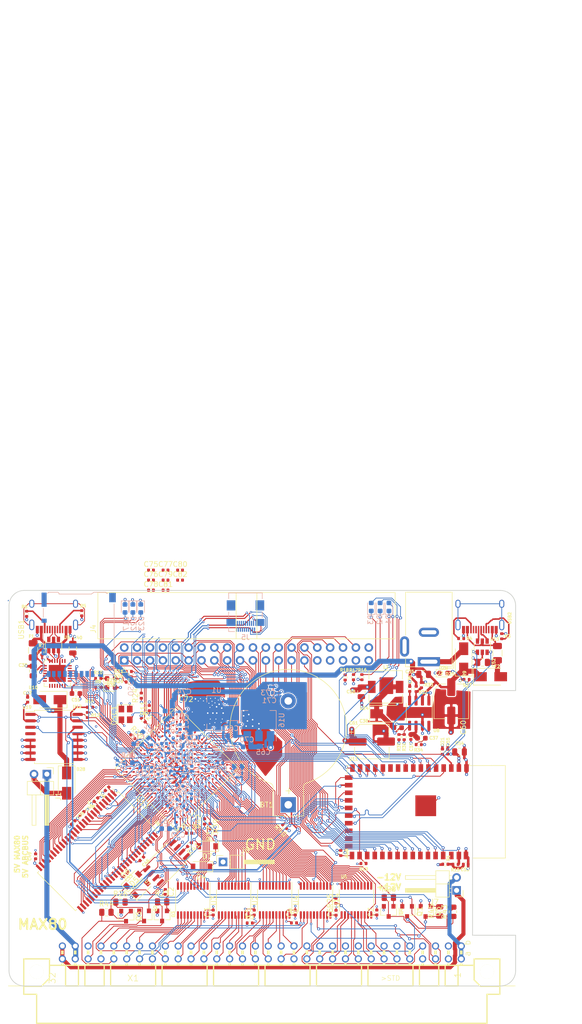
<source format=kicad_pcb>
(kicad_pcb (version 20171130) (host pcbnew 5.1.9-73d0e3b20d~88~ubuntu20.04.1)

  (general
    (thickness 1.6)
    (drawings 19)
    (tracks 4945)
    (zones 0)
    (modules 182)
    (nets 255)
  )

  (page A4)
  (title_block
    (title MAX80)
    (date 2021-01-31)
    (rev 0.01)
    (company "No name")
  )

  (layers
    (0 F.Cu signal)
    (1 In1.Cu power)
    (2 In2.Cu signal)
    (31 B.Cu signal)
    (32 B.Adhes user)
    (33 F.Adhes user)
    (34 B.Paste user)
    (35 F.Paste user)
    (36 B.SilkS user)
    (37 F.SilkS user)
    (38 B.Mask user)
    (39 F.Mask user)
    (40 Dwgs.User user)
    (41 Cmts.User user)
    (42 Eco1.User user)
    (43 Eco2.User user)
    (44 Edge.Cuts user)
    (45 Margin user)
    (46 B.CrtYd user)
    (47 F.CrtYd user)
    (48 B.Fab user hide)
    (49 F.Fab user hide)
  )

  (setup
    (last_trace_width 0.15)
    (user_trace_width 0.15)
    (user_trace_width 0.3)
    (user_trace_width 0.5)
    (trace_clearance 0.15)
    (zone_clearance 0.15)
    (zone_45_only no)
    (trace_min 0.15)
    (via_size 0.6)
    (via_drill 0.3)
    (via_min_size 0.45)
    (via_min_drill 0.2)
    (user_via 0.45 0.2)
    (uvia_size 0.3)
    (uvia_drill 0.1)
    (uvias_allowed yes)
    (uvia_min_size 0.2)
    (uvia_min_drill 0.1)
    (edge_width 0.15)
    (segment_width 0.3)
    (pcb_text_width 0.3)
    (pcb_text_size 1.5 1.5)
    (mod_edge_width 0.15)
    (mod_text_size 1 1)
    (mod_text_width 0.15)
    (pad_size 0.46 0.4)
    (pad_drill 0)
    (pad_to_mask_clearance 0)
    (aux_axis_origin 0 0)
    (visible_elements FFFFFF7F)
    (pcbplotparams
      (layerselection 0x010fc_ffffffff)
      (usegerberextensions false)
      (usegerberattributes true)
      (usegerberadvancedattributes true)
      (creategerberjobfile true)
      (excludeedgelayer true)
      (linewidth 0.100000)
      (plotframeref false)
      (viasonmask false)
      (mode 1)
      (useauxorigin false)
      (hpglpennumber 1)
      (hpglpenspeed 20)
      (hpglpendiameter 15.000000)
      (psnegative false)
      (psa4output false)
      (plotreference true)
      (plotvalue true)
      (plotinvisibletext false)
      (padsonsilk false)
      (subtractmaskfromsilk false)
      (outputformat 1)
      (mirror false)
      (drillshape 0)
      (scaleselection 1)
      (outputdirectory "abc80_gerber"))
  )

  (net 0 "")
  (net 1 GND)
  (net 2 +5V)
  (net 3 "Net-(R5-Pad2)")
  (net 4 "Net-(R6-Pad2)")
  (net 5 "Net-(R7-Pad1)")
  (net 6 "Net-(U10-Pad5)")
  (net 7 "Net-(U10-Pad4)")
  (net 8 "Net-(U9-Pad4)")
  (net 9 "Net-(U9-Pad6)")
  (net 10 "Net-(USB1-Pad13)")
  (net 11 "Net-(BT1-Pad1)")
  (net 12 /A4)
  (net 13 /A3)
  (net 14 /A2)
  (net 15 /A1)
  (net 16 /A0)
  (net 17 /IO0)
  (net 18 /IO3)
  (net 19 /IO4)
  (net 20 /IO5)
  (net 21 /IO6)
  (net 22 /IO7)
  (net 23 /A11)
  (net 24 /IO9)
  (net 25 /A8)
  (net 26 /A7)
  (net 27 /A6)
  (net 28 /A5)
  (net 29 /A9)
  (net 30 /A10)
  (net 31 /A12)
  (net 32 /IO8)
  (net 33 /IO10)
  (net 34 /IO11)
  (net 35 /IO12)
  (net 36 /IO13)
  (net 37 /IO14)
  (net 38 /IO15)
  (net 39 /abc80bus/D7)
  (net 40 /abc80bus/D6)
  (net 41 /abc80bus/D5)
  (net 42 /abc80bus/D4)
  (net 43 /abc80bus/D3)
  (net 44 /abc80bus/D2)
  (net 45 /abc80bus/D1)
  (net 46 /abc80bus/D0)
  (net 47 /abc80bus/A8)
  (net 48 /abc80bus/A9)
  (net 49 /abc80bus/A10)
  (net 50 /abc80bus/A11)
  (net 51 /abc80bus/A12)
  (net 52 /abc80bus/A13)
  (net 53 /abc80bus/A14)
  (net 54 /abc80bus/A15)
  (net 55 /abc80bus/A7)
  (net 56 /abc80bus/A6)
  (net 57 /abc80bus/A5)
  (net 58 /abc80bus/A4)
  (net 59 /abc80bus/A3)
  (net 60 /abc80bus/A2)
  (net 61 /abc80bus/A1)
  (net 62 /abc80bus/A0)
  (net 63 /IO1)
  (net 64 /IO2)
  (net 65 /32KHZ)
  (net 66 /RTC_INT)
  (net 67 /abc80bus/ABC5V)
  (net 68 /SD_DAT1)
  (net 69 /SD_DAT3)
  (net 70 /SD_CMD)
  (net 71 /SD_CLK)
  (net 72 /SD_DAT0)
  (net 73 FPGA_TDI)
  (net 74 FPGA_TMS)
  (net 75 FPGA_TDO)
  (net 76 FPGA_TCK)
  (net 77 ABC_CLK_5)
  (net 78 /FPGA_SCL)
  (net 79 /FPGA_SDA)
  (net 80 FPGA_SPI_CLK)
  (net 81 FGPA_SPI_CS_ESP32)
  (net 82 INT_ESP32)
  (net 83 "Net-(C53-Pad1)")
  (net 84 "Net-(F2-Pad2)")
  (net 85 ESP32_TDO)
  (net 86 ESP32_TCK)
  (net 87 ESP32_TMS)
  (net 88 ESP32_IO0)
  (net 89 ESP32_RXD)
  (net 90 ESP32_TXD)
  (net 91 ESP32_EN)
  (net 92 "Net-(R3-Pad2)")
  (net 93 "Net-(R4-Pad2)")
  (net 94 /ESP32/USB_D-)
  (net 95 /ESP32/USB_D+)
  (net 96 ESP32_TDI)
  (net 97 "Net-(U15-Pad6)")
  (net 98 "Net-(U15-Pad4)")
  (net 99 "Net-(USB2-Pad13)")
  (net 100 "Net-(D1-Pad2)")
  (net 101 "Net-(D1-Pad1)")
  (net 102 "Net-(D2-Pad2)")
  (net 103 "Net-(D2-Pad1)")
  (net 104 "Net-(D3-Pad2)")
  (net 105 "Net-(D3-Pad1)")
  (net 106 ESP32_SCL)
  (net 107 ESP32_SDA)
  (net 108 ESP32_CS2)
  (net 109 ESP32_CS0)
  (net 110 ESP32_MISO)
  (net 111 ESP32_SCK)
  (net 112 ESP32_MOSI)
  (net 113 ESP32_CS1)
  (net 114 /FPGA_USB_TXD)
  (net 115 /FPGA_USB_RXD)
  (net 116 /abc80bus/~CS)
  (net 117 /abc80bus/~C4)
  (net 118 /abc80bus/~C3)
  (net 119 /abc80bus/~C2)
  (net 120 /abc80bus/~C1)
  (net 121 /abc80bus/~OUT)
  (net 122 /abc80bus/~RST)
  (net 123 /abc80bus/~XMEMFL)
  (net 124 /abc80bus/~INP)
  (net 125 /abc80bus/~STATUS)
  (net 126 /abc80bus/~XINPSTB)
  (net 127 /abc80bus/~XOUTSTB)
  (net 128 AD0)
  (net 129 AD1)
  (net 130 AD2)
  (net 131 AD3)
  (net 132 AD4)
  (net 133 AD5)
  (net 134 AD6)
  (net 135 AD7)
  (net 136 /abc80bus/~RESIN)
  (net 137 /FPGA_LED1)
  (net 138 /FPGA_LED2)
  (net 139 /FPGA_LED3)
  (net 140 "Net-(D17-Pad2)")
  (net 141 "Net-(D22-Pad2)")
  (net 142 "Net-(D23-Pad2)")
  (net 143 FPGA_GPIO3)
  (net 144 FPGA_GPIO2)
  (net 145 FPGA_GPIO1)
  (net 146 FPGA_GPIO0)
  (net 147 FPGA_GPIO5)
  (net 148 FPGA_GPIO4)
  (net 149 "Net-(C36-Pad1)")
  (net 150 "Net-(C37-Pad2)")
  (net 151 "Net-(C37-Pad1)")
  (net 152 "Net-(C38-Pad2)")
  (net 153 "Net-(R32-Pad2)")
  (net 154 "Net-(R35-Pad2)")
  (net 155 "Net-(C38-Pad1)")
  (net 156 /abc80bus/READY)
  (net 157 /abc80bus/~NMI)
  (net 158 ~FPGA_READY)
  (net 159 FPGA_NMI)
  (net 160 "Net-(D26-Pad2)")
  (net 161 FPGA_RESIN)
  (net 162 /DQMH)
  (net 163 /CLK)
  (net 164 /CKE)
  (net 165 /BA1)
  (net 166 /BA0)
  (net 167 /DQML)
  (net 168 "Net-(D28-Pad2)")
  (net 169 "Net-(D25-Pad2)")
  (net 170 "Net-(F1-Pad2)")
  (net 171 /FPGA_USB_RTS)
  (net 172 /FPGA_USB_CTS)
  (net 173 "Net-(C39-Pad1)")
  (net 174 "Net-(C52-Pad1)")
  (net 175 /WE#)
  (net 176 /CAS#)
  (net 177 /RAS#)
  (net 178 /CS#)
  (net 179 "Net-(D29-Pad1)")
  (net 180 "Net-(D30-Pad1)")
  (net 181 +3V3)
  (net 182 +2V5)
  (net 183 +1V2)
  (net 184 "Net-(R13-Pad1)")
  (net 185 "Net-(R37-Pad2)")
  (net 186 "Net-(R38-Pad2)")
  (net 187 "Net-(R41-Pad2)")
  (net 188 DATA0)
  (net 189 ~CS_ABC_3V3)
  (net 190 ~OUT_ABC_3V3)
  (net 191 AD8)
  (net 192 ~C1_ABC_3V3)
  (net 193 AD9)
  (net 194 ~C2_ABC_3V3)
  (net 195 AD10)
  (net 196 ~C3_ABC_3V3)
  (net 197 ~C4_ABC_3V3)
  (net 198 AD11)
  (net 199 AD12)
  (net 200 AD13)
  (net 201 AD14)
  (net 202 AD15)
  (net 203 DLCK)
  (net 204 ASD0)
  (net 205 nCE0)
  (net 206 ~INP_ABC_3V3)
  (net 207 ~STATUS_ABC_3V3)
  (net 208 DD0)
  (net 209 DD1)
  (net 210 DD2)
  (net 211 DD3)
  (net 212 DD4)
  (net 213 DD5)
  (net 214 DD6)
  (net 215 DD7)
  (net 216 DD8)
  (net 217 ~XOUTSTB_ABC_3V3)
  (net 218 ~RST_ABC_3V3)
  (net 219 ~XMEMFL_ABC_3V3)
  (net 220 ~XINPSTB_ABC_3V3)
  (net 221 ABC_CLK_3V3)
  (net 222 DD9)
  (net 223 FPGA_SPI_MOSI)
  (net 224 FPGA_SPI_MISO)
  (net 225 /SD_DAT2)
  (net 226 CLK0n)
  (net 227 "Net-(J5-PadSH)")
  (net 228 HDMI_CK-)
  (net 229 HDMI_D0+)
  (net 230 HDMI_D1-)
  (net 231 HDMI_D2+)
  (net 232 HDMI_CK+)
  (net 233 HDMI_D0-)
  (net 234 HDMI_D1+)
  (net 235 HDMI_D2-)
  (net 236 HDMI_SDA)
  (net 237 HDMI_HPD)
  (net 238 HDMI_SCL)
  (net 239 FPGA_JTAGEN)
  (net 240 FLASH_CS#)
  (net 241 /abc80bus/~INT)
  (net 242 /abc80bus/~XMEMW800)
  (net 243 /abc80bus/~XMEMW80)
  (net 244 INT_ABC_3V3)
  (net 245 INT800_ABC_3V3)
  (net 246 ~XMEMW80_ABC_3V3)
  (net 247 ~XMEMW800_ABC_3V3)
  (net 248 /abc80bus/~XM)
  (net 249 XM_ABC_3V3)
  (net 250 "Net-(R25-Pad2)")
  (net 251 AD16)
  (net 252 DD10)
  (net 253 /abc80bus/ABC_-12V)
  (net 254 /abc80bus/ABC_12V)

  (net_class Default "This is the default net class."
    (clearance 0.15)
    (trace_width 0.15)
    (via_dia 0.6)
    (via_drill 0.3)
    (uvia_dia 0.3)
    (uvia_drill 0.1)
    (add_net +1V2)
    (add_net +2V5)
    (add_net +3V3)
    (add_net +5V)
    (add_net /32KHZ)
    (add_net /A0)
    (add_net /A1)
    (add_net /A10)
    (add_net /A11)
    (add_net /A12)
    (add_net /A2)
    (add_net /A3)
    (add_net /A4)
    (add_net /A5)
    (add_net /A6)
    (add_net /A7)
    (add_net /A8)
    (add_net /A9)
    (add_net /BA0)
    (add_net /BA1)
    (add_net /CAS#)
    (add_net /CKE)
    (add_net /CLK)
    (add_net /CS#)
    (add_net /DQMH)
    (add_net /DQML)
    (add_net /ESP32/USB_D+)
    (add_net /ESP32/USB_D-)
    (add_net /FPGA_LED1)
    (add_net /FPGA_LED2)
    (add_net /FPGA_LED3)
    (add_net /FPGA_SCL)
    (add_net /FPGA_SDA)
    (add_net /FPGA_USB_CTS)
    (add_net /FPGA_USB_RTS)
    (add_net /FPGA_USB_RXD)
    (add_net /FPGA_USB_TXD)
    (add_net /IO0)
    (add_net /IO1)
    (add_net /IO10)
    (add_net /IO11)
    (add_net /IO12)
    (add_net /IO13)
    (add_net /IO14)
    (add_net /IO15)
    (add_net /IO2)
    (add_net /IO3)
    (add_net /IO4)
    (add_net /IO5)
    (add_net /IO6)
    (add_net /IO7)
    (add_net /IO8)
    (add_net /IO9)
    (add_net /RAS#)
    (add_net /RTC_INT)
    (add_net /SD_CLK)
    (add_net /SD_CMD)
    (add_net /SD_DAT0)
    (add_net /SD_DAT1)
    (add_net /SD_DAT2)
    (add_net /SD_DAT3)
    (add_net /WE#)
    (add_net /abc80bus/A0)
    (add_net /abc80bus/A1)
    (add_net /abc80bus/A10)
    (add_net /abc80bus/A11)
    (add_net /abc80bus/A12)
    (add_net /abc80bus/A13)
    (add_net /abc80bus/A14)
    (add_net /abc80bus/A15)
    (add_net /abc80bus/A2)
    (add_net /abc80bus/A3)
    (add_net /abc80bus/A4)
    (add_net /abc80bus/A5)
    (add_net /abc80bus/A6)
    (add_net /abc80bus/A7)
    (add_net /abc80bus/A8)
    (add_net /abc80bus/A9)
    (add_net /abc80bus/ABC5V)
    (add_net /abc80bus/ABC_-12V)
    (add_net /abc80bus/ABC_12V)
    (add_net /abc80bus/D0)
    (add_net /abc80bus/D1)
    (add_net /abc80bus/D2)
    (add_net /abc80bus/D3)
    (add_net /abc80bus/D4)
    (add_net /abc80bus/D5)
    (add_net /abc80bus/D6)
    (add_net /abc80bus/D7)
    (add_net /abc80bus/READY)
    (add_net /abc80bus/~C1)
    (add_net /abc80bus/~C2)
    (add_net /abc80bus/~C3)
    (add_net /abc80bus/~C4)
    (add_net /abc80bus/~CS)
    (add_net /abc80bus/~INP)
    (add_net /abc80bus/~INT)
    (add_net /abc80bus/~NMI)
    (add_net /abc80bus/~OUT)
    (add_net /abc80bus/~RESIN)
    (add_net /abc80bus/~RST)
    (add_net /abc80bus/~STATUS)
    (add_net /abc80bus/~XINPSTB)
    (add_net /abc80bus/~XM)
    (add_net /abc80bus/~XMEMFL)
    (add_net /abc80bus/~XMEMW80)
    (add_net /abc80bus/~XMEMW800)
    (add_net /abc80bus/~XOUTSTB)
    (add_net ABC_CLK_3V3)
    (add_net ABC_CLK_5)
    (add_net AD0)
    (add_net AD1)
    (add_net AD10)
    (add_net AD11)
    (add_net AD12)
    (add_net AD13)
    (add_net AD14)
    (add_net AD15)
    (add_net AD16)
    (add_net AD2)
    (add_net AD3)
    (add_net AD4)
    (add_net AD5)
    (add_net AD6)
    (add_net AD7)
    (add_net AD8)
    (add_net AD9)
    (add_net ASD0)
    (add_net CLK0n)
    (add_net DATA0)
    (add_net DD0)
    (add_net DD1)
    (add_net DD10)
    (add_net DD2)
    (add_net DD3)
    (add_net DD4)
    (add_net DD5)
    (add_net DD6)
    (add_net DD7)
    (add_net DD8)
    (add_net DD9)
    (add_net DLCK)
    (add_net ESP32_CS0)
    (add_net ESP32_CS1)
    (add_net ESP32_CS2)
    (add_net ESP32_EN)
    (add_net ESP32_IO0)
    (add_net ESP32_MISO)
    (add_net ESP32_MOSI)
    (add_net ESP32_RXD)
    (add_net ESP32_SCK)
    (add_net ESP32_SCL)
    (add_net ESP32_SDA)
    (add_net ESP32_TCK)
    (add_net ESP32_TDI)
    (add_net ESP32_TDO)
    (add_net ESP32_TMS)
    (add_net ESP32_TXD)
    (add_net FGPA_SPI_CS_ESP32)
    (add_net FLASH_CS#)
    (add_net FPGA_GPIO0)
    (add_net FPGA_GPIO1)
    (add_net FPGA_GPIO2)
    (add_net FPGA_GPIO3)
    (add_net FPGA_GPIO4)
    (add_net FPGA_GPIO5)
    (add_net FPGA_JTAGEN)
    (add_net FPGA_NMI)
    (add_net FPGA_RESIN)
    (add_net FPGA_SPI_CLK)
    (add_net FPGA_SPI_MISO)
    (add_net FPGA_SPI_MOSI)
    (add_net FPGA_TCK)
    (add_net FPGA_TDI)
    (add_net FPGA_TDO)
    (add_net FPGA_TMS)
    (add_net GND)
    (add_net HDMI_CK+)
    (add_net HDMI_CK-)
    (add_net HDMI_D0+)
    (add_net HDMI_D0-)
    (add_net HDMI_D1+)
    (add_net HDMI_D1-)
    (add_net HDMI_D2+)
    (add_net HDMI_D2-)
    (add_net HDMI_HPD)
    (add_net HDMI_SCL)
    (add_net HDMI_SDA)
    (add_net INT800_ABC_3V3)
    (add_net INT_ABC_3V3)
    (add_net INT_ESP32)
    (add_net "Net-(BT1-Pad1)")
    (add_net "Net-(C36-Pad1)")
    (add_net "Net-(C37-Pad1)")
    (add_net "Net-(C37-Pad2)")
    (add_net "Net-(C38-Pad1)")
    (add_net "Net-(C38-Pad2)")
    (add_net "Net-(C39-Pad1)")
    (add_net "Net-(C52-Pad1)")
    (add_net "Net-(C53-Pad1)")
    (add_net "Net-(D1-Pad1)")
    (add_net "Net-(D1-Pad2)")
    (add_net "Net-(D17-Pad2)")
    (add_net "Net-(D2-Pad1)")
    (add_net "Net-(D2-Pad2)")
    (add_net "Net-(D22-Pad2)")
    (add_net "Net-(D23-Pad2)")
    (add_net "Net-(D25-Pad2)")
    (add_net "Net-(D26-Pad2)")
    (add_net "Net-(D28-Pad2)")
    (add_net "Net-(D29-Pad1)")
    (add_net "Net-(D3-Pad1)")
    (add_net "Net-(D3-Pad2)")
    (add_net "Net-(D30-Pad1)")
    (add_net "Net-(F1-Pad2)")
    (add_net "Net-(F2-Pad2)")
    (add_net "Net-(J5-PadSH)")
    (add_net "Net-(R13-Pad1)")
    (add_net "Net-(R25-Pad2)")
    (add_net "Net-(R3-Pad2)")
    (add_net "Net-(R32-Pad2)")
    (add_net "Net-(R35-Pad2)")
    (add_net "Net-(R37-Pad2)")
    (add_net "Net-(R38-Pad2)")
    (add_net "Net-(R4-Pad2)")
    (add_net "Net-(R41-Pad2)")
    (add_net "Net-(R5-Pad2)")
    (add_net "Net-(R6-Pad2)")
    (add_net "Net-(R7-Pad1)")
    (add_net "Net-(U10-Pad4)")
    (add_net "Net-(U10-Pad5)")
    (add_net "Net-(U15-Pad4)")
    (add_net "Net-(U15-Pad6)")
    (add_net "Net-(U9-Pad4)")
    (add_net "Net-(U9-Pad6)")
    (add_net "Net-(USB1-Pad13)")
    (add_net "Net-(USB2-Pad13)")
    (add_net XM_ABC_3V3)
    (add_net nCE0)
    (add_net ~C1_ABC_3V3)
    (add_net ~C2_ABC_3V3)
    (add_net ~C3_ABC_3V3)
    (add_net ~C4_ABC_3V3)
    (add_net ~CS_ABC_3V3)
    (add_net ~FPGA_READY)
    (add_net ~INP_ABC_3V3)
    (add_net ~OUT_ABC_3V3)
    (add_net ~RST_ABC_3V3)
    (add_net ~STATUS_ABC_3V3)
    (add_net ~XINPSTB_ABC_3V3)
    (add_net ~XMEMFL_ABC_3V3)
    (add_net ~XMEMW800_ABC_3V3)
    (add_net ~XMEMW80_ABC_3V3)
    (add_net ~XOUTSTB_ABC_3V3)
  )

  (module Capacitor_SMD:C_0402_1005Metric (layer F.Cu) (tedit 5F68FEEE) (tstamp 6045C422)
    (at 86.265 98.97)
    (descr "Capacitor SMD 0402 (1005 Metric), square (rectangular) end terminal, IPC_7351 nominal, (Body size source: IPC-SM-782 page 76, https://www.pcb-3d.com/wordpress/wp-content/uploads/ipc-sm-782a_amendment_1_and_2.pdf), generated with kicad-footprint-generator")
    (tags capacitor)
    (path /650A9AE9/60FA28B1)
    (attr smd)
    (fp_text reference C82 (at 0 -1.16) (layer F.SilkS)
      (effects (font (size 1 1) (thickness 0.15)))
    )
    (fp_text value 100nF (at 0 1.16) (layer F.Fab)
      (effects (font (size 1 1) (thickness 0.15)))
    )
    (fp_line (start -0.5 0.25) (end -0.5 -0.25) (layer F.Fab) (width 0.1))
    (fp_line (start -0.5 -0.25) (end 0.5 -0.25) (layer F.Fab) (width 0.1))
    (fp_line (start 0.5 -0.25) (end 0.5 0.25) (layer F.Fab) (width 0.1))
    (fp_line (start 0.5 0.25) (end -0.5 0.25) (layer F.Fab) (width 0.1))
    (fp_line (start -0.107836 -0.36) (end 0.107836 -0.36) (layer F.SilkS) (width 0.12))
    (fp_line (start -0.107836 0.36) (end 0.107836 0.36) (layer F.SilkS) (width 0.12))
    (fp_line (start -0.91 0.46) (end -0.91 -0.46) (layer F.CrtYd) (width 0.05))
    (fp_line (start -0.91 -0.46) (end 0.91 -0.46) (layer F.CrtYd) (width 0.05))
    (fp_line (start 0.91 -0.46) (end 0.91 0.46) (layer F.CrtYd) (width 0.05))
    (fp_line (start 0.91 0.46) (end -0.91 0.46) (layer F.CrtYd) (width 0.05))
    (fp_text user %R (at 0 0) (layer F.Fab)
      (effects (font (size 0.25 0.25) (thickness 0.04)))
    )
    (pad 2 smd roundrect (at 0.48 0) (size 0.56 0.62) (layers F.Cu F.Paste F.Mask) (roundrect_rratio 0.25)
      (net 1 GND))
    (pad 1 smd roundrect (at -0.48 0) (size 0.56 0.62) (layers F.Cu F.Paste F.Mask) (roundrect_rratio 0.25)
      (net 228 HDMI_CK-))
    (model ${KISYS3DMOD}/Capacitor_SMD.3dshapes/C_0402_1005Metric.wrl
      (at (xyz 0 0 0))
      (scale (xyz 1 1 1))
      (rotate (xyz 0 0 0))
    )
  )

  (module Capacitor_SMD:C_0402_1005Metric (layer F.Cu) (tedit 5F68FEEE) (tstamp 6045C411)
    (at 83.395 100.94)
    (descr "Capacitor SMD 0402 (1005 Metric), square (rectangular) end terminal, IPC_7351 nominal, (Body size source: IPC-SM-782 page 76, https://www.pcb-3d.com/wordpress/wp-content/uploads/ipc-sm-782a_amendment_1_and_2.pdf), generated with kicad-footprint-generator")
    (tags capacitor)
    (path /650A9AE9/60FA22EE)
    (attr smd)
    (fp_text reference C81 (at 0 -1.16) (layer F.SilkS)
      (effects (font (size 1 1) (thickness 0.15)))
    )
    (fp_text value 100nF (at 0 1.16) (layer F.Fab)
      (effects (font (size 1 1) (thickness 0.15)))
    )
    (fp_line (start -0.5 0.25) (end -0.5 -0.25) (layer F.Fab) (width 0.1))
    (fp_line (start -0.5 -0.25) (end 0.5 -0.25) (layer F.Fab) (width 0.1))
    (fp_line (start 0.5 -0.25) (end 0.5 0.25) (layer F.Fab) (width 0.1))
    (fp_line (start 0.5 0.25) (end -0.5 0.25) (layer F.Fab) (width 0.1))
    (fp_line (start -0.107836 -0.36) (end 0.107836 -0.36) (layer F.SilkS) (width 0.12))
    (fp_line (start -0.107836 0.36) (end 0.107836 0.36) (layer F.SilkS) (width 0.12))
    (fp_line (start -0.91 0.46) (end -0.91 -0.46) (layer F.CrtYd) (width 0.05))
    (fp_line (start -0.91 -0.46) (end 0.91 -0.46) (layer F.CrtYd) (width 0.05))
    (fp_line (start 0.91 -0.46) (end 0.91 0.46) (layer F.CrtYd) (width 0.05))
    (fp_line (start 0.91 0.46) (end -0.91 0.46) (layer F.CrtYd) (width 0.05))
    (fp_text user %R (at 0 0) (layer F.Fab)
      (effects (font (size 0.25 0.25) (thickness 0.04)))
    )
    (pad 2 smd roundrect (at 0.48 0) (size 0.56 0.62) (layers F.Cu F.Paste F.Mask) (roundrect_rratio 0.25)
      (net 1 GND))
    (pad 1 smd roundrect (at -0.48 0) (size 0.56 0.62) (layers F.Cu F.Paste F.Mask) (roundrect_rratio 0.25)
      (net 232 HDMI_CK+))
    (model ${KISYS3DMOD}/Capacitor_SMD.3dshapes/C_0402_1005Metric.wrl
      (at (xyz 0 0 0))
      (scale (xyz 1 1 1))
      (rotate (xyz 0 0 0))
    )
  )

  (module Capacitor_SMD:C_0402_1005Metric (layer F.Cu) (tedit 5F68FEEE) (tstamp 6045C400)
    (at 86.265 97)
    (descr "Capacitor SMD 0402 (1005 Metric), square (rectangular) end terminal, IPC_7351 nominal, (Body size source: IPC-SM-782 page 76, https://www.pcb-3d.com/wordpress/wp-content/uploads/ipc-sm-782a_amendment_1_and_2.pdf), generated with kicad-footprint-generator")
    (tags capacitor)
    (path /650A9AE9/60FA18DB)
    (attr smd)
    (fp_text reference C80 (at 0 -1.16) (layer F.SilkS)
      (effects (font (size 1 1) (thickness 0.15)))
    )
    (fp_text value 100nF (at 0 1.16) (layer F.Fab)
      (effects (font (size 1 1) (thickness 0.15)))
    )
    (fp_line (start -0.5 0.25) (end -0.5 -0.25) (layer F.Fab) (width 0.1))
    (fp_line (start -0.5 -0.25) (end 0.5 -0.25) (layer F.Fab) (width 0.1))
    (fp_line (start 0.5 -0.25) (end 0.5 0.25) (layer F.Fab) (width 0.1))
    (fp_line (start 0.5 0.25) (end -0.5 0.25) (layer F.Fab) (width 0.1))
    (fp_line (start -0.107836 -0.36) (end 0.107836 -0.36) (layer F.SilkS) (width 0.12))
    (fp_line (start -0.107836 0.36) (end 0.107836 0.36) (layer F.SilkS) (width 0.12))
    (fp_line (start -0.91 0.46) (end -0.91 -0.46) (layer F.CrtYd) (width 0.05))
    (fp_line (start -0.91 -0.46) (end 0.91 -0.46) (layer F.CrtYd) (width 0.05))
    (fp_line (start 0.91 -0.46) (end 0.91 0.46) (layer F.CrtYd) (width 0.05))
    (fp_line (start 0.91 0.46) (end -0.91 0.46) (layer F.CrtYd) (width 0.05))
    (fp_text user %R (at 0 0) (layer F.Fab)
      (effects (font (size 0.25 0.25) (thickness 0.04)))
    )
    (pad 2 smd roundrect (at 0.48 0) (size 0.56 0.62) (layers F.Cu F.Paste F.Mask) (roundrect_rratio 0.25)
      (net 1 GND))
    (pad 1 smd roundrect (at -0.48 0) (size 0.56 0.62) (layers F.Cu F.Paste F.Mask) (roundrect_rratio 0.25)
      (net 233 HDMI_D0-))
    (model ${KISYS3DMOD}/Capacitor_SMD.3dshapes/C_0402_1005Metric.wrl
      (at (xyz 0 0 0))
      (scale (xyz 1 1 1))
      (rotate (xyz 0 0 0))
    )
  )

  (module Capacitor_SMD:C_0402_1005Metric (layer F.Cu) (tedit 5F68FEEE) (tstamp 6045C3EF)
    (at 83.395 98.97)
    (descr "Capacitor SMD 0402 (1005 Metric), square (rectangular) end terminal, IPC_7351 nominal, (Body size source: IPC-SM-782 page 76, https://www.pcb-3d.com/wordpress/wp-content/uploads/ipc-sm-782a_amendment_1_and_2.pdf), generated with kicad-footprint-generator")
    (tags capacitor)
    (path /650A9AE9/60FA4621)
    (attr smd)
    (fp_text reference C79 (at 0 -1.16) (layer F.SilkS)
      (effects (font (size 1 1) (thickness 0.15)))
    )
    (fp_text value 100nF (at 0 1.16) (layer F.Fab)
      (effects (font (size 1 1) (thickness 0.15)))
    )
    (fp_line (start -0.5 0.25) (end -0.5 -0.25) (layer F.Fab) (width 0.1))
    (fp_line (start -0.5 -0.25) (end 0.5 -0.25) (layer F.Fab) (width 0.1))
    (fp_line (start 0.5 -0.25) (end 0.5 0.25) (layer F.Fab) (width 0.1))
    (fp_line (start 0.5 0.25) (end -0.5 0.25) (layer F.Fab) (width 0.1))
    (fp_line (start -0.107836 -0.36) (end 0.107836 -0.36) (layer F.SilkS) (width 0.12))
    (fp_line (start -0.107836 0.36) (end 0.107836 0.36) (layer F.SilkS) (width 0.12))
    (fp_line (start -0.91 0.46) (end -0.91 -0.46) (layer F.CrtYd) (width 0.05))
    (fp_line (start -0.91 -0.46) (end 0.91 -0.46) (layer F.CrtYd) (width 0.05))
    (fp_line (start 0.91 -0.46) (end 0.91 0.46) (layer F.CrtYd) (width 0.05))
    (fp_line (start 0.91 0.46) (end -0.91 0.46) (layer F.CrtYd) (width 0.05))
    (fp_text user %R (at 0 0) (layer F.Fab)
      (effects (font (size 0.25 0.25) (thickness 0.04)))
    )
    (pad 2 smd roundrect (at 0.48 0) (size 0.56 0.62) (layers F.Cu F.Paste F.Mask) (roundrect_rratio 0.25)
      (net 1 GND))
    (pad 1 smd roundrect (at -0.48 0) (size 0.56 0.62) (layers F.Cu F.Paste F.Mask) (roundrect_rratio 0.25)
      (net 229 HDMI_D0+))
    (model ${KISYS3DMOD}/Capacitor_SMD.3dshapes/C_0402_1005Metric.wrl
      (at (xyz 0 0 0))
      (scale (xyz 1 1 1))
      (rotate (xyz 0 0 0))
    )
  )

  (module Capacitor_SMD:C_0402_1005Metric (layer F.Cu) (tedit 5F68FEEE) (tstamp 6045C3DE)
    (at 80.525 100.94)
    (descr "Capacitor SMD 0402 (1005 Metric), square (rectangular) end terminal, IPC_7351 nominal, (Body size source: IPC-SM-782 page 76, https://www.pcb-3d.com/wordpress/wp-content/uploads/ipc-sm-782a_amendment_1_and_2.pdf), generated with kicad-footprint-generator")
    (tags capacitor)
    (path /650A9AE9/60FA49FC)
    (attr smd)
    (fp_text reference C78 (at 0 -1.16) (layer F.SilkS)
      (effects (font (size 1 1) (thickness 0.15)))
    )
    (fp_text value 100nF (at 0 1.16) (layer F.Fab)
      (effects (font (size 1 1) (thickness 0.15)))
    )
    (fp_line (start -0.5 0.25) (end -0.5 -0.25) (layer F.Fab) (width 0.1))
    (fp_line (start -0.5 -0.25) (end 0.5 -0.25) (layer F.Fab) (width 0.1))
    (fp_line (start 0.5 -0.25) (end 0.5 0.25) (layer F.Fab) (width 0.1))
    (fp_line (start 0.5 0.25) (end -0.5 0.25) (layer F.Fab) (width 0.1))
    (fp_line (start -0.107836 -0.36) (end 0.107836 -0.36) (layer F.SilkS) (width 0.12))
    (fp_line (start -0.107836 0.36) (end 0.107836 0.36) (layer F.SilkS) (width 0.12))
    (fp_line (start -0.91 0.46) (end -0.91 -0.46) (layer F.CrtYd) (width 0.05))
    (fp_line (start -0.91 -0.46) (end 0.91 -0.46) (layer F.CrtYd) (width 0.05))
    (fp_line (start 0.91 -0.46) (end 0.91 0.46) (layer F.CrtYd) (width 0.05))
    (fp_line (start 0.91 0.46) (end -0.91 0.46) (layer F.CrtYd) (width 0.05))
    (fp_text user %R (at 0 0) (layer F.Fab)
      (effects (font (size 0.25 0.25) (thickness 0.04)))
    )
    (pad 2 smd roundrect (at 0.48 0) (size 0.56 0.62) (layers F.Cu F.Paste F.Mask) (roundrect_rratio 0.25)
      (net 1 GND))
    (pad 1 smd roundrect (at -0.48 0) (size 0.56 0.62) (layers F.Cu F.Paste F.Mask) (roundrect_rratio 0.25)
      (net 230 HDMI_D1-))
    (model ${KISYS3DMOD}/Capacitor_SMD.3dshapes/C_0402_1005Metric.wrl
      (at (xyz 0 0 0))
      (scale (xyz 1 1 1))
      (rotate (xyz 0 0 0))
    )
  )

  (module Capacitor_SMD:C_0402_1005Metric (layer F.Cu) (tedit 5F68FEEE) (tstamp 6045C3CD)
    (at 83.395 97)
    (descr "Capacitor SMD 0402 (1005 Metric), square (rectangular) end terminal, IPC_7351 nominal, (Body size source: IPC-SM-782 page 76, https://www.pcb-3d.com/wordpress/wp-content/uploads/ipc-sm-782a_amendment_1_and_2.pdf), generated with kicad-footprint-generator")
    (tags capacitor)
    (path /650A9AE9/60FA423E)
    (attr smd)
    (fp_text reference C77 (at 0 -1.16) (layer F.SilkS)
      (effects (font (size 1 1) (thickness 0.15)))
    )
    (fp_text value 100nF (at 0 1.16) (layer F.Fab)
      (effects (font (size 1 1) (thickness 0.15)))
    )
    (fp_line (start -0.5 0.25) (end -0.5 -0.25) (layer F.Fab) (width 0.1))
    (fp_line (start -0.5 -0.25) (end 0.5 -0.25) (layer F.Fab) (width 0.1))
    (fp_line (start 0.5 -0.25) (end 0.5 0.25) (layer F.Fab) (width 0.1))
    (fp_line (start 0.5 0.25) (end -0.5 0.25) (layer F.Fab) (width 0.1))
    (fp_line (start -0.107836 -0.36) (end 0.107836 -0.36) (layer F.SilkS) (width 0.12))
    (fp_line (start -0.107836 0.36) (end 0.107836 0.36) (layer F.SilkS) (width 0.12))
    (fp_line (start -0.91 0.46) (end -0.91 -0.46) (layer F.CrtYd) (width 0.05))
    (fp_line (start -0.91 -0.46) (end 0.91 -0.46) (layer F.CrtYd) (width 0.05))
    (fp_line (start 0.91 -0.46) (end 0.91 0.46) (layer F.CrtYd) (width 0.05))
    (fp_line (start 0.91 0.46) (end -0.91 0.46) (layer F.CrtYd) (width 0.05))
    (fp_text user %R (at 0 0) (layer F.Fab)
      (effects (font (size 0.25 0.25) (thickness 0.04)))
    )
    (pad 2 smd roundrect (at 0.48 0) (size 0.56 0.62) (layers F.Cu F.Paste F.Mask) (roundrect_rratio 0.25)
      (net 1 GND))
    (pad 1 smd roundrect (at -0.48 0) (size 0.56 0.62) (layers F.Cu F.Paste F.Mask) (roundrect_rratio 0.25)
      (net 234 HDMI_D1+))
    (model ${KISYS3DMOD}/Capacitor_SMD.3dshapes/C_0402_1005Metric.wrl
      (at (xyz 0 0 0))
      (scale (xyz 1 1 1))
      (rotate (xyz 0 0 0))
    )
  )

  (module Capacitor_SMD:C_0402_1005Metric (layer F.Cu) (tedit 5F68FEEE) (tstamp 6045C3BC)
    (at 80.525 98.97)
    (descr "Capacitor SMD 0402 (1005 Metric), square (rectangular) end terminal, IPC_7351 nominal, (Body size source: IPC-SM-782 page 76, https://www.pcb-3d.com/wordpress/wp-content/uploads/ipc-sm-782a_amendment_1_and_2.pdf), generated with kicad-footprint-generator")
    (tags capacitor)
    (path /650A9AE9/60FA3BB6)
    (attr smd)
    (fp_text reference C76 (at 0 -1.16) (layer F.SilkS)
      (effects (font (size 1 1) (thickness 0.15)))
    )
    (fp_text value 100nF (at 0 1.16) (layer F.Fab)
      (effects (font (size 1 1) (thickness 0.15)))
    )
    (fp_line (start -0.5 0.25) (end -0.5 -0.25) (layer F.Fab) (width 0.1))
    (fp_line (start -0.5 -0.25) (end 0.5 -0.25) (layer F.Fab) (width 0.1))
    (fp_line (start 0.5 -0.25) (end 0.5 0.25) (layer F.Fab) (width 0.1))
    (fp_line (start 0.5 0.25) (end -0.5 0.25) (layer F.Fab) (width 0.1))
    (fp_line (start -0.107836 -0.36) (end 0.107836 -0.36) (layer F.SilkS) (width 0.12))
    (fp_line (start -0.107836 0.36) (end 0.107836 0.36) (layer F.SilkS) (width 0.12))
    (fp_line (start -0.91 0.46) (end -0.91 -0.46) (layer F.CrtYd) (width 0.05))
    (fp_line (start -0.91 -0.46) (end 0.91 -0.46) (layer F.CrtYd) (width 0.05))
    (fp_line (start 0.91 -0.46) (end 0.91 0.46) (layer F.CrtYd) (width 0.05))
    (fp_line (start 0.91 0.46) (end -0.91 0.46) (layer F.CrtYd) (width 0.05))
    (fp_text user %R (at 0 0) (layer F.Fab)
      (effects (font (size 0.25 0.25) (thickness 0.04)))
    )
    (pad 2 smd roundrect (at 0.48 0) (size 0.56 0.62) (layers F.Cu F.Paste F.Mask) (roundrect_rratio 0.25)
      (net 1 GND))
    (pad 1 smd roundrect (at -0.48 0) (size 0.56 0.62) (layers F.Cu F.Paste F.Mask) (roundrect_rratio 0.25)
      (net 235 HDMI_D2-))
    (model ${KISYS3DMOD}/Capacitor_SMD.3dshapes/C_0402_1005Metric.wrl
      (at (xyz 0 0 0))
      (scale (xyz 1 1 1))
      (rotate (xyz 0 0 0))
    )
  )

  (module Capacitor_SMD:C_0402_1005Metric (layer F.Cu) (tedit 5F68FEEE) (tstamp 6045C3AB)
    (at 80.525 97)
    (descr "Capacitor SMD 0402 (1005 Metric), square (rectangular) end terminal, IPC_7351 nominal, (Body size source: IPC-SM-782 page 76, https://www.pcb-3d.com/wordpress/wp-content/uploads/ipc-sm-782a_amendment_1_and_2.pdf), generated with kicad-footprint-generator")
    (tags capacitor)
    (path /650A9AE9/60FA3EFB)
    (attr smd)
    (fp_text reference C75 (at 0 -1.16) (layer F.SilkS)
      (effects (font (size 1 1) (thickness 0.15)))
    )
    (fp_text value 100nF (at 0 1.16) (layer F.Fab)
      (effects (font (size 1 1) (thickness 0.15)))
    )
    (fp_line (start -0.5 0.25) (end -0.5 -0.25) (layer F.Fab) (width 0.1))
    (fp_line (start -0.5 -0.25) (end 0.5 -0.25) (layer F.Fab) (width 0.1))
    (fp_line (start 0.5 -0.25) (end 0.5 0.25) (layer F.Fab) (width 0.1))
    (fp_line (start 0.5 0.25) (end -0.5 0.25) (layer F.Fab) (width 0.1))
    (fp_line (start -0.107836 -0.36) (end 0.107836 -0.36) (layer F.SilkS) (width 0.12))
    (fp_line (start -0.107836 0.36) (end 0.107836 0.36) (layer F.SilkS) (width 0.12))
    (fp_line (start -0.91 0.46) (end -0.91 -0.46) (layer F.CrtYd) (width 0.05))
    (fp_line (start -0.91 -0.46) (end 0.91 -0.46) (layer F.CrtYd) (width 0.05))
    (fp_line (start 0.91 -0.46) (end 0.91 0.46) (layer F.CrtYd) (width 0.05))
    (fp_line (start 0.91 0.46) (end -0.91 0.46) (layer F.CrtYd) (width 0.05))
    (fp_text user %R (at 0 0) (layer F.Fab)
      (effects (font (size 0.25 0.25) (thickness 0.04)))
    )
    (pad 2 smd roundrect (at 0.48 0) (size 0.56 0.62) (layers F.Cu F.Paste F.Mask) (roundrect_rratio 0.25)
      (net 1 GND))
    (pad 1 smd roundrect (at -0.48 0) (size 0.56 0.62) (layers F.Cu F.Paste F.Mask) (roundrect_rratio 0.25)
      (net 231 HDMI_D2+))
    (model ${KISYS3DMOD}/Capacitor_SMD.3dshapes/C_0402_1005Metric.wrl
      (at (xyz 0 0 0))
      (scale (xyz 1 1 1))
      (rotate (xyz 0 0 0))
    )
  )

  (module Diode_SMD:D_SOD-123 (layer F.Cu) (tedit 58645DC7) (tstamp 60442506)
    (at 91.625 151.45 180)
    (descr SOD-123)
    (tags SOD-123)
    (path /60D4872C)
    (attr smd)
    (fp_text reference D7 (at 0 -2) (layer F.SilkS)
      (effects (font (size 1 1) (thickness 0.15)))
    )
    (fp_text value D_Schottky (at 0 2.1) (layer F.Fab)
      (effects (font (size 1 1) (thickness 0.15)))
    )
    (fp_line (start -2.25 -1) (end 1.65 -1) (layer F.SilkS) (width 0.12))
    (fp_line (start -2.25 1) (end 1.65 1) (layer F.SilkS) (width 0.12))
    (fp_line (start -2.35 -1.15) (end -2.35 1.15) (layer F.CrtYd) (width 0.05))
    (fp_line (start 2.35 1.15) (end -2.35 1.15) (layer F.CrtYd) (width 0.05))
    (fp_line (start 2.35 -1.15) (end 2.35 1.15) (layer F.CrtYd) (width 0.05))
    (fp_line (start -2.35 -1.15) (end 2.35 -1.15) (layer F.CrtYd) (width 0.05))
    (fp_line (start -1.4 -0.9) (end 1.4 -0.9) (layer F.Fab) (width 0.1))
    (fp_line (start 1.4 -0.9) (end 1.4 0.9) (layer F.Fab) (width 0.1))
    (fp_line (start 1.4 0.9) (end -1.4 0.9) (layer F.Fab) (width 0.1))
    (fp_line (start -1.4 0.9) (end -1.4 -0.9) (layer F.Fab) (width 0.1))
    (fp_line (start -0.75 0) (end -0.35 0) (layer F.Fab) (width 0.1))
    (fp_line (start -0.35 0) (end -0.35 -0.55) (layer F.Fab) (width 0.1))
    (fp_line (start -0.35 0) (end -0.35 0.55) (layer F.Fab) (width 0.1))
    (fp_line (start -0.35 0) (end 0.25 -0.4) (layer F.Fab) (width 0.1))
    (fp_line (start 0.25 -0.4) (end 0.25 0.4) (layer F.Fab) (width 0.1))
    (fp_line (start 0.25 0.4) (end -0.35 0) (layer F.Fab) (width 0.1))
    (fp_line (start 0.25 0) (end 0.75 0) (layer F.Fab) (width 0.1))
    (fp_line (start -2.25 -1) (end -2.25 1) (layer F.SilkS) (width 0.12))
    (fp_text user %R (at 0 -2) (layer F.Fab)
      (effects (font (size 1 1) (thickness 0.15)))
    )
    (pad 2 smd rect (at 1.65 0 180) (size 0.9 1.2) (layers F.Cu F.Paste F.Mask)
      (net 188 DATA0))
    (pad 1 smd rect (at -1.65 0 180) (size 0.9 1.2) (layers F.Cu F.Paste F.Mask)
      (net 181 +3V3))
    (model ${KISYS3DMOD}/Diode_SMD.3dshapes/D_SOD-123.wrl
      (at (xyz 0 0 0))
      (scale (xyz 1 1 1))
      (rotate (xyz 0 0 0))
    )
  )

  (module Diode_SMD:D_SOD-123 (layer F.Cu) (tedit 58645DC7) (tstamp 604424ED)
    (at 76.925 158.125 45)
    (descr SOD-123)
    (tags SOD-123)
    (path /60D4963D)
    (attr smd)
    (fp_text reference D6 (at 0 -2 45) (layer F.SilkS)
      (effects (font (size 1 1) (thickness 0.15)))
    )
    (fp_text value D_Schottky (at 0 2.1 45) (layer F.Fab)
      (effects (font (size 1 1) (thickness 0.15)))
    )
    (fp_line (start -2.25 -1) (end 1.65 -1) (layer F.SilkS) (width 0.12))
    (fp_line (start -2.25 1) (end 1.65 1) (layer F.SilkS) (width 0.12))
    (fp_line (start -2.35 -1.15) (end -2.35 1.15) (layer F.CrtYd) (width 0.05))
    (fp_line (start 2.35 1.15) (end -2.35 1.15) (layer F.CrtYd) (width 0.05))
    (fp_line (start 2.35 -1.15) (end 2.35 1.15) (layer F.CrtYd) (width 0.05))
    (fp_line (start -2.35 -1.15) (end 2.35 -1.15) (layer F.CrtYd) (width 0.05))
    (fp_line (start -1.4 -0.9) (end 1.4 -0.9) (layer F.Fab) (width 0.1))
    (fp_line (start 1.4 -0.9) (end 1.4 0.9) (layer F.Fab) (width 0.1))
    (fp_line (start 1.4 0.9) (end -1.4 0.9) (layer F.Fab) (width 0.1))
    (fp_line (start -1.4 0.9) (end -1.4 -0.9) (layer F.Fab) (width 0.1))
    (fp_line (start -0.75 0) (end -0.35 0) (layer F.Fab) (width 0.1))
    (fp_line (start -0.35 0) (end -0.35 -0.55) (layer F.Fab) (width 0.1))
    (fp_line (start -0.35 0) (end -0.35 0.55) (layer F.Fab) (width 0.1))
    (fp_line (start -0.35 0) (end 0.25 -0.4) (layer F.Fab) (width 0.1))
    (fp_line (start 0.25 -0.4) (end 0.25 0.4) (layer F.Fab) (width 0.1))
    (fp_line (start 0.25 0.4) (end -0.35 0) (layer F.Fab) (width 0.1))
    (fp_line (start 0.25 0) (end 0.75 0) (layer F.Fab) (width 0.1))
    (fp_line (start -2.25 -1) (end -2.25 1) (layer F.SilkS) (width 0.12))
    (fp_text user %R (at 0 -2 45) (layer F.Fab)
      (effects (font (size 1 1) (thickness 0.15)))
    )
    (pad 2 smd rect (at 1.65 0 45) (size 0.9 1.2) (layers F.Cu F.Paste F.Mask)
      (net 204 ASD0))
    (pad 1 smd rect (at -1.65 0 45) (size 0.9 1.2) (layers F.Cu F.Paste F.Mask)
      (net 181 +3V3))
    (model ${KISYS3DMOD}/Diode_SMD.3dshapes/D_SOD-123.wrl
      (at (xyz 0 0 0))
      (scale (xyz 1 1 1))
      (rotate (xyz 0 0 0))
    )
  )

  (module Diode_SMD:D_SOD-123 (layer F.Cu) (tedit 58645DC7) (tstamp 604424D4)
    (at 78.625 159.85 45)
    (descr SOD-123)
    (tags SOD-123)
    (path /60E7A93B)
    (attr smd)
    (fp_text reference D5 (at 0 -2 45) (layer F.SilkS)
      (effects (font (size 1 1) (thickness 0.15)))
    )
    (fp_text value D_Schottky (at 0 2.1 45) (layer F.Fab)
      (effects (font (size 1 1) (thickness 0.15)))
    )
    (fp_line (start -2.25 -1) (end 1.65 -1) (layer F.SilkS) (width 0.12))
    (fp_line (start -2.25 1) (end 1.65 1) (layer F.SilkS) (width 0.12))
    (fp_line (start -2.35 -1.15) (end -2.35 1.15) (layer F.CrtYd) (width 0.05))
    (fp_line (start 2.35 1.15) (end -2.35 1.15) (layer F.CrtYd) (width 0.05))
    (fp_line (start 2.35 -1.15) (end 2.35 1.15) (layer F.CrtYd) (width 0.05))
    (fp_line (start -2.35 -1.15) (end 2.35 -1.15) (layer F.CrtYd) (width 0.05))
    (fp_line (start -1.4 -0.9) (end 1.4 -0.9) (layer F.Fab) (width 0.1))
    (fp_line (start 1.4 -0.9) (end 1.4 0.9) (layer F.Fab) (width 0.1))
    (fp_line (start 1.4 0.9) (end -1.4 0.9) (layer F.Fab) (width 0.1))
    (fp_line (start -1.4 0.9) (end -1.4 -0.9) (layer F.Fab) (width 0.1))
    (fp_line (start -0.75 0) (end -0.35 0) (layer F.Fab) (width 0.1))
    (fp_line (start -0.35 0) (end -0.35 -0.55) (layer F.Fab) (width 0.1))
    (fp_line (start -0.35 0) (end -0.35 0.55) (layer F.Fab) (width 0.1))
    (fp_line (start -0.35 0) (end 0.25 -0.4) (layer F.Fab) (width 0.1))
    (fp_line (start 0.25 -0.4) (end 0.25 0.4) (layer F.Fab) (width 0.1))
    (fp_line (start 0.25 0.4) (end -0.35 0) (layer F.Fab) (width 0.1))
    (fp_line (start 0.25 0) (end 0.75 0) (layer F.Fab) (width 0.1))
    (fp_line (start -2.25 -1) (end -2.25 1) (layer F.SilkS) (width 0.12))
    (fp_text user %R (at 0 -2 45) (layer F.Fab)
      (effects (font (size 1 1) (thickness 0.15)))
    )
    (pad 2 smd rect (at 1.65 0 45) (size 0.9 1.2) (layers F.Cu F.Paste F.Mask)
      (net 203 DLCK))
    (pad 1 smd rect (at -1.65 0 45) (size 0.9 1.2) (layers F.Cu F.Paste F.Mask)
      (net 181 +3V3))
    (model ${KISYS3DMOD}/Diode_SMD.3dshapes/D_SOD-123.wrl
      (at (xyz 0 0 0))
      (scale (xyz 1 1 1))
      (rotate (xyz 0 0 0))
    )
  )

  (module Diode_SMD:D_SOD-123 (layer F.Cu) (tedit 58645DC7) (tstamp 60446C83)
    (at 90.475 155.475 180)
    (descr SOD-123)
    (tags SOD-123)
    (path /60D15E22)
    (attr smd)
    (fp_text reference D4 (at 0 -2) (layer F.SilkS)
      (effects (font (size 1 1) (thickness 0.15)))
    )
    (fp_text value D_Schottky (at 0 2.1) (layer F.Fab)
      (effects (font (size 1 1) (thickness 0.15)))
    )
    (fp_line (start -2.25 -1) (end 1.65 -1) (layer F.SilkS) (width 0.12))
    (fp_line (start -2.25 1) (end 1.65 1) (layer F.SilkS) (width 0.12))
    (fp_line (start -2.35 -1.15) (end -2.35 1.15) (layer F.CrtYd) (width 0.05))
    (fp_line (start 2.35 1.15) (end -2.35 1.15) (layer F.CrtYd) (width 0.05))
    (fp_line (start 2.35 -1.15) (end 2.35 1.15) (layer F.CrtYd) (width 0.05))
    (fp_line (start -2.35 -1.15) (end 2.35 -1.15) (layer F.CrtYd) (width 0.05))
    (fp_line (start -1.4 -0.9) (end 1.4 -0.9) (layer F.Fab) (width 0.1))
    (fp_line (start 1.4 -0.9) (end 1.4 0.9) (layer F.Fab) (width 0.1))
    (fp_line (start 1.4 0.9) (end -1.4 0.9) (layer F.Fab) (width 0.1))
    (fp_line (start -1.4 0.9) (end -1.4 -0.9) (layer F.Fab) (width 0.1))
    (fp_line (start -0.75 0) (end -0.35 0) (layer F.Fab) (width 0.1))
    (fp_line (start -0.35 0) (end -0.35 -0.55) (layer F.Fab) (width 0.1))
    (fp_line (start -0.35 0) (end -0.35 0.55) (layer F.Fab) (width 0.1))
    (fp_line (start -0.35 0) (end 0.25 -0.4) (layer F.Fab) (width 0.1))
    (fp_line (start 0.25 -0.4) (end 0.25 0.4) (layer F.Fab) (width 0.1))
    (fp_line (start 0.25 0.4) (end -0.35 0) (layer F.Fab) (width 0.1))
    (fp_line (start 0.25 0) (end 0.75 0) (layer F.Fab) (width 0.1))
    (fp_line (start -2.25 -1) (end -2.25 1) (layer F.SilkS) (width 0.12))
    (fp_text user %R (at 0 -2) (layer F.Fab)
      (effects (font (size 1 1) (thickness 0.15)))
    )
    (pad 2 smd rect (at 1.65 0 180) (size 0.9 1.2) (layers F.Cu F.Paste F.Mask)
      (net 205 nCE0))
    (pad 1 smd rect (at -1.65 0 180) (size 0.9 1.2) (layers F.Cu F.Paste F.Mask)
      (net 181 +3V3))
    (model ${KISYS3DMOD}/Diode_SMD.3dshapes/D_SOD-123.wrl
      (at (xyz 0 0 0))
      (scale (xyz 1 1 1))
      (rotate (xyz 0 0 0))
    )
  )

  (module Connector_PinHeader_2.54mm:PinHeader_1x01_P2.54mm_Horizontal (layer F.Cu) (tedit 59FED5CB) (tstamp 6043450D)
    (at 94.75 154.55)
    (descr "Through hole angled pin header, 1x01, 2.54mm pitch, 6mm pin length, single row")
    (tags "Through hole angled pin header THT 1x01 2.54mm single row")
    (path /6013B380/60CC7EFE)
    (fp_text reference J6 (at 4.385 -2.27) (layer F.SilkS)
      (effects (font (size 1 1) (thickness 0.15)))
    )
    (fp_text value Conn_01x01_Male (at 4.385 2.27) (layer F.Fab)
      (effects (font (size 1 1) (thickness 0.15)))
    )
    (fp_line (start 10.55 -1.8) (end -1.8 -1.8) (layer F.CrtYd) (width 0.05))
    (fp_line (start 10.55 1.8) (end 10.55 -1.8) (layer F.CrtYd) (width 0.05))
    (fp_line (start -1.8 1.8) (end 10.55 1.8) (layer F.CrtYd) (width 0.05))
    (fp_line (start -1.8 -1.8) (end -1.8 1.8) (layer F.CrtYd) (width 0.05))
    (fp_line (start -1.27 -1.27) (end 0 -1.27) (layer F.SilkS) (width 0.12))
    (fp_line (start -1.27 0) (end -1.27 -1.27) (layer F.SilkS) (width 0.12))
    (fp_line (start 1.11 0.38) (end 1.44 0.38) (layer F.SilkS) (width 0.12))
    (fp_line (start 1.11 -0.38) (end 1.44 -0.38) (layer F.SilkS) (width 0.12))
    (fp_line (start 4.1 0.28) (end 10.1 0.28) (layer F.SilkS) (width 0.12))
    (fp_line (start 4.1 0.16) (end 10.1 0.16) (layer F.SilkS) (width 0.12))
    (fp_line (start 4.1 0.04) (end 10.1 0.04) (layer F.SilkS) (width 0.12))
    (fp_line (start 4.1 -0.08) (end 10.1 -0.08) (layer F.SilkS) (width 0.12))
    (fp_line (start 4.1 -0.2) (end 10.1 -0.2) (layer F.SilkS) (width 0.12))
    (fp_line (start 4.1 -0.32) (end 10.1 -0.32) (layer F.SilkS) (width 0.12))
    (fp_line (start 10.1 0.38) (end 4.1 0.38) (layer F.SilkS) (width 0.12))
    (fp_line (start 10.1 -0.38) (end 10.1 0.38) (layer F.SilkS) (width 0.12))
    (fp_line (start 4.1 -0.38) (end 10.1 -0.38) (layer F.SilkS) (width 0.12))
    (fp_line (start 4.1 -1.33) (end 1.44 -1.33) (layer F.SilkS) (width 0.12))
    (fp_line (start 4.1 1.33) (end 4.1 -1.33) (layer F.SilkS) (width 0.12))
    (fp_line (start 1.44 1.33) (end 4.1 1.33) (layer F.SilkS) (width 0.12))
    (fp_line (start 1.44 -1.33) (end 1.44 1.33) (layer F.SilkS) (width 0.12))
    (fp_line (start 4.04 0.32) (end 10.04 0.32) (layer F.Fab) (width 0.1))
    (fp_line (start 10.04 -0.32) (end 10.04 0.32) (layer F.Fab) (width 0.1))
    (fp_line (start 4.04 -0.32) (end 10.04 -0.32) (layer F.Fab) (width 0.1))
    (fp_line (start -0.32 0.32) (end 1.5 0.32) (layer F.Fab) (width 0.1))
    (fp_line (start -0.32 -0.32) (end -0.32 0.32) (layer F.Fab) (width 0.1))
    (fp_line (start -0.32 -0.32) (end 1.5 -0.32) (layer F.Fab) (width 0.1))
    (fp_line (start 1.5 -0.635) (end 2.135 -1.27) (layer F.Fab) (width 0.1))
    (fp_line (start 1.5 1.27) (end 1.5 -0.635) (layer F.Fab) (width 0.1))
    (fp_line (start 4.04 1.27) (end 1.5 1.27) (layer F.Fab) (width 0.1))
    (fp_line (start 4.04 -1.27) (end 4.04 1.27) (layer F.Fab) (width 0.1))
    (fp_line (start 2.135 -1.27) (end 4.04 -1.27) (layer F.Fab) (width 0.1))
    (fp_text user %R (at 2.77 0 90) (layer F.Fab)
      (effects (font (size 1 1) (thickness 0.15)))
    )
    (pad 1 thru_hole rect (at 0 0) (size 1.7 1.7) (drill 1) (layers *.Cu *.Mask)
      (net 1 GND))
    (model ${KISYS3DMOD}/Connector_PinHeader_2.54mm.3dshapes/PinHeader_1x01_P2.54mm_Horizontal.wrl
      (at (xyz 0 0 0))
      (scale (xyz 1 1 1))
      (rotate (xyz 0 0 0))
    )
  )

  (module Resistor_SMD:R_0805_2012Metric (layer F.Cu) (tedit 5F68FEEE) (tstamp 60427883)
    (at 137.525 164.3 90)
    (descr "Resistor SMD 0805 (2012 Metric), square (rectangular) end terminal, IPC_7351 nominal, (Body size source: IPC-SM-782 page 72, https://www.pcb-3d.com/wordpress/wp-content/uploads/ipc-sm-782a_amendment_1_and_2.pdf), generated with kicad-footprint-generator")
    (tags resistor)
    (path /6013B380/60B3A85D)
    (attr smd)
    (fp_text reference R45 (at 0 -1.65 90) (layer F.SilkS)
      (effects (font (size 1 1) (thickness 0.15)))
    )
    (fp_text value 0 (at 0 1.65 90) (layer F.Fab)
      (effects (font (size 1 1) (thickness 0.15)))
    )
    (fp_line (start 1.68 0.95) (end -1.68 0.95) (layer F.CrtYd) (width 0.05))
    (fp_line (start 1.68 -0.95) (end 1.68 0.95) (layer F.CrtYd) (width 0.05))
    (fp_line (start -1.68 -0.95) (end 1.68 -0.95) (layer F.CrtYd) (width 0.05))
    (fp_line (start -1.68 0.95) (end -1.68 -0.95) (layer F.CrtYd) (width 0.05))
    (fp_line (start -0.227064 0.735) (end 0.227064 0.735) (layer F.SilkS) (width 0.12))
    (fp_line (start -0.227064 -0.735) (end 0.227064 -0.735) (layer F.SilkS) (width 0.12))
    (fp_line (start 1 0.625) (end -1 0.625) (layer F.Fab) (width 0.1))
    (fp_line (start 1 -0.625) (end 1 0.625) (layer F.Fab) (width 0.1))
    (fp_line (start -1 -0.625) (end 1 -0.625) (layer F.Fab) (width 0.1))
    (fp_line (start -1 0.625) (end -1 -0.625) (layer F.Fab) (width 0.1))
    (fp_text user %R (at 0 0 90) (layer F.Fab)
      (effects (font (size 0.5 0.5) (thickness 0.08)))
    )
    (pad 2 smd roundrect (at 0.9125 0 90) (size 1.025 1.4) (layers F.Cu F.Paste F.Mask) (roundrect_rratio 0.243902)
      (net 245 INT800_ABC_3V3))
    (pad 1 smd roundrect (at -0.9125 0 90) (size 1.025 1.4) (layers F.Cu F.Paste F.Mask) (roundrect_rratio 0.243902)
      (net 243 /abc80bus/~XMEMW80))
    (model ${KISYS3DMOD}/Resistor_SMD.3dshapes/R_0805_2012Metric.wrl
      (at (xyz 0 0 0))
      (scale (xyz 1 1 1))
      (rotate (xyz 0 0 0))
    )
  )

  (module Resistor_SMD:R_0805_2012Metric (layer F.Cu) (tedit 5F68FEEE) (tstamp 60427872)
    (at 71.725 164.475)
    (descr "Resistor SMD 0805 (2012 Metric), square (rectangular) end terminal, IPC_7351 nominal, (Body size source: IPC-SM-782 page 72, https://www.pcb-3d.com/wordpress/wp-content/uploads/ipc-sm-782a_amendment_1_and_2.pdf), generated with kicad-footprint-generator")
    (tags resistor)
    (path /6013B380/60B3CF12)
    (attr smd)
    (fp_text reference R44 (at 0 -1.65) (layer F.SilkS)
      (effects (font (size 1 1) (thickness 0.15)))
    )
    (fp_text value 0 (at 0 1.65) (layer F.Fab)
      (effects (font (size 1 1) (thickness 0.15)))
    )
    (fp_line (start 1.68 0.95) (end -1.68 0.95) (layer F.CrtYd) (width 0.05))
    (fp_line (start 1.68 -0.95) (end 1.68 0.95) (layer F.CrtYd) (width 0.05))
    (fp_line (start -1.68 -0.95) (end 1.68 -0.95) (layer F.CrtYd) (width 0.05))
    (fp_line (start -1.68 0.95) (end -1.68 -0.95) (layer F.CrtYd) (width 0.05))
    (fp_line (start -0.227064 0.735) (end 0.227064 0.735) (layer F.SilkS) (width 0.12))
    (fp_line (start -0.227064 -0.735) (end 0.227064 -0.735) (layer F.SilkS) (width 0.12))
    (fp_line (start 1 0.625) (end -1 0.625) (layer F.Fab) (width 0.1))
    (fp_line (start 1 -0.625) (end 1 0.625) (layer F.Fab) (width 0.1))
    (fp_line (start -1 -0.625) (end 1 -0.625) (layer F.Fab) (width 0.1))
    (fp_line (start -1 0.625) (end -1 -0.625) (layer F.Fab) (width 0.1))
    (fp_text user %R (at 0 0) (layer F.Fab)
      (effects (font (size 0.5 0.5) (thickness 0.08)))
    )
    (pad 2 smd roundrect (at 0.9125 0) (size 1.025 1.4) (layers F.Cu F.Paste F.Mask) (roundrect_rratio 0.243902)
      (net 249 XM_ABC_3V3))
    (pad 1 smd roundrect (at -0.9125 0) (size 1.025 1.4) (layers F.Cu F.Paste F.Mask) (roundrect_rratio 0.243902)
      (net 248 /abc80bus/~XM))
    (model ${KISYS3DMOD}/Resistor_SMD.3dshapes/R_0805_2012Metric.wrl
      (at (xyz 0 0 0))
      (scale (xyz 1 1 1))
      (rotate (xyz 0 0 0))
    )
  )

  (module Resistor_SMD:R_0805_2012Metric (layer F.Cu) (tedit 5F68FEEE) (tstamp 60427861)
    (at 140.125 164.375 90)
    (descr "Resistor SMD 0805 (2012 Metric), square (rectangular) end terminal, IPC_7351 nominal, (Body size source: IPC-SM-782 page 72, https://www.pcb-3d.com/wordpress/wp-content/uploads/ipc-sm-782a_amendment_1_and_2.pdf), generated with kicad-footprint-generator")
    (tags resistor)
    (path /6013B380/60B38966)
    (attr smd)
    (fp_text reference R43 (at 0 -1.65 90) (layer F.SilkS)
      (effects (font (size 1 1) (thickness 0.15)))
    )
    (fp_text value 0 (at 0 1.65 90) (layer F.Fab)
      (effects (font (size 1 1) (thickness 0.15)))
    )
    (fp_line (start 1.68 0.95) (end -1.68 0.95) (layer F.CrtYd) (width 0.05))
    (fp_line (start 1.68 -0.95) (end 1.68 0.95) (layer F.CrtYd) (width 0.05))
    (fp_line (start -1.68 -0.95) (end 1.68 -0.95) (layer F.CrtYd) (width 0.05))
    (fp_line (start -1.68 0.95) (end -1.68 -0.95) (layer F.CrtYd) (width 0.05))
    (fp_line (start -0.227064 0.735) (end 0.227064 0.735) (layer F.SilkS) (width 0.12))
    (fp_line (start -0.227064 -0.735) (end 0.227064 -0.735) (layer F.SilkS) (width 0.12))
    (fp_line (start 1 0.625) (end -1 0.625) (layer F.Fab) (width 0.1))
    (fp_line (start 1 -0.625) (end 1 0.625) (layer F.Fab) (width 0.1))
    (fp_line (start -1 -0.625) (end 1 -0.625) (layer F.Fab) (width 0.1))
    (fp_line (start -1 0.625) (end -1 -0.625) (layer F.Fab) (width 0.1))
    (fp_text user %R (at 0 0 90) (layer F.Fab)
      (effects (font (size 0.5 0.5) (thickness 0.08)))
    )
    (pad 2 smd roundrect (at 0.9125 0 90) (size 1.025 1.4) (layers F.Cu F.Paste F.Mask) (roundrect_rratio 0.243902)
      (net 244 INT_ABC_3V3))
    (pad 1 smd roundrect (at -0.9125 0 90) (size 1.025 1.4) (layers F.Cu F.Paste F.Mask) (roundrect_rratio 0.243902)
      (net 241 /abc80bus/~INT))
    (model ${KISYS3DMOD}/Resistor_SMD.3dshapes/R_0805_2012Metric.wrl
      (at (xyz 0 0 0))
      (scale (xyz 1 1 1))
      (rotate (xyz 0 0 0))
    )
  )

  (module Resistor_SMD:R_0805_2012Metric (layer F.Cu) (tedit 5F68FEEE) (tstamp 60427690)
    (at 127.475 161.55)
    (descr "Resistor SMD 0805 (2012 Metric), square (rectangular) end terminal, IPC_7351 nominal, (Body size source: IPC-SM-782 page 72, https://www.pcb-3d.com/wordpress/wp-content/uploads/ipc-sm-782a_amendment_1_and_2.pdf), generated with kicad-footprint-generator")
    (tags resistor)
    (path /6013B380/60B37C47)
    (attr smd)
    (fp_text reference R28 (at 0 -1.65) (layer F.SilkS)
      (effects (font (size 1 1) (thickness 0.15)))
    )
    (fp_text value 0 (at 0 1.65) (layer F.Fab)
      (effects (font (size 1 1) (thickness 0.15)))
    )
    (fp_line (start 1.68 0.95) (end -1.68 0.95) (layer F.CrtYd) (width 0.05))
    (fp_line (start 1.68 -0.95) (end 1.68 0.95) (layer F.CrtYd) (width 0.05))
    (fp_line (start -1.68 -0.95) (end 1.68 -0.95) (layer F.CrtYd) (width 0.05))
    (fp_line (start -1.68 0.95) (end -1.68 -0.95) (layer F.CrtYd) (width 0.05))
    (fp_line (start -0.227064 0.735) (end 0.227064 0.735) (layer F.SilkS) (width 0.12))
    (fp_line (start -0.227064 -0.735) (end 0.227064 -0.735) (layer F.SilkS) (width 0.12))
    (fp_line (start 1 0.625) (end -1 0.625) (layer F.Fab) (width 0.1))
    (fp_line (start 1 -0.625) (end 1 0.625) (layer F.Fab) (width 0.1))
    (fp_line (start -1 -0.625) (end 1 -0.625) (layer F.Fab) (width 0.1))
    (fp_line (start -1 0.625) (end -1 -0.625) (layer F.Fab) (width 0.1))
    (fp_text user %R (at 0 0) (layer F.Fab)
      (effects (font (size 0.5 0.5) (thickness 0.08)))
    )
    (pad 2 smd roundrect (at 0.9125 0) (size 1.025 1.4) (layers F.Cu F.Paste F.Mask) (roundrect_rratio 0.243902)
      (net 161 FPGA_RESIN))
    (pad 1 smd roundrect (at -0.9125 0) (size 1.025 1.4) (layers F.Cu F.Paste F.Mask) (roundrect_rratio 0.243902)
      (net 136 /abc80bus/~RESIN))
    (model ${KISYS3DMOD}/Resistor_SMD.3dshapes/R_0805_2012Metric.wrl
      (at (xyz 0 0 0))
      (scale (xyz 1 1 1))
      (rotate (xyz 0 0 0))
    )
  )

  (module Resistor_SMD:R_0805_2012Metric (layer F.Cu) (tedit 5F68FEEE) (tstamp 6042767F)
    (at 82.725 162.425)
    (descr "Resistor SMD 0805 (2012 Metric), square (rectangular) end terminal, IPC_7351 nominal, (Body size source: IPC-SM-782 page 72, https://www.pcb-3d.com/wordpress/wp-content/uploads/ipc-sm-782a_amendment_1_and_2.pdf), generated with kicad-footprint-generator")
    (tags resistor)
    (path /6013B380/60B36F20)
    (attr smd)
    (fp_text reference R27 (at 0 -1.65) (layer F.SilkS)
      (effects (font (size 1 1) (thickness 0.15)))
    )
    (fp_text value 0 (at 0 1.65) (layer F.Fab)
      (effects (font (size 1 1) (thickness 0.15)))
    )
    (fp_line (start 1.68 0.95) (end -1.68 0.95) (layer F.CrtYd) (width 0.05))
    (fp_line (start 1.68 -0.95) (end 1.68 0.95) (layer F.CrtYd) (width 0.05))
    (fp_line (start -1.68 -0.95) (end 1.68 -0.95) (layer F.CrtYd) (width 0.05))
    (fp_line (start -1.68 0.95) (end -1.68 -0.95) (layer F.CrtYd) (width 0.05))
    (fp_line (start -0.227064 0.735) (end 0.227064 0.735) (layer F.SilkS) (width 0.12))
    (fp_line (start -0.227064 -0.735) (end 0.227064 -0.735) (layer F.SilkS) (width 0.12))
    (fp_line (start 1 0.625) (end -1 0.625) (layer F.Fab) (width 0.1))
    (fp_line (start 1 -0.625) (end 1 0.625) (layer F.Fab) (width 0.1))
    (fp_line (start -1 -0.625) (end 1 -0.625) (layer F.Fab) (width 0.1))
    (fp_line (start -1 0.625) (end -1 -0.625) (layer F.Fab) (width 0.1))
    (fp_text user %R (at 0 0) (layer F.Fab)
      (effects (font (size 0.5 0.5) (thickness 0.08)))
    )
    (pad 2 smd roundrect (at 0.9125 0) (size 1.025 1.4) (layers F.Cu F.Paste F.Mask) (roundrect_rratio 0.243902)
      (net 159 FPGA_NMI))
    (pad 1 smd roundrect (at -0.9125 0) (size 1.025 1.4) (layers F.Cu F.Paste F.Mask) (roundrect_rratio 0.243902)
      (net 157 /abc80bus/~NMI))
    (model ${KISYS3DMOD}/Resistor_SMD.3dshapes/R_0805_2012Metric.wrl
      (at (xyz 0 0 0))
      (scale (xyz 1 1 1))
      (rotate (xyz 0 0 0))
    )
  )

  (module Resistor_SMD:R_0805_2012Metric (layer F.Cu) (tedit 5F68FEEE) (tstamp 60445813)
    (at 74.5 162.475)
    (descr "Resistor SMD 0805 (2012 Metric), square (rectangular) end terminal, IPC_7351 nominal, (Body size source: IPC-SM-782 page 72, https://www.pcb-3d.com/wordpress/wp-content/uploads/ipc-sm-782a_amendment_1_and_2.pdf), generated with kicad-footprint-generator")
    (tags resistor)
    (path /6013B380/60B354D0)
    (attr smd)
    (fp_text reference R26 (at 0 -1.65) (layer F.SilkS)
      (effects (font (size 1 1) (thickness 0.15)))
    )
    (fp_text value 0 (at 0 1.65) (layer F.Fab)
      (effects (font (size 1 1) (thickness 0.15)))
    )
    (fp_line (start 1.68 0.95) (end -1.68 0.95) (layer F.CrtYd) (width 0.05))
    (fp_line (start 1.68 -0.95) (end 1.68 0.95) (layer F.CrtYd) (width 0.05))
    (fp_line (start -1.68 -0.95) (end 1.68 -0.95) (layer F.CrtYd) (width 0.05))
    (fp_line (start -1.68 0.95) (end -1.68 -0.95) (layer F.CrtYd) (width 0.05))
    (fp_line (start -0.227064 0.735) (end 0.227064 0.735) (layer F.SilkS) (width 0.12))
    (fp_line (start -0.227064 -0.735) (end 0.227064 -0.735) (layer F.SilkS) (width 0.12))
    (fp_line (start 1 0.625) (end -1 0.625) (layer F.Fab) (width 0.1))
    (fp_line (start 1 -0.625) (end 1 0.625) (layer F.Fab) (width 0.1))
    (fp_line (start -1 -0.625) (end 1 -0.625) (layer F.Fab) (width 0.1))
    (fp_line (start -1 0.625) (end -1 -0.625) (layer F.Fab) (width 0.1))
    (fp_text user %R (at 0 0) (layer F.Fab)
      (effects (font (size 0.5 0.5) (thickness 0.08)))
    )
    (pad 2 smd roundrect (at 0.9125 0) (size 1.025 1.4) (layers F.Cu F.Paste F.Mask) (roundrect_rratio 0.243902)
      (net 158 ~FPGA_READY))
    (pad 1 smd roundrect (at -0.9125 0) (size 1.025 1.4) (layers F.Cu F.Paste F.Mask) (roundrect_rratio 0.243902)
      (net 156 /abc80bus/READY))
    (model ${KISYS3DMOD}/Resistor_SMD.3dshapes/R_0805_2012Metric.wrl
      (at (xyz 0 0 0))
      (scale (xyz 1 1 1))
      (rotate (xyz 0 0 0))
    )
  )

  (module Connector_PinHeader_2.54mm:PinHeader_1x02_P2.54mm_Horizontal (layer F.Cu) (tedit 59FED5CB) (tstamp 604192A4)
    (at 140.85 160.15 180)
    (descr "Through hole angled pin header, 1x02, 2.54mm pitch, 6mm pin length, single row")
    (tags "Through hole angled pin header THT 1x02 2.54mm single row")
    (path /6013B380/609B79F6)
    (fp_text reference J7 (at 4.385 -2.27) (layer F.SilkS)
      (effects (font (size 1 1) (thickness 0.15)))
    )
    (fp_text value Conn_01x02_Male (at 4.385 4.81) (layer F.Fab)
      (effects (font (size 1 1) (thickness 0.15)))
    )
    (fp_line (start 2.135 -1.27) (end 4.04 -1.27) (layer F.Fab) (width 0.1))
    (fp_line (start 4.04 -1.27) (end 4.04 3.81) (layer F.Fab) (width 0.1))
    (fp_line (start 4.04 3.81) (end 1.5 3.81) (layer F.Fab) (width 0.1))
    (fp_line (start 1.5 3.81) (end 1.5 -0.635) (layer F.Fab) (width 0.1))
    (fp_line (start 1.5 -0.635) (end 2.135 -1.27) (layer F.Fab) (width 0.1))
    (fp_line (start -0.32 -0.32) (end 1.5 -0.32) (layer F.Fab) (width 0.1))
    (fp_line (start -0.32 -0.32) (end -0.32 0.32) (layer F.Fab) (width 0.1))
    (fp_line (start -0.32 0.32) (end 1.5 0.32) (layer F.Fab) (width 0.1))
    (fp_line (start 4.04 -0.32) (end 10.04 -0.32) (layer F.Fab) (width 0.1))
    (fp_line (start 10.04 -0.32) (end 10.04 0.32) (layer F.Fab) (width 0.1))
    (fp_line (start 4.04 0.32) (end 10.04 0.32) (layer F.Fab) (width 0.1))
    (fp_line (start -0.32 2.22) (end 1.5 2.22) (layer F.Fab) (width 0.1))
    (fp_line (start -0.32 2.22) (end -0.32 2.86) (layer F.Fab) (width 0.1))
    (fp_line (start -0.32 2.86) (end 1.5 2.86) (layer F.Fab) (width 0.1))
    (fp_line (start 4.04 2.22) (end 10.04 2.22) (layer F.Fab) (width 0.1))
    (fp_line (start 10.04 2.22) (end 10.04 2.86) (layer F.Fab) (width 0.1))
    (fp_line (start 4.04 2.86) (end 10.04 2.86) (layer F.Fab) (width 0.1))
    (fp_line (start 1.44 -1.33) (end 1.44 3.87) (layer F.SilkS) (width 0.12))
    (fp_line (start 1.44 3.87) (end 4.1 3.87) (layer F.SilkS) (width 0.12))
    (fp_line (start 4.1 3.87) (end 4.1 -1.33) (layer F.SilkS) (width 0.12))
    (fp_line (start 4.1 -1.33) (end 1.44 -1.33) (layer F.SilkS) (width 0.12))
    (fp_line (start 4.1 -0.38) (end 10.1 -0.38) (layer F.SilkS) (width 0.12))
    (fp_line (start 10.1 -0.38) (end 10.1 0.38) (layer F.SilkS) (width 0.12))
    (fp_line (start 10.1 0.38) (end 4.1 0.38) (layer F.SilkS) (width 0.12))
    (fp_line (start 4.1 -0.32) (end 10.1 -0.32) (layer F.SilkS) (width 0.12))
    (fp_line (start 4.1 -0.2) (end 10.1 -0.2) (layer F.SilkS) (width 0.12))
    (fp_line (start 4.1 -0.08) (end 10.1 -0.08) (layer F.SilkS) (width 0.12))
    (fp_line (start 4.1 0.04) (end 10.1 0.04) (layer F.SilkS) (width 0.12))
    (fp_line (start 4.1 0.16) (end 10.1 0.16) (layer F.SilkS) (width 0.12))
    (fp_line (start 4.1 0.28) (end 10.1 0.28) (layer F.SilkS) (width 0.12))
    (fp_line (start 1.11 -0.38) (end 1.44 -0.38) (layer F.SilkS) (width 0.12))
    (fp_line (start 1.11 0.38) (end 1.44 0.38) (layer F.SilkS) (width 0.12))
    (fp_line (start 1.44 1.27) (end 4.1 1.27) (layer F.SilkS) (width 0.12))
    (fp_line (start 4.1 2.16) (end 10.1 2.16) (layer F.SilkS) (width 0.12))
    (fp_line (start 10.1 2.16) (end 10.1 2.92) (layer F.SilkS) (width 0.12))
    (fp_line (start 10.1 2.92) (end 4.1 2.92) (layer F.SilkS) (width 0.12))
    (fp_line (start 1.042929 2.16) (end 1.44 2.16) (layer F.SilkS) (width 0.12))
    (fp_line (start 1.042929 2.92) (end 1.44 2.92) (layer F.SilkS) (width 0.12))
    (fp_line (start -1.27 0) (end -1.27 -1.27) (layer F.SilkS) (width 0.12))
    (fp_line (start -1.27 -1.27) (end 0 -1.27) (layer F.SilkS) (width 0.12))
    (fp_line (start -1.8 -1.8) (end -1.8 4.35) (layer F.CrtYd) (width 0.05))
    (fp_line (start -1.8 4.35) (end 10.55 4.35) (layer F.CrtYd) (width 0.05))
    (fp_line (start 10.55 4.35) (end 10.55 -1.8) (layer F.CrtYd) (width 0.05))
    (fp_line (start 10.55 -1.8) (end -1.8 -1.8) (layer F.CrtYd) (width 0.05))
    (fp_text user %R (at 2.77 1.27 90) (layer F.Fab)
      (effects (font (size 1 1) (thickness 0.15)))
    )
    (pad 2 thru_hole oval (at 0 2.54 180) (size 1.7 1.7) (drill 1) (layers *.Cu *.Mask)
      (net 253 /abc80bus/ABC_-12V))
    (pad 1 thru_hole rect (at 0 0 180) (size 1.7 1.7) (drill 1) (layers *.Cu *.Mask)
      (net 254 /abc80bus/ABC_12V))
    (model ${KISYS3DMOD}/Connector_PinHeader_2.54mm.3dshapes/PinHeader_1x02_P2.54mm_Horizontal.wrl
      (at (xyz 0 0 0))
      (scale (xyz 1 1 1))
      (rotate (xyz 0 0 0))
    )
  )

  (module Capacitor_SMD:C_0603_1608Metric (layer B.Cu) (tedit 5F68FEEE) (tstamp 60801197)
    (at 79.42 129.51 135)
    (descr "Capacitor SMD 0603 (1608 Metric), square (rectangular) end terminal, IPC_7351 nominal, (Body size source: IPC-SM-782 page 76, https://www.pcb-3d.com/wordpress/wp-content/uploads/ipc-sm-782a_amendment_1_and_2.pdf), generated with kicad-footprint-generator")
    (tags capacitor)
    (path /604B2191/65C73D10)
    (zone_connect 2)
    (attr smd)
    (fp_text reference C62 (at 0 1.43 315) (layer B.SilkS)
      (effects (font (size 1 1) (thickness 0.15)) (justify mirror))
    )
    (fp_text value 47uF (at 0 -1.43 315) (layer B.Fab)
      (effects (font (size 1 1) (thickness 0.15)) (justify mirror))
    )
    (fp_line (start -0.8 -0.4) (end -0.8 0.4) (layer B.Fab) (width 0.1))
    (fp_line (start -0.8 0.4) (end 0.8 0.4) (layer B.Fab) (width 0.1))
    (fp_line (start 0.8 0.4) (end 0.8 -0.4) (layer B.Fab) (width 0.1))
    (fp_line (start 0.8 -0.4) (end -0.8 -0.4) (layer B.Fab) (width 0.1))
    (fp_line (start -0.14058 0.51) (end 0.14058 0.51) (layer B.SilkS) (width 0.12))
    (fp_line (start -0.14058 -0.51) (end 0.14058 -0.51) (layer B.SilkS) (width 0.12))
    (fp_line (start -1.48 -0.73) (end -1.48 0.73) (layer B.CrtYd) (width 0.05))
    (fp_line (start -1.48 0.73) (end 1.48 0.73) (layer B.CrtYd) (width 0.05))
    (fp_line (start 1.48 0.73) (end 1.48 -0.73) (layer B.CrtYd) (width 0.05))
    (fp_line (start 1.48 -0.73) (end -1.48 -0.73) (layer B.CrtYd) (width 0.05))
    (fp_text user %R (at 0 0 315) (layer B.Fab)
      (effects (font (size 0.4 0.4) (thickness 0.06)) (justify mirror))
    )
    (pad 2 smd roundrect (at 0.775 0 135) (size 0.9 0.95) (layers B.Cu B.Paste B.Mask) (roundrect_rratio 0.25)
      (net 1 GND) (zone_connect 2))
    (pad 1 smd roundrect (at -0.775 0 135) (size 0.9 0.95) (layers B.Cu B.Paste B.Mask) (roundrect_rratio 0.25)
      (net 183 +1V2) (zone_connect 2))
    (model ${KISYS3DMOD}/Capacitor_SMD.3dshapes/C_0603_1608Metric.wrl
      (at (xyz 0 0 0))
      (scale (xyz 1 1 1))
      (rotate (xyz 0 0 0))
    )
  )

  (module Resistor_SMD:R_0402_1005Metric (layer F.Cu) (tedit 5F68FEEE) (tstamp 603D5A54)
    (at 117.025 162.225 90)
    (descr "Resistor SMD 0402 (1005 Metric), square (rectangular) end terminal, IPC_7351 nominal, (Body size source: IPC-SM-782 page 72, https://www.pcb-3d.com/wordpress/wp-content/uploads/ipc-sm-782a_amendment_1_and_2.pdf), generated with kicad-footprint-generator")
    (tags resistor)
    (path /6013B380/6049E6B8)
    (attr smd)
    (fp_text reference R25 (at 0 -1.17 90) (layer F.SilkS)
      (effects (font (size 1 1) (thickness 0.15)))
    )
    (fp_text value 5.1k (at 0 1.17 90) (layer F.Fab)
      (effects (font (size 1 1) (thickness 0.15)))
    )
    (fp_line (start -0.525 0.27) (end -0.525 -0.27) (layer F.Fab) (width 0.1))
    (fp_line (start -0.525 -0.27) (end 0.525 -0.27) (layer F.Fab) (width 0.1))
    (fp_line (start 0.525 -0.27) (end 0.525 0.27) (layer F.Fab) (width 0.1))
    (fp_line (start 0.525 0.27) (end -0.525 0.27) (layer F.Fab) (width 0.1))
    (fp_line (start -0.153641 -0.38) (end 0.153641 -0.38) (layer F.SilkS) (width 0.12))
    (fp_line (start -0.153641 0.38) (end 0.153641 0.38) (layer F.SilkS) (width 0.12))
    (fp_line (start -0.93 0.47) (end -0.93 -0.47) (layer F.CrtYd) (width 0.05))
    (fp_line (start -0.93 -0.47) (end 0.93 -0.47) (layer F.CrtYd) (width 0.05))
    (fp_line (start 0.93 -0.47) (end 0.93 0.47) (layer F.CrtYd) (width 0.05))
    (fp_line (start 0.93 0.47) (end -0.93 0.47) (layer F.CrtYd) (width 0.05))
    (fp_text user %R (at 0 0 90) (layer F.Fab)
      (effects (font (size 0.26 0.26) (thickness 0.04)))
    )
    (pad 2 smd roundrect (at 0.51 0 90) (size 0.54 0.64) (layers F.Cu F.Paste F.Mask) (roundrect_rratio 0.25)
      (net 250 "Net-(R25-Pad2)"))
    (pad 1 smd roundrect (at -0.51 0 90) (size 0.54 0.64) (layers F.Cu F.Paste F.Mask) (roundrect_rratio 0.25)
      (net 243 /abc80bus/~XMEMW80))
    (model ${KISYS3DMOD}/Resistor_SMD.3dshapes/R_0402_1005Metric.wrl
      (at (xyz 0 0 0))
      (scale (xyz 1 1 1))
      (rotate (xyz 0 0 0))
    )
  )

  (module Package_TO_SOT_SMD:SOT-23 (layer F.Cu) (tedit 5A02FF57) (tstamp 603D5743)
    (at 75.6 165.24 270)
    (descr "SOT-23, Standard")
    (tags SOT-23)
    (path /6013B380/6042861D)
    (attr smd)
    (fp_text reference Q6 (at 0 -2.5 90) (layer F.SilkS)
      (effects (font (size 1 1) (thickness 0.15)))
    )
    (fp_text value AO3400A (at 0 2.5 90) (layer F.Fab)
      (effects (font (size 1 1) (thickness 0.15)))
    )
    (fp_line (start -0.7 -0.95) (end -0.7 1.5) (layer F.Fab) (width 0.1))
    (fp_line (start -0.15 -1.52) (end 0.7 -1.52) (layer F.Fab) (width 0.1))
    (fp_line (start -0.7 -0.95) (end -0.15 -1.52) (layer F.Fab) (width 0.1))
    (fp_line (start 0.7 -1.52) (end 0.7 1.52) (layer F.Fab) (width 0.1))
    (fp_line (start -0.7 1.52) (end 0.7 1.52) (layer F.Fab) (width 0.1))
    (fp_line (start 0.76 1.58) (end 0.76 0.65) (layer F.SilkS) (width 0.12))
    (fp_line (start 0.76 -1.58) (end 0.76 -0.65) (layer F.SilkS) (width 0.12))
    (fp_line (start -1.7 -1.75) (end 1.7 -1.75) (layer F.CrtYd) (width 0.05))
    (fp_line (start 1.7 -1.75) (end 1.7 1.75) (layer F.CrtYd) (width 0.05))
    (fp_line (start 1.7 1.75) (end -1.7 1.75) (layer F.CrtYd) (width 0.05))
    (fp_line (start -1.7 1.75) (end -1.7 -1.75) (layer F.CrtYd) (width 0.05))
    (fp_line (start 0.76 -1.58) (end -1.4 -1.58) (layer F.SilkS) (width 0.12))
    (fp_line (start 0.76 1.58) (end -0.7 1.58) (layer F.SilkS) (width 0.12))
    (fp_text user %R (at 0 0) (layer F.Fab)
      (effects (font (size 0.5 0.5) (thickness 0.075)))
    )
    (pad 3 smd rect (at 1 0 270) (size 0.9 0.8) (layers F.Cu F.Paste F.Mask)
      (net 248 /abc80bus/~XM))
    (pad 2 smd rect (at -1 0.95 270) (size 0.9 0.8) (layers F.Cu F.Paste F.Mask)
      (net 1 GND))
    (pad 1 smd rect (at -1 -0.95 270) (size 0.9 0.8) (layers F.Cu F.Paste F.Mask)
      (net 249 XM_ABC_3V3))
    (model ${KISYS3DMOD}/Package_TO_SOT_SMD.3dshapes/SOT-23.wrl
      (at (xyz 0 0 0))
      (scale (xyz 1 1 1))
      (rotate (xyz 0 0 0))
    )
  )

  (module Package_TO_SOT_SMD:SOT-223-3_TabPin2 (layer B.Cu) (tedit 5A02FF57) (tstamp 608BAB44)
    (at 101.83 126.59 90)
    (descr "module CMS SOT223 4 pins")
    (tags "CMS SOT")
    (path /604B2191/672CF238)
    (zone_connect 2)
    (attr smd)
    (fp_text reference U16 (at 0 4.5 90) (layer B.SilkS)
      (effects (font (size 1 1) (thickness 0.15)) (justify mirror))
    )
    (fp_text value AMS1117-2.5 (at 0 -4.5 90) (layer B.Fab)
      (effects (font (size 1 1) (thickness 0.15)) (justify mirror))
    )
    (fp_line (start 1.85 3.35) (end 1.85 -3.35) (layer B.Fab) (width 0.1))
    (fp_line (start -1.85 -3.35) (end 1.85 -3.35) (layer B.Fab) (width 0.1))
    (fp_line (start -4.1 3.41) (end 1.91 3.41) (layer B.SilkS) (width 0.12))
    (fp_line (start -0.85 3.35) (end 1.85 3.35) (layer B.Fab) (width 0.1))
    (fp_line (start -1.85 -3.41) (end 1.91 -3.41) (layer B.SilkS) (width 0.12))
    (fp_line (start -1.85 2.35) (end -1.85 -3.35) (layer B.Fab) (width 0.1))
    (fp_line (start -1.85 2.35) (end -0.85 3.35) (layer B.Fab) (width 0.1))
    (fp_line (start -4.4 3.6) (end -4.4 -3.6) (layer B.CrtYd) (width 0.05))
    (fp_line (start -4.4 -3.6) (end 4.4 -3.6) (layer B.CrtYd) (width 0.05))
    (fp_line (start 4.4 -3.6) (end 4.4 3.6) (layer B.CrtYd) (width 0.05))
    (fp_line (start 4.4 3.6) (end -4.4 3.6) (layer B.CrtYd) (width 0.05))
    (fp_line (start 1.91 3.41) (end 1.91 2.15) (layer B.SilkS) (width 0.12))
    (fp_line (start 1.91 -3.41) (end 1.91 -2.15) (layer B.SilkS) (width 0.12))
    (fp_text user %R (at 0 0 180) (layer B.Fab)
      (effects (font (size 0.8 0.8) (thickness 0.12)) (justify mirror))
    )
    (pad 1 smd rect (at -3.15 2.3 90) (size 2 1.5) (layers B.Cu B.Paste B.Mask)
      (net 1 GND) (zone_connect 2))
    (pad 3 smd rect (at -3.15 -2.3 90) (size 2 1.5) (layers B.Cu B.Paste B.Mask)
      (net 181 +3V3) (zone_connect 2))
    (pad 2 smd rect (at -3.15 0 90) (size 2 1.5) (layers B.Cu B.Paste B.Mask)
      (net 182 +2V5) (zone_connect 2))
    (pad 2 smd rect (at 3.15 0 90) (size 2 3.8) (layers B.Cu B.Paste B.Mask)
      (net 182 +2V5) (zone_connect 2))
    (model ${KISYS3DMOD}/Package_TO_SOT_SMD.3dshapes/SOT-223.wrl
      (at (xyz 0 0 0))
      (scale (xyz 1 1 1))
      (rotate (xyz 0 0 0))
    )
  )

  (module Package_TO_SOT_SMD:SOT-223-3_TabPin2 (layer B.Cu) (tedit 5A02FF57) (tstamp 608BA4CA)
    (at 93.46 125.19 180)
    (descr "module CMS SOT223 4 pins")
    (tags "CMS SOT")
    (path /604B2191/672CD418)
    (zone_connect 2)
    (attr smd)
    (fp_text reference U1 (at 0 4.5) (layer B.SilkS)
      (effects (font (size 1 1) (thickness 0.15)) (justify mirror))
    )
    (fp_text value AMS1117-1.2 (at 0 -4.5) (layer B.Fab)
      (effects (font (size 1 1) (thickness 0.15)) (justify mirror))
    )
    (fp_line (start 1.85 3.35) (end 1.85 -3.35) (layer B.Fab) (width 0.1))
    (fp_line (start -1.85 -3.35) (end 1.85 -3.35) (layer B.Fab) (width 0.1))
    (fp_line (start -4.1 3.41) (end 1.91 3.41) (layer B.SilkS) (width 0.12))
    (fp_line (start -0.85 3.35) (end 1.85 3.35) (layer B.Fab) (width 0.1))
    (fp_line (start -1.85 -3.41) (end 1.91 -3.41) (layer B.SilkS) (width 0.12))
    (fp_line (start -1.85 2.35) (end -1.85 -3.35) (layer B.Fab) (width 0.1))
    (fp_line (start -1.85 2.35) (end -0.85 3.35) (layer B.Fab) (width 0.1))
    (fp_line (start -4.4 3.6) (end -4.4 -3.6) (layer B.CrtYd) (width 0.05))
    (fp_line (start -4.4 -3.6) (end 4.4 -3.6) (layer B.CrtYd) (width 0.05))
    (fp_line (start 4.4 -3.6) (end 4.4 3.6) (layer B.CrtYd) (width 0.05))
    (fp_line (start 4.4 3.6) (end -4.4 3.6) (layer B.CrtYd) (width 0.05))
    (fp_line (start 1.91 3.41) (end 1.91 2.15) (layer B.SilkS) (width 0.12))
    (fp_line (start 1.91 -3.41) (end 1.91 -2.15) (layer B.SilkS) (width 0.12))
    (fp_text user %R (at 0 0 270) (layer B.Fab)
      (effects (font (size 0.8 0.8) (thickness 0.12)) (justify mirror))
    )
    (pad 1 smd rect (at -3.15 2.3 180) (size 2 1.5) (layers B.Cu B.Paste B.Mask)
      (net 1 GND) (zone_connect 2))
    (pad 3 smd rect (at -3.15 -2.3 180) (size 2 1.5) (layers B.Cu B.Paste B.Mask)
      (net 181 +3V3) (zone_connect 2))
    (pad 2 smd rect (at -3.15 0 180) (size 2 1.5) (layers B.Cu B.Paste B.Mask)
      (net 183 +1V2) (zone_connect 2))
    (pad 2 smd rect (at 3.15 0 180) (size 2 3.8) (layers B.Cu B.Paste B.Mask)
      (net 183 +1V2) (zone_connect 2))
    (model ${KISYS3DMOD}/Package_TO_SOT_SMD.3dshapes/SOT-223.wrl
      (at (xyz 0 0 0))
      (scale (xyz 1 1 1))
      (rotate (xyz 0 0 0))
    )
  )

  (module Capacitor_SMD:C_0402_1005Metric (layer B.Cu) (tedit 5F68FEEE) (tstamp 608B994E)
    (at 87.1 122.15 180)
    (descr "Capacitor SMD 0402 (1005 Metric), square (rectangular) end terminal, IPC_7351 nominal, (Body size source: IPC-SM-782 page 76, https://www.pcb-3d.com/wordpress/wp-content/uploads/ipc-sm-782a_amendment_1_and_2.pdf), generated with kicad-footprint-generator")
    (tags capacitor)
    (path /604B2191/672F7260)
    (zone_connect 2)
    (attr smd)
    (fp_text reference C74 (at 0 1.16) (layer B.SilkS)
      (effects (font (size 1 1) (thickness 0.15)) (justify mirror))
    )
    (fp_text value 100nF (at 0 -1.16) (layer B.Fab)
      (effects (font (size 1 1) (thickness 0.15)) (justify mirror))
    )
    (fp_line (start 0.91 -0.46) (end -0.91 -0.46) (layer B.CrtYd) (width 0.05))
    (fp_line (start 0.91 0.46) (end 0.91 -0.46) (layer B.CrtYd) (width 0.05))
    (fp_line (start -0.91 0.46) (end 0.91 0.46) (layer B.CrtYd) (width 0.05))
    (fp_line (start -0.91 -0.46) (end -0.91 0.46) (layer B.CrtYd) (width 0.05))
    (fp_line (start -0.107836 -0.36) (end 0.107836 -0.36) (layer B.SilkS) (width 0.12))
    (fp_line (start -0.107836 0.36) (end 0.107836 0.36) (layer B.SilkS) (width 0.12))
    (fp_line (start 0.5 -0.25) (end -0.5 -0.25) (layer B.Fab) (width 0.1))
    (fp_line (start 0.5 0.25) (end 0.5 -0.25) (layer B.Fab) (width 0.1))
    (fp_line (start -0.5 0.25) (end 0.5 0.25) (layer B.Fab) (width 0.1))
    (fp_line (start -0.5 -0.25) (end -0.5 0.25) (layer B.Fab) (width 0.1))
    (fp_text user %R (at 0 0) (layer B.Fab)
      (effects (font (size 0.25 0.25) (thickness 0.04)) (justify mirror))
    )
    (pad 2 smd roundrect (at 0.48 0 180) (size 0.56 0.62) (layers B.Cu B.Paste B.Mask) (roundrect_rratio 0.25)
      (net 1 GND) (zone_connect 2))
    (pad 1 smd roundrect (at -0.48 0 180) (size 0.56 0.62) (layers B.Cu B.Paste B.Mask) (roundrect_rratio 0.25)
      (net 183 +1V2) (zone_connect 2))
    (model ${KISYS3DMOD}/Capacitor_SMD.3dshapes/C_0402_1005Metric.wrl
      (at (xyz 0 0 0))
      (scale (xyz 1 1 1))
      (rotate (xyz 0 0 0))
    )
  )

  (module Capacitor_SMD:C_0402_1005Metric (layer B.Cu) (tedit 5F68FEEE) (tstamp 608B993D)
    (at 103.6 120.02)
    (descr "Capacitor SMD 0402 (1005 Metric), square (rectangular) end terminal, IPC_7351 nominal, (Body size source: IPC-SM-782 page 76, https://www.pcb-3d.com/wordpress/wp-content/uploads/ipc-sm-782a_amendment_1_and_2.pdf), generated with kicad-footprint-generator")
    (tags capacitor)
    (path /604B2191/67327311)
    (zone_connect 2)
    (attr smd)
    (fp_text reference C73 (at 0 1.16) (layer B.SilkS)
      (effects (font (size 1 1) (thickness 0.15)) (justify mirror))
    )
    (fp_text value 100nF (at 0 -1.16) (layer B.Fab)
      (effects (font (size 1 1) (thickness 0.15)) (justify mirror))
    )
    (fp_line (start 0.91 -0.46) (end -0.91 -0.46) (layer B.CrtYd) (width 0.05))
    (fp_line (start 0.91 0.46) (end 0.91 -0.46) (layer B.CrtYd) (width 0.05))
    (fp_line (start -0.91 0.46) (end 0.91 0.46) (layer B.CrtYd) (width 0.05))
    (fp_line (start -0.91 -0.46) (end -0.91 0.46) (layer B.CrtYd) (width 0.05))
    (fp_line (start -0.107836 -0.36) (end 0.107836 -0.36) (layer B.SilkS) (width 0.12))
    (fp_line (start -0.107836 0.36) (end 0.107836 0.36) (layer B.SilkS) (width 0.12))
    (fp_line (start 0.5 -0.25) (end -0.5 -0.25) (layer B.Fab) (width 0.1))
    (fp_line (start 0.5 0.25) (end 0.5 -0.25) (layer B.Fab) (width 0.1))
    (fp_line (start -0.5 0.25) (end 0.5 0.25) (layer B.Fab) (width 0.1))
    (fp_line (start -0.5 -0.25) (end -0.5 0.25) (layer B.Fab) (width 0.1))
    (fp_text user %R (at 0 0) (layer B.Fab)
      (effects (font (size 0.25 0.25) (thickness 0.04)) (justify mirror))
    )
    (pad 2 smd roundrect (at 0.48 0) (size 0.56 0.62) (layers B.Cu B.Paste B.Mask) (roundrect_rratio 0.25)
      (net 1 GND) (zone_connect 2))
    (pad 1 smd roundrect (at -0.48 0) (size 0.56 0.62) (layers B.Cu B.Paste B.Mask) (roundrect_rratio 0.25)
      (net 182 +2V5) (zone_connect 2))
    (model ${KISYS3DMOD}/Capacitor_SMD.3dshapes/C_0402_1005Metric.wrl
      (at (xyz 0 0 0))
      (scale (xyz 1 1 1))
      (rotate (xyz 0 0 0))
    )
  )

  (module Capacitor_SMD:C_0603_1608Metric (layer F.Cu) (tedit 5F68FEEE) (tstamp 608B992C)
    (at 87.43 121.04 180)
    (descr "Capacitor SMD 0603 (1608 Metric), square (rectangular) end terminal, IPC_7351 nominal, (Body size source: IPC-SM-782 page 76, https://www.pcb-3d.com/wordpress/wp-content/uploads/ipc-sm-782a_amendment_1_and_2.pdf), generated with kicad-footprint-generator")
    (tags capacitor)
    (path /604B2191/672F463E)
    (zone_connect 2)
    (attr smd)
    (fp_text reference C72 (at 0 -1.43) (layer F.SilkS)
      (effects (font (size 1 1) (thickness 0.15)))
    )
    (fp_text value 47uF (at 0 1.43) (layer F.Fab)
      (effects (font (size 1 1) (thickness 0.15)))
    )
    (fp_line (start 1.48 0.73) (end -1.48 0.73) (layer F.CrtYd) (width 0.05))
    (fp_line (start 1.48 -0.73) (end 1.48 0.73) (layer F.CrtYd) (width 0.05))
    (fp_line (start -1.48 -0.73) (end 1.48 -0.73) (layer F.CrtYd) (width 0.05))
    (fp_line (start -1.48 0.73) (end -1.48 -0.73) (layer F.CrtYd) (width 0.05))
    (fp_line (start -0.14058 0.51) (end 0.14058 0.51) (layer F.SilkS) (width 0.12))
    (fp_line (start -0.14058 -0.51) (end 0.14058 -0.51) (layer F.SilkS) (width 0.12))
    (fp_line (start 0.8 0.4) (end -0.8 0.4) (layer F.Fab) (width 0.1))
    (fp_line (start 0.8 -0.4) (end 0.8 0.4) (layer F.Fab) (width 0.1))
    (fp_line (start -0.8 -0.4) (end 0.8 -0.4) (layer F.Fab) (width 0.1))
    (fp_line (start -0.8 0.4) (end -0.8 -0.4) (layer F.Fab) (width 0.1))
    (fp_text user %R (at 0 0) (layer F.Fab)
      (effects (font (size 0.4 0.4) (thickness 0.06)))
    )
    (pad 2 smd roundrect (at 0.775 0 180) (size 0.9 0.95) (layers F.Cu F.Paste F.Mask) (roundrect_rratio 0.25)
      (net 1 GND) (zone_connect 2))
    (pad 1 smd roundrect (at -0.775 0 180) (size 0.9 0.95) (layers F.Cu F.Paste F.Mask) (roundrect_rratio 0.25)
      (net 183 +1V2) (zone_connect 2))
    (model ${KISYS3DMOD}/Capacitor_SMD.3dshapes/C_0603_1608Metric.wrl
      (at (xyz 0 0 0))
      (scale (xyz 1 1 1))
      (rotate (xyz 0 0 0))
    )
  )

  (module Capacitor_SMD:C_0603_1608Metric (layer B.Cu) (tedit 5F68FEEE) (tstamp 608B991B)
    (at 103.88 121.28)
    (descr "Capacitor SMD 0603 (1608 Metric), square (rectangular) end terminal, IPC_7351 nominal, (Body size source: IPC-SM-782 page 76, https://www.pcb-3d.com/wordpress/wp-content/uploads/ipc-sm-782a_amendment_1_and_2.pdf), generated with kicad-footprint-generator")
    (tags capacitor)
    (path /604B2191/67326D2C)
    (zone_connect 2)
    (attr smd)
    (fp_text reference C71 (at 0 1.43) (layer B.SilkS)
      (effects (font (size 1 1) (thickness 0.15)) (justify mirror))
    )
    (fp_text value 47uF (at 0 -1.43) (layer B.Fab)
      (effects (font (size 1 1) (thickness 0.15)) (justify mirror))
    )
    (fp_line (start 1.48 -0.73) (end -1.48 -0.73) (layer B.CrtYd) (width 0.05))
    (fp_line (start 1.48 0.73) (end 1.48 -0.73) (layer B.CrtYd) (width 0.05))
    (fp_line (start -1.48 0.73) (end 1.48 0.73) (layer B.CrtYd) (width 0.05))
    (fp_line (start -1.48 -0.73) (end -1.48 0.73) (layer B.CrtYd) (width 0.05))
    (fp_line (start -0.14058 -0.51) (end 0.14058 -0.51) (layer B.SilkS) (width 0.12))
    (fp_line (start -0.14058 0.51) (end 0.14058 0.51) (layer B.SilkS) (width 0.12))
    (fp_line (start 0.8 -0.4) (end -0.8 -0.4) (layer B.Fab) (width 0.1))
    (fp_line (start 0.8 0.4) (end 0.8 -0.4) (layer B.Fab) (width 0.1))
    (fp_line (start -0.8 0.4) (end 0.8 0.4) (layer B.Fab) (width 0.1))
    (fp_line (start -0.8 -0.4) (end -0.8 0.4) (layer B.Fab) (width 0.1))
    (fp_text user %R (at 0 0) (layer B.Fab)
      (effects (font (size 0.4 0.4) (thickness 0.06)) (justify mirror))
    )
    (pad 2 smd roundrect (at 0.775 0) (size 0.9 0.95) (layers B.Cu B.Paste B.Mask) (roundrect_rratio 0.25)
      (net 1 GND) (zone_connect 2))
    (pad 1 smd roundrect (at -0.775 0) (size 0.9 0.95) (layers B.Cu B.Paste B.Mask) (roundrect_rratio 0.25)
      (net 182 +2V5) (zone_connect 2))
    (model ${KISYS3DMOD}/Capacitor_SMD.3dshapes/C_0603_1608Metric.wrl
      (at (xyz 0 0 0))
      (scale (xyz 1 1 1))
      (rotate (xyz 0 0 0))
    )
  )

  (module Capacitor_SMD:C_0603_1608Metric (layer B.Cu) (tedit 5F68FEEE) (tstamp 608B990A)
    (at 99.47 131.86 180)
    (descr "Capacitor SMD 0603 (1608 Metric), square (rectangular) end terminal, IPC_7351 nominal, (Body size source: IPC-SM-782 page 76, https://www.pcb-3d.com/wordpress/wp-content/uploads/ipc-sm-782a_amendment_1_and_2.pdf), generated with kicad-footprint-generator")
    (tags capacitor)
    (path /604B2191/672FA54F)
    (attr smd)
    (fp_text reference C70 (at 0 1.43) (layer B.SilkS)
      (effects (font (size 1 1) (thickness 0.15)) (justify mirror))
    )
    (fp_text value 47uF (at 0 -1.43) (layer B.Fab)
      (effects (font (size 1 1) (thickness 0.15)) (justify mirror))
    )
    (fp_line (start 1.48 -0.73) (end -1.48 -0.73) (layer B.CrtYd) (width 0.05))
    (fp_line (start 1.48 0.73) (end 1.48 -0.73) (layer B.CrtYd) (width 0.05))
    (fp_line (start -1.48 0.73) (end 1.48 0.73) (layer B.CrtYd) (width 0.05))
    (fp_line (start -1.48 -0.73) (end -1.48 0.73) (layer B.CrtYd) (width 0.05))
    (fp_line (start -0.14058 -0.51) (end 0.14058 -0.51) (layer B.SilkS) (width 0.12))
    (fp_line (start -0.14058 0.51) (end 0.14058 0.51) (layer B.SilkS) (width 0.12))
    (fp_line (start 0.8 -0.4) (end -0.8 -0.4) (layer B.Fab) (width 0.1))
    (fp_line (start 0.8 0.4) (end 0.8 -0.4) (layer B.Fab) (width 0.1))
    (fp_line (start -0.8 0.4) (end 0.8 0.4) (layer B.Fab) (width 0.1))
    (fp_line (start -0.8 -0.4) (end -0.8 0.4) (layer B.Fab) (width 0.1))
    (fp_text user %R (at 0 0) (layer B.Fab)
      (effects (font (size 0.4 0.4) (thickness 0.06)) (justify mirror))
    )
    (pad 2 smd roundrect (at 0.775 0 180) (size 0.9 0.95) (layers B.Cu B.Paste B.Mask) (roundrect_rratio 0.25)
      (net 1 GND))
    (pad 1 smd roundrect (at -0.775 0 180) (size 0.9 0.95) (layers B.Cu B.Paste B.Mask) (roundrect_rratio 0.25)
      (net 181 +3V3))
    (model ${KISYS3DMOD}/Capacitor_SMD.3dshapes/C_0603_1608Metric.wrl
      (at (xyz 0 0 0))
      (scale (xyz 1 1 1))
      (rotate (xyz 0 0 0))
    )
  )

  (module Capacitor_SMD:C_0603_1608Metric (layer B.Cu) (tedit 5F68FEEE) (tstamp 608B98B9)
    (at 96.41 129.63 180)
    (descr "Capacitor SMD 0603 (1608 Metric), square (rectangular) end terminal, IPC_7351 nominal, (Body size source: IPC-SM-782 page 76, https://www.pcb-3d.com/wordpress/wp-content/uploads/ipc-sm-782a_amendment_1_and_2.pdf), generated with kicad-footprint-generator")
    (tags capacitor)
    (path /604B2191/672F37BB)
    (attr smd)
    (fp_text reference C67 (at 0 1.43) (layer B.SilkS)
      (effects (font (size 1 1) (thickness 0.15)) (justify mirror))
    )
    (fp_text value 47uF (at 0 -1.43) (layer B.Fab)
      (effects (font (size 1 1) (thickness 0.15)) (justify mirror))
    )
    (fp_line (start 1.48 -0.73) (end -1.48 -0.73) (layer B.CrtYd) (width 0.05))
    (fp_line (start 1.48 0.73) (end 1.48 -0.73) (layer B.CrtYd) (width 0.05))
    (fp_line (start -1.48 0.73) (end 1.48 0.73) (layer B.CrtYd) (width 0.05))
    (fp_line (start -1.48 -0.73) (end -1.48 0.73) (layer B.CrtYd) (width 0.05))
    (fp_line (start -0.14058 -0.51) (end 0.14058 -0.51) (layer B.SilkS) (width 0.12))
    (fp_line (start -0.14058 0.51) (end 0.14058 0.51) (layer B.SilkS) (width 0.12))
    (fp_line (start 0.8 -0.4) (end -0.8 -0.4) (layer B.Fab) (width 0.1))
    (fp_line (start 0.8 0.4) (end 0.8 -0.4) (layer B.Fab) (width 0.1))
    (fp_line (start -0.8 0.4) (end 0.8 0.4) (layer B.Fab) (width 0.1))
    (fp_line (start -0.8 -0.4) (end -0.8 0.4) (layer B.Fab) (width 0.1))
    (fp_text user %R (at 0 0) (layer B.Fab)
      (effects (font (size 0.4 0.4) (thickness 0.06)) (justify mirror))
    )
    (pad 2 smd roundrect (at 0.775 0 180) (size 0.9 0.95) (layers B.Cu B.Paste B.Mask) (roundrect_rratio 0.25)
      (net 1 GND))
    (pad 1 smd roundrect (at -0.775 0 180) (size 0.9 0.95) (layers B.Cu B.Paste B.Mask) (roundrect_rratio 0.25)
      (net 181 +3V3))
    (model ${KISYS3DMOD}/Capacitor_SMD.3dshapes/C_0603_1608Metric.wrl
      (at (xyz 0 0 0))
      (scale (xyz 1 1 1))
      (rotate (xyz 0 0 0))
    )
  )

  (module Capacitor_SMD:C_0402_1005Metric (layer B.Cu) (tedit 5F68FEEE) (tstamp 608B9888)
    (at 102.68 131.74)
    (descr "Capacitor SMD 0402 (1005 Metric), square (rectangular) end terminal, IPC_7351 nominal, (Body size source: IPC-SM-782 page 76, https://www.pcb-3d.com/wordpress/wp-content/uploads/ipc-sm-782a_amendment_1_and_2.pdf), generated with kicad-footprint-generator")
    (tags capacitor)
    (path /604B2191/672FAB10)
    (attr smd)
    (fp_text reference C65 (at 0 1.16) (layer B.SilkS)
      (effects (font (size 1 1) (thickness 0.15)) (justify mirror))
    )
    (fp_text value 100nF (at 0 -1.16) (layer B.Fab)
      (effects (font (size 1 1) (thickness 0.15)) (justify mirror))
    )
    (fp_line (start 0.91 -0.46) (end -0.91 -0.46) (layer B.CrtYd) (width 0.05))
    (fp_line (start 0.91 0.46) (end 0.91 -0.46) (layer B.CrtYd) (width 0.05))
    (fp_line (start -0.91 0.46) (end 0.91 0.46) (layer B.CrtYd) (width 0.05))
    (fp_line (start -0.91 -0.46) (end -0.91 0.46) (layer B.CrtYd) (width 0.05))
    (fp_line (start -0.107836 -0.36) (end 0.107836 -0.36) (layer B.SilkS) (width 0.12))
    (fp_line (start -0.107836 0.36) (end 0.107836 0.36) (layer B.SilkS) (width 0.12))
    (fp_line (start 0.5 -0.25) (end -0.5 -0.25) (layer B.Fab) (width 0.1))
    (fp_line (start 0.5 0.25) (end 0.5 -0.25) (layer B.Fab) (width 0.1))
    (fp_line (start -0.5 0.25) (end 0.5 0.25) (layer B.Fab) (width 0.1))
    (fp_line (start -0.5 -0.25) (end -0.5 0.25) (layer B.Fab) (width 0.1))
    (fp_text user %R (at 0 0) (layer B.Fab)
      (effects (font (size 0.25 0.25) (thickness 0.04)) (justify mirror))
    )
    (pad 2 smd roundrect (at 0.48 0) (size 0.56 0.62) (layers B.Cu B.Paste B.Mask) (roundrect_rratio 0.25)
      (net 1 GND))
    (pad 1 smd roundrect (at -0.48 0) (size 0.56 0.62) (layers B.Cu B.Paste B.Mask) (roundrect_rratio 0.25)
      (net 181 +3V3))
    (model ${KISYS3DMOD}/Capacitor_SMD.3dshapes/C_0402_1005Metric.wrl
      (at (xyz 0 0 0))
      (scale (xyz 1 1 1))
      (rotate (xyz 0 0 0))
    )
  )

  (module Capacitor_SMD:C_0402_1005Metric (layer B.Cu) (tedit 5F68FEEE) (tstamp 608B9877)
    (at 95.84 130.93)
    (descr "Capacitor SMD 0402 (1005 Metric), square (rectangular) end terminal, IPC_7351 nominal, (Body size source: IPC-SM-782 page 76, https://www.pcb-3d.com/wordpress/wp-content/uploads/ipc-sm-782a_amendment_1_and_2.pdf), generated with kicad-footprint-generator")
    (tags capacitor)
    (path /604B2191/672F65A1)
    (attr smd)
    (fp_text reference C64 (at 0 1.16) (layer B.SilkS)
      (effects (font (size 1 1) (thickness 0.15)) (justify mirror))
    )
    (fp_text value 100nF (at 0 -1.16) (layer B.Fab)
      (effects (font (size 1 1) (thickness 0.15)) (justify mirror))
    )
    (fp_line (start 0.91 -0.46) (end -0.91 -0.46) (layer B.CrtYd) (width 0.05))
    (fp_line (start 0.91 0.46) (end 0.91 -0.46) (layer B.CrtYd) (width 0.05))
    (fp_line (start -0.91 0.46) (end 0.91 0.46) (layer B.CrtYd) (width 0.05))
    (fp_line (start -0.91 -0.46) (end -0.91 0.46) (layer B.CrtYd) (width 0.05))
    (fp_line (start -0.107836 -0.36) (end 0.107836 -0.36) (layer B.SilkS) (width 0.12))
    (fp_line (start -0.107836 0.36) (end 0.107836 0.36) (layer B.SilkS) (width 0.12))
    (fp_line (start 0.5 -0.25) (end -0.5 -0.25) (layer B.Fab) (width 0.1))
    (fp_line (start 0.5 0.25) (end 0.5 -0.25) (layer B.Fab) (width 0.1))
    (fp_line (start -0.5 0.25) (end 0.5 0.25) (layer B.Fab) (width 0.1))
    (fp_line (start -0.5 -0.25) (end -0.5 0.25) (layer B.Fab) (width 0.1))
    (fp_text user %R (at 0 0) (layer B.Fab)
      (effects (font (size 0.25 0.25) (thickness 0.04)) (justify mirror))
    )
    (pad 2 smd roundrect (at 0.48 0) (size 0.56 0.62) (layers B.Cu B.Paste B.Mask) (roundrect_rratio 0.25)
      (net 1 GND))
    (pad 1 smd roundrect (at -0.48 0) (size 0.56 0.62) (layers B.Cu B.Paste B.Mask) (roundrect_rratio 0.25)
      (net 181 +3V3))
    (model ${KISYS3DMOD}/Capacitor_SMD.3dshapes/C_0402_1005Metric.wrl
      (at (xyz 0 0 0))
      (scale (xyz 1 1 1))
      (rotate (xyz 0 0 0))
    )
  )

  (module Resistor_SMD:R_0402_1005Metric (layer F.Cu) (tedit 5F68FEEE) (tstamp 608A5B37)
    (at 78.61 121.75 90)
    (descr "Resistor SMD 0402 (1005 Metric), square (rectangular) end terminal, IPC_7351 nominal, (Body size source: IPC-SM-782 page 72, https://www.pcb-3d.com/wordpress/wp-content/uploads/ipc-sm-782a_amendment_1_and_2.pdf), generated with kicad-footprint-generator")
    (tags resistor)
    (path /66F72E4D)
    (attr smd)
    (fp_text reference R24 (at 0 -1.17 90) (layer F.SilkS)
      (effects (font (size 1 1) (thickness 0.15)))
    )
    (fp_text value 10k (at 0 1.17 90) (layer F.Fab)
      (effects (font (size 1 1) (thickness 0.15)))
    )
    (fp_line (start 0.93 0.47) (end -0.93 0.47) (layer F.CrtYd) (width 0.05))
    (fp_line (start 0.93 -0.47) (end 0.93 0.47) (layer F.CrtYd) (width 0.05))
    (fp_line (start -0.93 -0.47) (end 0.93 -0.47) (layer F.CrtYd) (width 0.05))
    (fp_line (start -0.93 0.47) (end -0.93 -0.47) (layer F.CrtYd) (width 0.05))
    (fp_line (start -0.153641 0.38) (end 0.153641 0.38) (layer F.SilkS) (width 0.12))
    (fp_line (start -0.153641 -0.38) (end 0.153641 -0.38) (layer F.SilkS) (width 0.12))
    (fp_line (start 0.525 0.27) (end -0.525 0.27) (layer F.Fab) (width 0.1))
    (fp_line (start 0.525 -0.27) (end 0.525 0.27) (layer F.Fab) (width 0.1))
    (fp_line (start -0.525 -0.27) (end 0.525 -0.27) (layer F.Fab) (width 0.1))
    (fp_line (start -0.525 0.27) (end -0.525 -0.27) (layer F.Fab) (width 0.1))
    (fp_text user %R (at 0 0 90) (layer F.Fab)
      (effects (font (size 0.26 0.26) (thickness 0.04)))
    )
    (pad 2 smd roundrect (at 0.51 0 90) (size 0.54 0.64) (layers F.Cu F.Paste F.Mask) (roundrect_rratio 0.25)
      (net 239 FPGA_JTAGEN))
    (pad 1 smd roundrect (at -0.51 0 90) (size 0.54 0.64) (layers F.Cu F.Paste F.Mask) (roundrect_rratio 0.25)
      (net 1 GND))
    (model ${KISYS3DMOD}/Resistor_SMD.3dshapes/R_0402_1005Metric.wrl
      (at (xyz 0 0 0))
      (scale (xyz 1 1 1))
      (rotate (xyz 0 0 0))
    )
  )

  (module Package_SO:TSSOP-20_4.4x6.5mm_P0.65mm (layer F.Cu) (tedit 5E476F32) (tstamp 6055C49A)
    (at 113.02 162.15 270)
    (descr "TSSOP, 20 Pin (JEDEC MO-153 Var AC https://www.jedec.org/document_search?search_api_views_fulltext=MO-153), generated with kicad-footprint-generator ipc_gullwing_generator.py")
    (tags "TSSOP SO")
    (path /6013B380/6277D5D4)
    (attr smd)
    (fp_text reference U14 (at 0 -4.2 90) (layer F.SilkS)
      (effects (font (size 1 1) (thickness 0.15)))
    )
    (fp_text value 74HC245 (at 0 4.2 90) (layer F.Fab)
      (effects (font (size 1 1) (thickness 0.15)))
    )
    (fp_line (start 0 3.385) (end 2.2 3.385) (layer F.SilkS) (width 0.12))
    (fp_line (start 0 3.385) (end -2.2 3.385) (layer F.SilkS) (width 0.12))
    (fp_line (start 0 -3.385) (end 2.2 -3.385) (layer F.SilkS) (width 0.12))
    (fp_line (start 0 -3.385) (end -3.6 -3.385) (layer F.SilkS) (width 0.12))
    (fp_line (start -1.2 -3.25) (end 2.2 -3.25) (layer F.Fab) (width 0.1))
    (fp_line (start 2.2 -3.25) (end 2.2 3.25) (layer F.Fab) (width 0.1))
    (fp_line (start 2.2 3.25) (end -2.2 3.25) (layer F.Fab) (width 0.1))
    (fp_line (start -2.2 3.25) (end -2.2 -2.25) (layer F.Fab) (width 0.1))
    (fp_line (start -2.2 -2.25) (end -1.2 -3.25) (layer F.Fab) (width 0.1))
    (fp_line (start -3.85 -3.5) (end -3.85 3.5) (layer F.CrtYd) (width 0.05))
    (fp_line (start -3.85 3.5) (end 3.85 3.5) (layer F.CrtYd) (width 0.05))
    (fp_line (start 3.85 3.5) (end 3.85 -3.5) (layer F.CrtYd) (width 0.05))
    (fp_line (start 3.85 -3.5) (end -3.85 -3.5) (layer F.CrtYd) (width 0.05))
    (fp_text user %R (at 0 0 90) (layer F.Fab)
      (effects (font (size 1 1) (thickness 0.15)))
    )
    (pad 20 smd roundrect (at 2.8625 -2.925 270) (size 1.475 0.4) (layers F.Cu F.Paste F.Mask) (roundrect_rratio 0.25)
      (net 181 +3V3))
    (pad 19 smd roundrect (at 2.8625 -2.275 270) (size 1.475 0.4) (layers F.Cu F.Paste F.Mask) (roundrect_rratio 0.25)
      (net 1 GND))
    (pad 18 smd roundrect (at 2.8625 -1.625 270) (size 1.475 0.4) (layers F.Cu F.Paste F.Mask) (roundrect_rratio 0.25)
      (net 123 /abc80bus/~XMEMFL))
    (pad 17 smd roundrect (at 2.8625 -0.975 270) (size 1.475 0.4) (layers F.Cu F.Paste F.Mask) (roundrect_rratio 0.25)
      (net 250 "Net-(R25-Pad2)"))
    (pad 16 smd roundrect (at 2.8625 -0.325 270) (size 1.475 0.4) (layers F.Cu F.Paste F.Mask) (roundrect_rratio 0.25)
      (net 242 /abc80bus/~XMEMW800))
    (pad 15 smd roundrect (at 2.8625 0.325 270) (size 1.475 0.4) (layers F.Cu F.Paste F.Mask) (roundrect_rratio 0.25))
    (pad 14 smd roundrect (at 2.8625 0.975 270) (size 1.475 0.4) (layers F.Cu F.Paste F.Mask) (roundrect_rratio 0.25)
      (net 77 ABC_CLK_5))
    (pad 13 smd roundrect (at 2.8625 1.625 270) (size 1.475 0.4) (layers F.Cu F.Paste F.Mask) (roundrect_rratio 0.25)
      (net 122 /abc80bus/~RST))
    (pad 12 smd roundrect (at 2.8625 2.275 270) (size 1.475 0.4) (layers F.Cu F.Paste F.Mask) (roundrect_rratio 0.25)
      (net 126 /abc80bus/~XINPSTB))
    (pad 11 smd roundrect (at 2.8625 2.925 270) (size 1.475 0.4) (layers F.Cu F.Paste F.Mask) (roundrect_rratio 0.25)
      (net 127 /abc80bus/~XOUTSTB))
    (pad 10 smd roundrect (at -2.8625 2.925 270) (size 1.475 0.4) (layers F.Cu F.Paste F.Mask) (roundrect_rratio 0.25)
      (net 1 GND))
    (pad 9 smd roundrect (at -2.8625 2.275 270) (size 1.475 0.4) (layers F.Cu F.Paste F.Mask) (roundrect_rratio 0.25)
      (net 217 ~XOUTSTB_ABC_3V3))
    (pad 8 smd roundrect (at -2.8625 1.625 270) (size 1.475 0.4) (layers F.Cu F.Paste F.Mask) (roundrect_rratio 0.25)
      (net 220 ~XINPSTB_ABC_3V3))
    (pad 7 smd roundrect (at -2.8625 0.975 270) (size 1.475 0.4) (layers F.Cu F.Paste F.Mask) (roundrect_rratio 0.25)
      (net 218 ~RST_ABC_3V3))
    (pad 6 smd roundrect (at -2.8625 0.325 270) (size 1.475 0.4) (layers F.Cu F.Paste F.Mask) (roundrect_rratio 0.25)
      (net 221 ABC_CLK_3V3))
    (pad 5 smd roundrect (at -2.8625 -0.325 270) (size 1.475 0.4) (layers F.Cu F.Paste F.Mask) (roundrect_rratio 0.25))
    (pad 4 smd roundrect (at -2.8625 -0.975 270) (size 1.475 0.4) (layers F.Cu F.Paste F.Mask) (roundrect_rratio 0.25)
      (net 247 ~XMEMW800_ABC_3V3))
    (pad 3 smd roundrect (at -2.8625 -1.625 270) (size 1.475 0.4) (layers F.Cu F.Paste F.Mask) (roundrect_rratio 0.25)
      (net 246 ~XMEMW80_ABC_3V3))
    (pad 2 smd roundrect (at -2.8625 -2.275 270) (size 1.475 0.4) (layers F.Cu F.Paste F.Mask) (roundrect_rratio 0.25)
      (net 219 ~XMEMFL_ABC_3V3))
    (pad 1 smd roundrect (at -2.8625 -2.925 270) (size 1.475 0.4) (layers F.Cu F.Paste F.Mask) (roundrect_rratio 0.25)
      (net 252 DD10))
    (model ${KISYS3DMOD}/Package_SO.3dshapes/TSSOP-20_4.4x6.5mm_P0.65mm.wrl
      (at (xyz 0 0 0))
      (scale (xyz 1 1 1))
      (rotate (xyz 0 0 0))
    )
  )

  (module Package_TO_SOT_SMD:SOT-23 (layer F.Cu) (tedit 5A02FF57) (tstamp 6089C3FD)
    (at 134.72 164.3 270)
    (descr "SOT-23, Standard")
    (tags SOT-23)
    (path /6013B380/66CDB068)
    (attr smd)
    (fp_text reference Q5 (at 0 -2.5 90) (layer F.SilkS)
      (effects (font (size 1 1) (thickness 0.15)))
    )
    (fp_text value AO3400A (at 0 2.5 90) (layer F.Fab)
      (effects (font (size 1 1) (thickness 0.15)))
    )
    (fp_line (start 0.76 1.58) (end -0.7 1.58) (layer F.SilkS) (width 0.12))
    (fp_line (start 0.76 -1.58) (end -1.4 -1.58) (layer F.SilkS) (width 0.12))
    (fp_line (start -1.7 1.75) (end -1.7 -1.75) (layer F.CrtYd) (width 0.05))
    (fp_line (start 1.7 1.75) (end -1.7 1.75) (layer F.CrtYd) (width 0.05))
    (fp_line (start 1.7 -1.75) (end 1.7 1.75) (layer F.CrtYd) (width 0.05))
    (fp_line (start -1.7 -1.75) (end 1.7 -1.75) (layer F.CrtYd) (width 0.05))
    (fp_line (start 0.76 -1.58) (end 0.76 -0.65) (layer F.SilkS) (width 0.12))
    (fp_line (start 0.76 1.58) (end 0.76 0.65) (layer F.SilkS) (width 0.12))
    (fp_line (start -0.7 1.52) (end 0.7 1.52) (layer F.Fab) (width 0.1))
    (fp_line (start 0.7 -1.52) (end 0.7 1.52) (layer F.Fab) (width 0.1))
    (fp_line (start -0.7 -0.95) (end -0.15 -1.52) (layer F.Fab) (width 0.1))
    (fp_line (start -0.15 -1.52) (end 0.7 -1.52) (layer F.Fab) (width 0.1))
    (fp_line (start -0.7 -0.95) (end -0.7 1.5) (layer F.Fab) (width 0.1))
    (fp_text user %R (at 0 0) (layer F.Fab)
      (effects (font (size 0.5 0.5) (thickness 0.075)))
    )
    (pad 3 smd rect (at 1 0 270) (size 0.9 0.8) (layers F.Cu F.Paste F.Mask)
      (net 243 /abc80bus/~XMEMW80))
    (pad 2 smd rect (at -1 0.95 270) (size 0.9 0.8) (layers F.Cu F.Paste F.Mask)
      (net 1 GND))
    (pad 1 smd rect (at -1 -0.95 270) (size 0.9 0.8) (layers F.Cu F.Paste F.Mask)
      (net 245 INT800_ABC_3V3))
    (model ${KISYS3DMOD}/Package_TO_SOT_SMD.3dshapes/SOT-23.wrl
      (at (xyz 0 0 0))
      (scale (xyz 1 1 1))
      (rotate (xyz 0 0 0))
    )
  )

  (module Package_TO_SOT_SMD:SOT-23 (layer F.Cu) (tedit 5A02FF57) (tstamp 6089C370)
    (at 131.08 164.3 270)
    (descr "SOT-23, Standard")
    (tags SOT-23)
    (path /6013B380/66D2EFA8)
    (attr smd)
    (fp_text reference Q1 (at 0 -2.5 90) (layer F.SilkS)
      (effects (font (size 1 1) (thickness 0.15)))
    )
    (fp_text value AO3400A (at 0 2.5 90) (layer F.Fab)
      (effects (font (size 1 1) (thickness 0.15)))
    )
    (fp_line (start 0.76 1.58) (end -0.7 1.58) (layer F.SilkS) (width 0.12))
    (fp_line (start 0.76 -1.58) (end -1.4 -1.58) (layer F.SilkS) (width 0.12))
    (fp_line (start -1.7 1.75) (end -1.7 -1.75) (layer F.CrtYd) (width 0.05))
    (fp_line (start 1.7 1.75) (end -1.7 1.75) (layer F.CrtYd) (width 0.05))
    (fp_line (start 1.7 -1.75) (end 1.7 1.75) (layer F.CrtYd) (width 0.05))
    (fp_line (start -1.7 -1.75) (end 1.7 -1.75) (layer F.CrtYd) (width 0.05))
    (fp_line (start 0.76 -1.58) (end 0.76 -0.65) (layer F.SilkS) (width 0.12))
    (fp_line (start 0.76 1.58) (end 0.76 0.65) (layer F.SilkS) (width 0.12))
    (fp_line (start -0.7 1.52) (end 0.7 1.52) (layer F.Fab) (width 0.1))
    (fp_line (start 0.7 -1.52) (end 0.7 1.52) (layer F.Fab) (width 0.1))
    (fp_line (start -0.7 -0.95) (end -0.15 -1.52) (layer F.Fab) (width 0.1))
    (fp_line (start -0.15 -1.52) (end 0.7 -1.52) (layer F.Fab) (width 0.1))
    (fp_line (start -0.7 -0.95) (end -0.7 1.5) (layer F.Fab) (width 0.1))
    (fp_text user %R (at 0 0) (layer F.Fab)
      (effects (font (size 0.5 0.5) (thickness 0.075)))
    )
    (pad 3 smd rect (at 1 0 270) (size 0.9 0.8) (layers F.Cu F.Paste F.Mask)
      (net 241 /abc80bus/~INT))
    (pad 2 smd rect (at -1 0.95 270) (size 0.9 0.8) (layers F.Cu F.Paste F.Mask)
      (net 1 GND))
    (pad 1 smd rect (at -1 -0.95 270) (size 0.9 0.8) (layers F.Cu F.Paste F.Mask)
      (net 244 INT_ABC_3V3))
    (model ${KISYS3DMOD}/Package_TO_SOT_SMD.3dshapes/SOT-23.wrl
      (at (xyz 0 0 0))
      (scale (xyz 1 1 1))
      (rotate (xyz 0 0 0))
    )
  )

  (module max80:Oscillator_SMD_Abracon_ASE-4Pin_3.2x2.5mm (layer F.Cu) (tedit 601D35AB) (tstamp 6025F54E)
    (at 75.51 125.45 270)
    (descr "Miniature Crystal Clock Oscillator Abracon ASE series, http://www.abracon.com/Oscillators/ASEseries.pdf, 3.2x2.5mm^2 package")
    (tags "SMD SMT crystal oscillator")
    (path /57BABF34)
    (attr smd)
    (fp_text reference OSC1 (at 0.201738 2.292794 270) (layer F.SilkS)
      (effects (font (size 1 1) (thickness 0.15)))
    )
    (fp_text value "EPSON Q33310 48 MHz" (at 0 2.450001 270) (layer F.Fab)
      (effects (font (size 1 1) (thickness 0.15)))
    )
    (fp_line (start -1.5 -1.25) (end 1.5 -1.25) (layer F.Fab) (width 0.1))
    (fp_line (start 1.5 -1.25) (end 1.6 -1.15) (layer F.Fab) (width 0.1))
    (fp_line (start 1.6 -1.15) (end 1.6 1.15) (layer F.Fab) (width 0.1))
    (fp_line (start 1.6 1.15) (end 1.5 1.25) (layer F.Fab) (width 0.1))
    (fp_line (start 1.5 1.25) (end -1.5 1.25) (layer F.Fab) (width 0.1))
    (fp_line (start -1.5 1.25) (end -1.6 1.15) (layer F.Fab) (width 0.1))
    (fp_line (start -1.6 1.15) (end -1.6 -1.15) (layer F.Fab) (width 0.1))
    (fp_line (start -1.6 -1.15) (end -1.5 -1.25) (layer F.Fab) (width 0.1))
    (fp_line (start -1.6 0.25) (end -0.6 1.25) (layer F.Fab) (width 0.1))
    (fp_line (start -1.9 -1.575) (end -1.9 1.575) (layer F.SilkS) (width 0.12))
    (fp_line (start -1.9 1.575) (end 1.9 1.575) (layer F.SilkS) (width 0.12))
    (fp_line (start -2 -1.7) (end -2 1.7) (layer F.CrtYd) (width 0.05))
    (fp_line (start -2 1.7) (end 2 1.7) (layer F.CrtYd) (width 0.05))
    (fp_line (start 2 1.7) (end 2 -1.7) (layer F.CrtYd) (width 0.05))
    (fp_line (start 2 -1.7) (end -2 -1.7) (layer F.CrtYd) (width 0.05))
    (fp_circle (center 0 0) (end 0.25 0) (layer F.Adhes) (width 0.1))
    (fp_circle (center 0 0) (end 0.208333 0) (layer F.Adhes) (width 0.083333))
    (fp_circle (center 0 0) (end 0.133333 0) (layer F.Adhes) (width 0.083333))
    (fp_circle (center 0 0) (end 0.058333 0) (layer F.Adhes) (width 0.116667))
    (fp_text user %R (at 0 0 270) (layer F.Fab)
      (effects (font (size 0.7 0.7) (thickness 0.105)))
    )
    (pad 4 smd rect (at -1.05 -0.825 270) (size 1.3 1.1) (layers F.Cu F.Paste F.Mask)
      (net 181 +3V3))
    (pad 3 smd rect (at 1.05 -0.825 270) (size 1.3 1.1) (layers F.Cu F.Paste F.Mask)
      (net 226 CLK0n))
    (pad 2 smd rect (at 1.05 0.825 270) (size 1.3 1.1) (layers F.Cu F.Paste F.Mask)
      (net 1 GND))
    (pad 1 smd rect (at -1.05 0.825 270) (size 1.3 1.1) (layers F.Cu F.Paste F.Mask)
      (net 181 +3V3))
    (model ${KISYS3DMOD}/Oscillator.3dshapes/Oscillator_SMD_Abracon_ASE-4Pin_3.2x2.5mm.wrl
      (at (xyz 0 0 0))
      (scale (xyz 1 1 1))
      (rotate (xyz 0 0 0))
    )
    (model "3d-models/3225 SMD Crystal Oscillator.STEP"
      (at (xyz 0 0 0))
      (scale (xyz 1 1 1))
      (rotate (xyz 90 180 180))
    )
  )

  (module Capacitor_SMD:C_0603_1608Metric (layer B.Cu) (tedit 5F68FEEE) (tstamp 6085A76A)
    (at 83.41 147.98 180)
    (descr "Capacitor SMD 0603 (1608 Metric), square (rectangular) end terminal, IPC_7351 nominal, (Body size source: IPC-SM-782 page 76, https://www.pcb-3d.com/wordpress/wp-content/uploads/ipc-sm-782a_amendment_1_and_2.pdf), generated with kicad-footprint-generator")
    (tags capacitor)
    (path /604B2191/65ECB149)
    (zone_connect 2)
    (attr smd)
    (fp_text reference C69 (at 0 1.43 180) (layer B.SilkS)
      (effects (font (size 1 1) (thickness 0.15)) (justify mirror))
    )
    (fp_text value 47uF (at 0 -1.43 180) (layer B.Fab)
      (effects (font (size 1 1) (thickness 0.15)) (justify mirror))
    )
    (fp_line (start -0.8 -0.4) (end -0.8 0.4) (layer B.Fab) (width 0.1))
    (fp_line (start -0.8 0.4) (end 0.8 0.4) (layer B.Fab) (width 0.1))
    (fp_line (start 0.8 0.4) (end 0.8 -0.4) (layer B.Fab) (width 0.1))
    (fp_line (start 0.8 -0.4) (end -0.8 -0.4) (layer B.Fab) (width 0.1))
    (fp_line (start -0.14058 0.51) (end 0.14058 0.51) (layer B.SilkS) (width 0.12))
    (fp_line (start -0.14058 -0.51) (end 0.14058 -0.51) (layer B.SilkS) (width 0.12))
    (fp_line (start -1.48 -0.73) (end -1.48 0.73) (layer B.CrtYd) (width 0.05))
    (fp_line (start -1.48 0.73) (end 1.48 0.73) (layer B.CrtYd) (width 0.05))
    (fp_line (start 1.48 0.73) (end 1.48 -0.73) (layer B.CrtYd) (width 0.05))
    (fp_line (start 1.48 -0.73) (end -1.48 -0.73) (layer B.CrtYd) (width 0.05))
    (fp_text user %R (at 0 0 180) (layer B.Fab)
      (effects (font (size 0.4 0.4) (thickness 0.06)) (justify mirror))
    )
    (pad 2 smd roundrect (at 0.775 0 180) (size 0.9 0.95) (layers B.Cu B.Paste B.Mask) (roundrect_rratio 0.25)
      (net 1 GND) (zone_connect 2))
    (pad 1 smd roundrect (at -0.775 0 180) (size 0.9 0.95) (layers B.Cu B.Paste B.Mask) (roundrect_rratio 0.25)
      (net 181 +3V3) (zone_connect 2))
    (model ${KISYS3DMOD}/Capacitor_SMD.3dshapes/C_0603_1608Metric.wrl
      (at (xyz 0 0 0))
      (scale (xyz 1 1 1))
      (rotate (xyz 0 0 0))
    )
  )

  (module Capacitor_SMD:C_0603_1608Metric (layer B.Cu) (tedit 5F68FEEE) (tstamp 6085A759)
    (at 76.07 134.97 180)
    (descr "Capacitor SMD 0603 (1608 Metric), square (rectangular) end terminal, IPC_7351 nominal, (Body size source: IPC-SM-782 page 76, https://www.pcb-3d.com/wordpress/wp-content/uploads/ipc-sm-782a_amendment_1_and_2.pdf), generated with kicad-footprint-generator")
    (tags capacitor)
    (path /604B2191/65ECB13E)
    (attr smd)
    (fp_text reference C68 (at 0 1.43) (layer B.SilkS)
      (effects (font (size 1 1) (thickness 0.15)) (justify mirror))
    )
    (fp_text value 47uF (at 0 -1.43) (layer B.Fab)
      (effects (font (size 1 1) (thickness 0.15)) (justify mirror))
    )
    (fp_line (start -0.8 -0.4) (end -0.8 0.4) (layer B.Fab) (width 0.1))
    (fp_line (start -0.8 0.4) (end 0.8 0.4) (layer B.Fab) (width 0.1))
    (fp_line (start 0.8 0.4) (end 0.8 -0.4) (layer B.Fab) (width 0.1))
    (fp_line (start 0.8 -0.4) (end -0.8 -0.4) (layer B.Fab) (width 0.1))
    (fp_line (start -0.14058 0.51) (end 0.14058 0.51) (layer B.SilkS) (width 0.12))
    (fp_line (start -0.14058 -0.51) (end 0.14058 -0.51) (layer B.SilkS) (width 0.12))
    (fp_line (start -1.48 -0.73) (end -1.48 0.73) (layer B.CrtYd) (width 0.05))
    (fp_line (start -1.48 0.73) (end 1.48 0.73) (layer B.CrtYd) (width 0.05))
    (fp_line (start 1.48 0.73) (end 1.48 -0.73) (layer B.CrtYd) (width 0.05))
    (fp_line (start 1.48 -0.73) (end -1.48 -0.73) (layer B.CrtYd) (width 0.05))
    (fp_text user %R (at 0 0) (layer B.Fab)
      (effects (font (size 0.4 0.4) (thickness 0.06)) (justify mirror))
    )
    (pad 2 smd roundrect (at 0.775 0 180) (size 0.9 0.95) (layers B.Cu B.Paste B.Mask) (roundrect_rratio 0.25)
      (net 1 GND))
    (pad 1 smd roundrect (at -0.775 0 180) (size 0.9 0.95) (layers B.Cu B.Paste B.Mask) (roundrect_rratio 0.25)
      (net 181 +3V3))
    (model ${KISYS3DMOD}/Capacitor_SMD.3dshapes/C_0603_1608Metric.wrl
      (at (xyz 0 0 0))
      (scale (xyz 1 1 1))
      (rotate (xyz 0 0 0))
    )
  )

  (module Capacitor_SMD:C_0603_1608Metric (layer B.Cu) (tedit 5F68FEEE) (tstamp 608635C9)
    (at 83.32 125.56 90)
    (descr "Capacitor SMD 0603 (1608 Metric), square (rectangular) end terminal, IPC_7351 nominal, (Body size source: IPC-SM-782 page 76, https://www.pcb-3d.com/wordpress/wp-content/uploads/ipc-sm-782a_amendment_1_and_2.pdf), generated with kicad-footprint-generator")
    (tags capacitor)
    (path /604B2191/65C7321F)
    (zone_connect 2)
    (attr smd)
    (fp_text reference C59 (at 0 1.43 270) (layer B.SilkS)
      (effects (font (size 1 1) (thickness 0.15)) (justify mirror))
    )
    (fp_text value 47uF (at 0 -1.43 270) (layer B.Fab)
      (effects (font (size 1 1) (thickness 0.15)) (justify mirror))
    )
    (fp_line (start -0.8 -0.4) (end -0.8 0.4) (layer B.Fab) (width 0.1))
    (fp_line (start -0.8 0.4) (end 0.8 0.4) (layer B.Fab) (width 0.1))
    (fp_line (start 0.8 0.4) (end 0.8 -0.4) (layer B.Fab) (width 0.1))
    (fp_line (start 0.8 -0.4) (end -0.8 -0.4) (layer B.Fab) (width 0.1))
    (fp_line (start -0.14058 0.51) (end 0.14058 0.51) (layer B.SilkS) (width 0.12))
    (fp_line (start -0.14058 -0.51) (end 0.14058 -0.51) (layer B.SilkS) (width 0.12))
    (fp_line (start -1.48 -0.73) (end -1.48 0.73) (layer B.CrtYd) (width 0.05))
    (fp_line (start -1.48 0.73) (end 1.48 0.73) (layer B.CrtYd) (width 0.05))
    (fp_line (start 1.48 0.73) (end 1.48 -0.73) (layer B.CrtYd) (width 0.05))
    (fp_line (start 1.48 -0.73) (end -1.48 -0.73) (layer B.CrtYd) (width 0.05))
    (fp_text user %R (at 0 0 270) (layer B.Fab)
      (effects (font (size 0.4 0.4) (thickness 0.06)) (justify mirror))
    )
    (pad 2 smd roundrect (at 0.775 0 90) (size 0.9 0.95) (layers B.Cu B.Paste B.Mask) (roundrect_rratio 0.25)
      (net 1 GND) (zone_connect 2))
    (pad 1 smd roundrect (at -0.775 0 90) (size 0.9 0.95) (layers B.Cu B.Paste B.Mask) (roundrect_rratio 0.25)
      (net 182 +2V5) (zone_connect 2))
    (model ${KISYS3DMOD}/Capacitor_SMD.3dshapes/C_0603_1608Metric.wrl
      (at (xyz 0 0 0))
      (scale (xyz 1 1 1))
      (rotate (xyz 0 0 0))
    )
  )

  (module Capacitor_SMD:C_0603_1608Metric (layer B.Cu) (tedit 5F68FEEE) (tstamp 60800FD9)
    (at 86.66 130.83 90)
    (descr "Capacitor SMD 0603 (1608 Metric), square (rectangular) end terminal, IPC_7351 nominal, (Body size source: IPC-SM-782 page 76, https://www.pcb-3d.com/wordpress/wp-content/uploads/ipc-sm-782a_amendment_1_and_2.pdf), generated with kicad-footprint-generator")
    (tags capacitor)
    (path /604B2191/65C7267E)
    (zone_connect 2)
    (attr smd)
    (fp_text reference C50 (at 0 1.43 270) (layer B.SilkS)
      (effects (font (size 1 1) (thickness 0.15)) (justify mirror))
    )
    (fp_text value 47uF (at 0 -1.43 270) (layer B.Fab)
      (effects (font (size 1 1) (thickness 0.15)) (justify mirror))
    )
    (fp_line (start -0.8 -0.4) (end -0.8 0.4) (layer B.Fab) (width 0.1))
    (fp_line (start -0.8 0.4) (end 0.8 0.4) (layer B.Fab) (width 0.1))
    (fp_line (start 0.8 0.4) (end 0.8 -0.4) (layer B.Fab) (width 0.1))
    (fp_line (start 0.8 -0.4) (end -0.8 -0.4) (layer B.Fab) (width 0.1))
    (fp_line (start -0.14058 0.51) (end 0.14058 0.51) (layer B.SilkS) (width 0.12))
    (fp_line (start -0.14058 -0.51) (end 0.14058 -0.51) (layer B.SilkS) (width 0.12))
    (fp_line (start -1.48 -0.73) (end -1.48 0.73) (layer B.CrtYd) (width 0.05))
    (fp_line (start -1.48 0.73) (end 1.48 0.73) (layer B.CrtYd) (width 0.05))
    (fp_line (start 1.48 0.73) (end 1.48 -0.73) (layer B.CrtYd) (width 0.05))
    (fp_line (start 1.48 -0.73) (end -1.48 -0.73) (layer B.CrtYd) (width 0.05))
    (fp_text user %R (at 0 0 180) (layer B.Fab)
      (effects (font (size 0.4 0.4) (thickness 0.06)) (justify mirror))
    )
    (pad 2 smd roundrect (at 0.775 0 90) (size 0.9 0.95) (layers B.Cu B.Paste B.Mask) (roundrect_rratio 0.25)
      (net 1 GND) (zone_connect 2))
    (pad 1 smd roundrect (at -0.775 0 90) (size 0.9 0.95) (layers B.Cu B.Paste B.Mask) (roundrect_rratio 0.25)
      (net 183 +1V2) (zone_connect 2))
    (model ${KISYS3DMOD}/Capacitor_SMD.3dshapes/C_0603_1608Metric.wrl
      (at (xyz 0 0 0))
      (scale (xyz 1 1 1))
      (rotate (xyz 0 0 0))
    )
  )

  (module Capacitor_SMD:C_0603_1608Metric (layer B.Cu) (tedit 5F68FEEE) (tstamp 60800F28)
    (at 89.03 129.96)
    (descr "Capacitor SMD 0603 (1608 Metric), square (rectangular) end terminal, IPC_7351 nominal, (Body size source: IPC-SM-782 page 76, https://www.pcb-3d.com/wordpress/wp-content/uploads/ipc-sm-782a_amendment_1_and_2.pdf), generated with kicad-footprint-generator")
    (tags capacitor)
    (path /604B2191/65C6F7D3)
    (zone_connect 2)
    (attr smd)
    (fp_text reference C44 (at 0 1.43) (layer B.SilkS)
      (effects (font (size 1 1) (thickness 0.15)) (justify mirror))
    )
    (fp_text value 47uF (at 0 -1.43) (layer B.Fab)
      (effects (font (size 1 1) (thickness 0.15)) (justify mirror))
    )
    (fp_line (start -0.8 -0.4) (end -0.8 0.4) (layer B.Fab) (width 0.1))
    (fp_line (start -0.8 0.4) (end 0.8 0.4) (layer B.Fab) (width 0.1))
    (fp_line (start 0.8 0.4) (end 0.8 -0.4) (layer B.Fab) (width 0.1))
    (fp_line (start 0.8 -0.4) (end -0.8 -0.4) (layer B.Fab) (width 0.1))
    (fp_line (start -0.14058 0.51) (end 0.14058 0.51) (layer B.SilkS) (width 0.12))
    (fp_line (start -0.14058 -0.51) (end 0.14058 -0.51) (layer B.SilkS) (width 0.12))
    (fp_line (start -1.48 -0.73) (end -1.48 0.73) (layer B.CrtYd) (width 0.05))
    (fp_line (start -1.48 0.73) (end 1.48 0.73) (layer B.CrtYd) (width 0.05))
    (fp_line (start 1.48 0.73) (end 1.48 -0.73) (layer B.CrtYd) (width 0.05))
    (fp_line (start 1.48 -0.73) (end -1.48 -0.73) (layer B.CrtYd) (width 0.05))
    (fp_text user %R (at 0 0) (layer B.Fab)
      (effects (font (size 0.4 0.4) (thickness 0.06)) (justify mirror))
    )
    (pad 2 smd roundrect (at 0.775 0) (size 0.9 0.95) (layers B.Cu B.Paste B.Mask) (roundrect_rratio 0.25)
      (net 1 GND) (zone_connect 2))
    (pad 1 smd roundrect (at -0.775 0) (size 0.9 0.95) (layers B.Cu B.Paste B.Mask) (roundrect_rratio 0.25)
      (net 183 +1V2) (zone_connect 2))
    (model ${KISYS3DMOD}/Capacitor_SMD.3dshapes/C_0603_1608Metric.wrl
      (at (xyz 0 0 0))
      (scale (xyz 1 1 1))
      (rotate (xyz 0 0 0))
    )
  )

  (module Capacitor_SMD:C_0603_1608Metric (layer B.Cu) (tedit 5F68FEEE) (tstamp 6085A1EC)
    (at 97.73 135.66)
    (descr "Capacitor SMD 0603 (1608 Metric), square (rectangular) end terminal, IPC_7351 nominal, (Body size source: IPC-SM-782 page 76, https://www.pcb-3d.com/wordpress/wp-content/uploads/ipc-sm-782a_amendment_1_and_2.pdf), generated with kicad-footprint-generator")
    (tags capacitor)
    (path /604B2191/65ECB133)
    (zone_connect 2)
    (attr smd)
    (fp_text reference C25 (at 0 1.43) (layer B.SilkS)
      (effects (font (size 1 1) (thickness 0.15)) (justify mirror))
    )
    (fp_text value 47uF (at 0 -1.43) (layer B.Fab)
      (effects (font (size 1 1) (thickness 0.15)) (justify mirror))
    )
    (fp_line (start -0.8 -0.4) (end -0.8 0.4) (layer B.Fab) (width 0.1))
    (fp_line (start -0.8 0.4) (end 0.8 0.4) (layer B.Fab) (width 0.1))
    (fp_line (start 0.8 0.4) (end 0.8 -0.4) (layer B.Fab) (width 0.1))
    (fp_line (start 0.8 -0.4) (end -0.8 -0.4) (layer B.Fab) (width 0.1))
    (fp_line (start -0.14058 0.51) (end 0.14058 0.51) (layer B.SilkS) (width 0.12))
    (fp_line (start -0.14058 -0.51) (end 0.14058 -0.51) (layer B.SilkS) (width 0.12))
    (fp_line (start -1.48 -0.73) (end -1.48 0.73) (layer B.CrtYd) (width 0.05))
    (fp_line (start -1.48 0.73) (end 1.48 0.73) (layer B.CrtYd) (width 0.05))
    (fp_line (start 1.48 0.73) (end 1.48 -0.73) (layer B.CrtYd) (width 0.05))
    (fp_line (start 1.48 -0.73) (end -1.48 -0.73) (layer B.CrtYd) (width 0.05))
    (fp_text user %R (at 0 0) (layer B.Fab)
      (effects (font (size 0.4 0.4) (thickness 0.06)) (justify mirror))
    )
    (pad 2 smd roundrect (at 0.775 0) (size 0.9 0.95) (layers B.Cu B.Paste B.Mask) (roundrect_rratio 0.25)
      (net 1 GND) (zone_connect 2))
    (pad 1 smd roundrect (at -0.775 0) (size 0.9 0.95) (layers B.Cu B.Paste B.Mask) (roundrect_rratio 0.25)
      (net 181 +3V3) (zone_connect 2))
    (model ${KISYS3DMOD}/Capacitor_SMD.3dshapes/C_0603_1608Metric.wrl
      (at (xyz 0 0 0))
      (scale (xyz 1 1 1))
      (rotate (xyz 0 0 0))
    )
  )

  (module Capacitor_SMD:C_0603_1608Metric (layer B.Cu) (tedit 5F68FEEE) (tstamp 6085A0DB)
    (at 77.88 131.28 180)
    (descr "Capacitor SMD 0603 (1608 Metric), square (rectangular) end terminal, IPC_7351 nominal, (Body size source: IPC-SM-782 page 76, https://www.pcb-3d.com/wordpress/wp-content/uploads/ipc-sm-782a_amendment_1_and_2.pdf), generated with kicad-footprint-generator")
    (tags capacitor)
    (path /604B2191/65ECAF24)
    (zone_connect 2)
    (attr smd)
    (fp_text reference C16 (at 0 1.43) (layer B.SilkS)
      (effects (font (size 1 1) (thickness 0.15)) (justify mirror))
    )
    (fp_text value 47uF (at 0 -1.43) (layer B.Fab)
      (effects (font (size 1 1) (thickness 0.15)) (justify mirror))
    )
    (fp_line (start -0.8 -0.4) (end -0.8 0.4) (layer B.Fab) (width 0.1))
    (fp_line (start -0.8 0.4) (end 0.8 0.4) (layer B.Fab) (width 0.1))
    (fp_line (start 0.8 0.4) (end 0.8 -0.4) (layer B.Fab) (width 0.1))
    (fp_line (start 0.8 -0.4) (end -0.8 -0.4) (layer B.Fab) (width 0.1))
    (fp_line (start -0.14058 0.51) (end 0.14058 0.51) (layer B.SilkS) (width 0.12))
    (fp_line (start -0.14058 -0.51) (end 0.14058 -0.51) (layer B.SilkS) (width 0.12))
    (fp_line (start -1.48 -0.73) (end -1.48 0.73) (layer B.CrtYd) (width 0.05))
    (fp_line (start -1.48 0.73) (end 1.48 0.73) (layer B.CrtYd) (width 0.05))
    (fp_line (start 1.48 0.73) (end 1.48 -0.73) (layer B.CrtYd) (width 0.05))
    (fp_line (start 1.48 -0.73) (end -1.48 -0.73) (layer B.CrtYd) (width 0.05))
    (fp_text user %R (at 0 0) (layer B.Fab)
      (effects (font (size 0.4 0.4) (thickness 0.06)) (justify mirror))
    )
    (pad 2 smd roundrect (at 0.775 0 180) (size 0.9 0.95) (layers B.Cu B.Paste B.Mask) (roundrect_rratio 0.25)
      (net 1 GND) (zone_connect 2))
    (pad 1 smd roundrect (at -0.775 0 180) (size 0.9 0.95) (layers B.Cu B.Paste B.Mask) (roundrect_rratio 0.25)
      (net 181 +3V3) (zone_connect 2))
    (model ${KISYS3DMOD}/Capacitor_SMD.3dshapes/C_0603_1608Metric.wrl
      (at (xyz 0 0 0))
      (scale (xyz 1 1 1))
      (rotate (xyz 0 0 0))
    )
  )

  (module Capacitor_SMD:C_0402_1005Metric (layer B.Cu) (tedit 5F68FEEE) (tstamp 6083DED1)
    (at 85.999411 141.870589 225)
    (descr "Capacitor SMD 0402 (1005 Metric), square (rectangular) end terminal, IPC_7351 nominal, (Body size source: IPC-SM-782 page 76, https://www.pcb-3d.com/wordpress/wp-content/uploads/ipc-sm-782a_amendment_1_and_2.pdf), generated with kicad-footprint-generator")
    (tags capacitor)
    (path /604B2191/65AC4DDD)
    (attr smd)
    (fp_text reference C28 (at 0 1.16 45) (layer B.SilkS)
      (effects (font (size 1 1) (thickness 0.15)) (justify mirror))
    )
    (fp_text value 1uF (at 0 -1.16 45) (layer B.Fab)
      (effects (font (size 1 1) (thickness 0.15)) (justify mirror))
    )
    (fp_line (start -0.5 -0.25) (end -0.5 0.25) (layer B.Fab) (width 0.1))
    (fp_line (start -0.5 0.25) (end 0.5 0.25) (layer B.Fab) (width 0.1))
    (fp_line (start 0.5 0.25) (end 0.5 -0.25) (layer B.Fab) (width 0.1))
    (fp_line (start 0.5 -0.25) (end -0.5 -0.25) (layer B.Fab) (width 0.1))
    (fp_line (start -0.107836 0.36) (end 0.107836 0.36) (layer B.SilkS) (width 0.12))
    (fp_line (start -0.107836 -0.36) (end 0.107836 -0.36) (layer B.SilkS) (width 0.12))
    (fp_line (start -0.91 -0.46) (end -0.91 0.46) (layer B.CrtYd) (width 0.05))
    (fp_line (start -0.91 0.46) (end 0.91 0.46) (layer B.CrtYd) (width 0.05))
    (fp_line (start 0.91 0.46) (end 0.91 -0.46) (layer B.CrtYd) (width 0.05))
    (fp_line (start 0.91 -0.46) (end -0.91 -0.46) (layer B.CrtYd) (width 0.05))
    (fp_text user %R (at 0 0 45) (layer B.Fab)
      (effects (font (size 0.25 0.25) (thickness 0.04)) (justify mirror))
    )
    (pad 2 smd roundrect (at 0.48 0 225) (size 0.56 0.62) (layers B.Cu B.Paste B.Mask) (roundrect_rratio 0.25)
      (net 1 GND))
    (pad 1 smd roundrect (at -0.48 0 225) (size 0.56 0.62) (layers B.Cu B.Paste B.Mask) (roundrect_rratio 0.25)
      (net 181 +3V3))
    (model ${KISYS3DMOD}/Capacitor_SMD.3dshapes/C_0402_1005Metric.wrl
      (at (xyz 0 0 0))
      (scale (xyz 1 1 1))
      (rotate (xyz 0 0 0))
    )
  )

  (module Capacitor_SMD:C_0402_1005Metric (layer B.Cu) (tedit 5F68FEEE) (tstamp 607EE770)
    (at 80.65 136.33 90)
    (descr "Capacitor SMD 0402 (1005 Metric), square (rectangular) end terminal, IPC_7351 nominal, (Body size source: IPC-SM-782 page 76, https://www.pcb-3d.com/wordpress/wp-content/uploads/ipc-sm-782a_amendment_1_and_2.pdf), generated with kicad-footprint-generator")
    (tags capacitor)
    (path /604B2191/65B648F2)
    (attr smd)
    (fp_text reference C43 (at 0 1.16 90) (layer B.SilkS)
      (effects (font (size 1 1) (thickness 0.15)) (justify mirror))
    )
    (fp_text value 1uF (at 0 -1.16 90) (layer B.Fab)
      (effects (font (size 1 1) (thickness 0.15)) (justify mirror))
    )
    (fp_line (start -0.5 -0.25) (end -0.5 0.25) (layer B.Fab) (width 0.1))
    (fp_line (start -0.5 0.25) (end 0.5 0.25) (layer B.Fab) (width 0.1))
    (fp_line (start 0.5 0.25) (end 0.5 -0.25) (layer B.Fab) (width 0.1))
    (fp_line (start 0.5 -0.25) (end -0.5 -0.25) (layer B.Fab) (width 0.1))
    (fp_line (start -0.107836 0.36) (end 0.107836 0.36) (layer B.SilkS) (width 0.12))
    (fp_line (start -0.107836 -0.36) (end 0.107836 -0.36) (layer B.SilkS) (width 0.12))
    (fp_line (start -0.91 -0.46) (end -0.91 0.46) (layer B.CrtYd) (width 0.05))
    (fp_line (start -0.91 0.46) (end 0.91 0.46) (layer B.CrtYd) (width 0.05))
    (fp_line (start 0.91 0.46) (end 0.91 -0.46) (layer B.CrtYd) (width 0.05))
    (fp_line (start 0.91 -0.46) (end -0.91 -0.46) (layer B.CrtYd) (width 0.05))
    (fp_text user %R (at 0 0 90) (layer B.Fab)
      (effects (font (size 0.25 0.25) (thickness 0.04)) (justify mirror))
    )
    (pad 2 smd roundrect (at 0.48 0 90) (size 0.56 0.62) (layers B.Cu B.Paste B.Mask) (roundrect_rratio 0.25)
      (net 1 GND))
    (pad 1 smd roundrect (at -0.48 0 90) (size 0.56 0.62) (layers B.Cu B.Paste B.Mask) (roundrect_rratio 0.25)
      (net 182 +2V5))
    (model ${KISYS3DMOD}/Capacitor_SMD.3dshapes/C_0402_1005Metric.wrl
      (at (xyz 0 0 0))
      (scale (xyz 1 1 1))
      (rotate (xyz 0 0 0))
    )
  )

  (module Capacitor_SMD:C_0402_1005Metric (layer B.Cu) (tedit 5F68FEEE) (tstamp 607EE7D0)
    (at 88.58 136.16 90)
    (descr "Capacitor SMD 0402 (1005 Metric), square (rectangular) end terminal, IPC_7351 nominal, (Body size source: IPC-SM-782 page 76, https://www.pcb-3d.com/wordpress/wp-content/uploads/ipc-sm-782a_amendment_1_and_2.pdf), generated with kicad-footprint-generator")
    (tags capacitor)
    (path /604B2191/65B648D0)
    (attr smd)
    (fp_text reference C42 (at 0 1.16 90) (layer B.SilkS)
      (effects (font (size 1 1) (thickness 0.15)) (justify mirror))
    )
    (fp_text value 1uF (at 0 -1.16 90) (layer B.Fab)
      (effects (font (size 1 1) (thickness 0.15)) (justify mirror))
    )
    (fp_line (start -0.5 -0.25) (end -0.5 0.25) (layer B.Fab) (width 0.1))
    (fp_line (start -0.5 0.25) (end 0.5 0.25) (layer B.Fab) (width 0.1))
    (fp_line (start 0.5 0.25) (end 0.5 -0.25) (layer B.Fab) (width 0.1))
    (fp_line (start 0.5 -0.25) (end -0.5 -0.25) (layer B.Fab) (width 0.1))
    (fp_line (start -0.107836 0.36) (end 0.107836 0.36) (layer B.SilkS) (width 0.12))
    (fp_line (start -0.107836 -0.36) (end 0.107836 -0.36) (layer B.SilkS) (width 0.12))
    (fp_line (start -0.91 -0.46) (end -0.91 0.46) (layer B.CrtYd) (width 0.05))
    (fp_line (start -0.91 0.46) (end 0.91 0.46) (layer B.CrtYd) (width 0.05))
    (fp_line (start 0.91 0.46) (end 0.91 -0.46) (layer B.CrtYd) (width 0.05))
    (fp_line (start 0.91 -0.46) (end -0.91 -0.46) (layer B.CrtYd) (width 0.05))
    (fp_text user %R (at 0 0 90) (layer B.Fab)
      (effects (font (size 0.25 0.25) (thickness 0.04)) (justify mirror))
    )
    (pad 2 smd roundrect (at 0.48 0 90) (size 0.56 0.62) (layers B.Cu B.Paste B.Mask) (roundrect_rratio 0.25)
      (net 1 GND))
    (pad 1 smd roundrect (at -0.48 0 90) (size 0.56 0.62) (layers B.Cu B.Paste B.Mask) (roundrect_rratio 0.25)
      (net 182 +2V5))
    (model ${KISYS3DMOD}/Capacitor_SMD.3dshapes/C_0402_1005Metric.wrl
      (at (xyz 0 0 0))
      (scale (xyz 1 1 1))
      (rotate (xyz 0 0 0))
    )
  )

  (module Capacitor_SMD:C_0402_1005Metric (layer B.Cu) (tedit 5F68FEEE) (tstamp 607EE7A0)
    (at 86.46 139.94 45)
    (descr "Capacitor SMD 0402 (1005 Metric), square (rectangular) end terminal, IPC_7351 nominal, (Body size source: IPC-SM-782 page 76, https://www.pcb-3d.com/wordpress/wp-content/uploads/ipc-sm-782a_amendment_1_and_2.pdf), generated with kicad-footprint-generator")
    (tags capacitor)
    (path /604B2191/65B648DB)
    (attr smd)
    (fp_text reference C41 (at 0 1.16 45) (layer B.SilkS)
      (effects (font (size 1 1) (thickness 0.15)) (justify mirror))
    )
    (fp_text value 1uF (at 0 -1.16 45) (layer B.Fab)
      (effects (font (size 1 1) (thickness 0.15)) (justify mirror))
    )
    (fp_line (start -0.5 -0.25) (end -0.5 0.25) (layer B.Fab) (width 0.1))
    (fp_line (start -0.5 0.25) (end 0.5 0.25) (layer B.Fab) (width 0.1))
    (fp_line (start 0.5 0.25) (end 0.5 -0.25) (layer B.Fab) (width 0.1))
    (fp_line (start 0.5 -0.25) (end -0.5 -0.25) (layer B.Fab) (width 0.1))
    (fp_line (start -0.107836 0.36) (end 0.107836 0.36) (layer B.SilkS) (width 0.12))
    (fp_line (start -0.107836 -0.36) (end 0.107836 -0.36) (layer B.SilkS) (width 0.12))
    (fp_line (start -0.91 -0.46) (end -0.91 0.46) (layer B.CrtYd) (width 0.05))
    (fp_line (start -0.91 0.46) (end 0.91 0.46) (layer B.CrtYd) (width 0.05))
    (fp_line (start 0.91 0.46) (end 0.91 -0.46) (layer B.CrtYd) (width 0.05))
    (fp_line (start 0.91 -0.46) (end -0.91 -0.46) (layer B.CrtYd) (width 0.05))
    (fp_text user %R (at 0 0 45) (layer B.Fab)
      (effects (font (size 0.25 0.25) (thickness 0.04)) (justify mirror))
    )
    (pad 2 smd roundrect (at 0.48 0 45) (size 0.56 0.62) (layers B.Cu B.Paste B.Mask) (roundrect_rratio 0.25)
      (net 1 GND))
    (pad 1 smd roundrect (at -0.48 0 45) (size 0.56 0.62) (layers B.Cu B.Paste B.Mask) (roundrect_rratio 0.25)
      (net 182 +2V5))
    (model ${KISYS3DMOD}/Capacitor_SMD.3dshapes/C_0402_1005Metric.wrl
      (at (xyz 0 0 0))
      (scale (xyz 1 1 1))
      (rotate (xyz 0 0 0))
    )
  )

  (module Capacitor_SMD:C_0402_1005Metric (layer B.Cu) (tedit 5F68FEEE) (tstamp 607EE740)
    (at 84.91 130.63 90)
    (descr "Capacitor SMD 0402 (1005 Metric), square (rectangular) end terminal, IPC_7351 nominal, (Body size source: IPC-SM-782 page 76, https://www.pcb-3d.com/wordpress/wp-content/uploads/ipc-sm-782a_amendment_1_and_2.pdf), generated with kicad-footprint-generator")
    (tags capacitor)
    (path /604B2191/65B6444F)
    (attr smd)
    (fp_text reference C32 (at 0 1.16 90) (layer B.SilkS)
      (effects (font (size 1 1) (thickness 0.15)) (justify mirror))
    )
    (fp_text value 1uF (at 0 -1.16 90) (layer B.Fab)
      (effects (font (size 1 1) (thickness 0.15)) (justify mirror))
    )
    (fp_line (start -0.5 -0.25) (end -0.5 0.25) (layer B.Fab) (width 0.1))
    (fp_line (start -0.5 0.25) (end 0.5 0.25) (layer B.Fab) (width 0.1))
    (fp_line (start 0.5 0.25) (end 0.5 -0.25) (layer B.Fab) (width 0.1))
    (fp_line (start 0.5 -0.25) (end -0.5 -0.25) (layer B.Fab) (width 0.1))
    (fp_line (start -0.107836 0.36) (end 0.107836 0.36) (layer B.SilkS) (width 0.12))
    (fp_line (start -0.107836 -0.36) (end 0.107836 -0.36) (layer B.SilkS) (width 0.12))
    (fp_line (start -0.91 -0.46) (end -0.91 0.46) (layer B.CrtYd) (width 0.05))
    (fp_line (start -0.91 0.46) (end 0.91 0.46) (layer B.CrtYd) (width 0.05))
    (fp_line (start 0.91 0.46) (end 0.91 -0.46) (layer B.CrtYd) (width 0.05))
    (fp_line (start 0.91 -0.46) (end -0.91 -0.46) (layer B.CrtYd) (width 0.05))
    (fp_text user %R (at 0 0 90) (layer B.Fab)
      (effects (font (size 0.25 0.25) (thickness 0.04)) (justify mirror))
    )
    (pad 2 smd roundrect (at 0.48 0 90) (size 0.56 0.62) (layers B.Cu B.Paste B.Mask) (roundrect_rratio 0.25)
      (net 1 GND))
    (pad 1 smd roundrect (at -0.48 0 90) (size 0.56 0.62) (layers B.Cu B.Paste B.Mask) (roundrect_rratio 0.25)
      (net 182 +2V5))
    (model ${KISYS3DMOD}/Capacitor_SMD.3dshapes/C_0402_1005Metric.wrl
      (at (xyz 0 0 0))
      (scale (xyz 1 1 1))
      (rotate (xyz 0 0 0))
    )
  )

  (module Capacitor_SMD:C_0402_1005Metric (layer B.Cu) (tedit 5F68FEEE) (tstamp 607E93F3)
    (at 88.51 141.58 90)
    (descr "Capacitor SMD 0402 (1005 Metric), square (rectangular) end terminal, IPC_7351 nominal, (Body size source: IPC-SM-782 page 76, https://www.pcb-3d.com/wordpress/wp-content/uploads/ipc-sm-782a_amendment_1_and_2.pdf), generated with kicad-footprint-generator")
    (tags capacitor)
    (path /604B2191/65B40618)
    (attr smd)
    (fp_text reference C31 (at 0 1.16 90) (layer B.SilkS)
      (effects (font (size 1 1) (thickness 0.15)) (justify mirror))
    )
    (fp_text value 1uF (at 0 -1.16 90) (layer B.Fab)
      (effects (font (size 1 1) (thickness 0.15)) (justify mirror))
    )
    (fp_line (start -0.5 -0.25) (end -0.5 0.25) (layer B.Fab) (width 0.1))
    (fp_line (start -0.5 0.25) (end 0.5 0.25) (layer B.Fab) (width 0.1))
    (fp_line (start 0.5 0.25) (end 0.5 -0.25) (layer B.Fab) (width 0.1))
    (fp_line (start 0.5 -0.25) (end -0.5 -0.25) (layer B.Fab) (width 0.1))
    (fp_line (start -0.107836 0.36) (end 0.107836 0.36) (layer B.SilkS) (width 0.12))
    (fp_line (start -0.107836 -0.36) (end 0.107836 -0.36) (layer B.SilkS) (width 0.12))
    (fp_line (start -0.91 -0.46) (end -0.91 0.46) (layer B.CrtYd) (width 0.05))
    (fp_line (start -0.91 0.46) (end 0.91 0.46) (layer B.CrtYd) (width 0.05))
    (fp_line (start 0.91 0.46) (end 0.91 -0.46) (layer B.CrtYd) (width 0.05))
    (fp_line (start 0.91 -0.46) (end -0.91 -0.46) (layer B.CrtYd) (width 0.05))
    (fp_text user %R (at 0 0 90) (layer B.Fab)
      (effects (font (size 0.25 0.25) (thickness 0.04)) (justify mirror))
    )
    (pad 2 smd roundrect (at 0.48 0 90) (size 0.56 0.62) (layers B.Cu B.Paste B.Mask) (roundrect_rratio 0.25)
      (net 1 GND))
    (pad 1 smd roundrect (at -0.48 0 90) (size 0.56 0.62) (layers B.Cu B.Paste B.Mask) (roundrect_rratio 0.25)
      (net 181 +3V3))
    (model ${KISYS3DMOD}/Capacitor_SMD.3dshapes/C_0402_1005Metric.wrl
      (at (xyz 0 0 0))
      (scale (xyz 1 1 1))
      (rotate (xyz 0 0 0))
    )
  )

  (module Capacitor_SMD:C_0402_1005Metric (layer B.Cu) (tedit 5F68FEEE) (tstamp 607E3C86)
    (at 85.9 148.07)
    (descr "Capacitor SMD 0402 (1005 Metric), square (rectangular) end terminal, IPC_7351 nominal, (Body size source: IPC-SM-782 page 76, https://www.pcb-3d.com/wordpress/wp-content/uploads/ipc-sm-782a_amendment_1_and_2.pdf), generated with kicad-footprint-generator")
    (tags capacitor)
    (path /604B2191/65B1E160)
    (attr smd)
    (fp_text reference C30 (at 0 1.16) (layer B.SilkS)
      (effects (font (size 1 1) (thickness 0.15)) (justify mirror))
    )
    (fp_text value 1uF (at 0 -1.16) (layer B.Fab)
      (effects (font (size 1 1) (thickness 0.15)) (justify mirror))
    )
    (fp_line (start -0.5 -0.25) (end -0.5 0.25) (layer B.Fab) (width 0.1))
    (fp_line (start -0.5 0.25) (end 0.5 0.25) (layer B.Fab) (width 0.1))
    (fp_line (start 0.5 0.25) (end 0.5 -0.25) (layer B.Fab) (width 0.1))
    (fp_line (start 0.5 -0.25) (end -0.5 -0.25) (layer B.Fab) (width 0.1))
    (fp_line (start -0.107836 0.36) (end 0.107836 0.36) (layer B.SilkS) (width 0.12))
    (fp_line (start -0.107836 -0.36) (end 0.107836 -0.36) (layer B.SilkS) (width 0.12))
    (fp_line (start -0.91 -0.46) (end -0.91 0.46) (layer B.CrtYd) (width 0.05))
    (fp_line (start -0.91 0.46) (end 0.91 0.46) (layer B.CrtYd) (width 0.05))
    (fp_line (start 0.91 0.46) (end 0.91 -0.46) (layer B.CrtYd) (width 0.05))
    (fp_line (start 0.91 -0.46) (end -0.91 -0.46) (layer B.CrtYd) (width 0.05))
    (fp_text user %R (at 0 0) (layer B.Fab)
      (effects (font (size 0.25 0.25) (thickness 0.04)) (justify mirror))
    )
    (pad 2 smd roundrect (at 0.48 0) (size 0.56 0.62) (layers B.Cu B.Paste B.Mask) (roundrect_rratio 0.25)
      (net 1 GND))
    (pad 1 smd roundrect (at -0.48 0) (size 0.56 0.62) (layers B.Cu B.Paste B.Mask) (roundrect_rratio 0.25)
      (net 181 +3V3))
    (model ${KISYS3DMOD}/Capacitor_SMD.3dshapes/C_0402_1005Metric.wrl
      (at (xyz 0 0 0))
      (scale (xyz 1 1 1))
      (rotate (xyz 0 0 0))
    )
  )

  (module Capacitor_SMD:C_0402_1005Metric (layer B.Cu) (tedit 5F68FEEE) (tstamp 607E3C75)
    (at 87.296274 143.916274 315)
    (descr "Capacitor SMD 0402 (1005 Metric), square (rectangular) end terminal, IPC_7351 nominal, (Body size source: IPC-SM-782 page 76, https://www.pcb-3d.com/wordpress/wp-content/uploads/ipc-sm-782a_amendment_1_and_2.pdf), generated with kicad-footprint-generator")
    (tags capacitor)
    (path /604B2191/65B1E57B)
    (attr smd)
    (fp_text reference C29 (at 0 1.16 135) (layer B.SilkS)
      (effects (font (size 1 1) (thickness 0.15)) (justify mirror))
    )
    (fp_text value 1uF (at 0 -1.16 135) (layer B.Fab)
      (effects (font (size 1 1) (thickness 0.15)) (justify mirror))
    )
    (fp_line (start -0.5 -0.25) (end -0.5 0.25) (layer B.Fab) (width 0.1))
    (fp_line (start -0.5 0.25) (end 0.5 0.25) (layer B.Fab) (width 0.1))
    (fp_line (start 0.5 0.25) (end 0.5 -0.25) (layer B.Fab) (width 0.1))
    (fp_line (start 0.5 -0.25) (end -0.5 -0.25) (layer B.Fab) (width 0.1))
    (fp_line (start -0.107836 0.36) (end 0.107836 0.36) (layer B.SilkS) (width 0.12))
    (fp_line (start -0.107836 -0.36) (end 0.107836 -0.36) (layer B.SilkS) (width 0.12))
    (fp_line (start -0.91 -0.46) (end -0.91 0.46) (layer B.CrtYd) (width 0.05))
    (fp_line (start -0.91 0.46) (end 0.91 0.46) (layer B.CrtYd) (width 0.05))
    (fp_line (start 0.91 0.46) (end 0.91 -0.46) (layer B.CrtYd) (width 0.05))
    (fp_line (start 0.91 -0.46) (end -0.91 -0.46) (layer B.CrtYd) (width 0.05))
    (fp_text user %R (at 0 0 135) (layer B.Fab)
      (effects (font (size 0.25 0.25) (thickness 0.04)) (justify mirror))
    )
    (pad 2 smd roundrect (at 0.48 0 315) (size 0.56 0.62) (layers B.Cu B.Paste B.Mask) (roundrect_rratio 0.25)
      (net 1 GND))
    (pad 1 smd roundrect (at -0.48 0 315) (size 0.56 0.62) (layers B.Cu B.Paste B.Mask) (roundrect_rratio 0.25)
      (net 181 +3V3))
    (model ${KISYS3DMOD}/Capacitor_SMD.3dshapes/C_0402_1005Metric.wrl
      (at (xyz 0 0 0))
      (scale (xyz 1 1 1))
      (rotate (xyz 0 0 0))
    )
  )

  (module Capacitor_SMD:C_0402_1005Metric (layer B.Cu) (tedit 5F68FEEE) (tstamp 607A70A7)
    (at 80.586274 139.093726 45)
    (descr "Capacitor SMD 0402 (1005 Metric), square (rectangular) end terminal, IPC_7351 nominal, (Body size source: IPC-SM-782 page 76, https://www.pcb-3d.com/wordpress/wp-content/uploads/ipc-sm-782a_amendment_1_and_2.pdf), generated with kicad-footprint-generator")
    (tags capacitor)
    (path /604B2191/6584EC4A)
    (attr smd)
    (fp_text reference C27 (at 0 1.16 45) (layer B.SilkS)
      (effects (font (size 1 1) (thickness 0.15)) (justify mirror))
    )
    (fp_text value 1uF (at 0 -1.16 45) (layer B.Fab)
      (effects (font (size 1 1) (thickness 0.15)) (justify mirror))
    )
    (fp_line (start -0.5 -0.25) (end -0.5 0.25) (layer B.Fab) (width 0.1))
    (fp_line (start -0.5 0.25) (end 0.5 0.25) (layer B.Fab) (width 0.1))
    (fp_line (start 0.5 0.25) (end 0.5 -0.25) (layer B.Fab) (width 0.1))
    (fp_line (start 0.5 -0.25) (end -0.5 -0.25) (layer B.Fab) (width 0.1))
    (fp_line (start -0.107836 0.36) (end 0.107836 0.36) (layer B.SilkS) (width 0.12))
    (fp_line (start -0.107836 -0.36) (end 0.107836 -0.36) (layer B.SilkS) (width 0.12))
    (fp_line (start -0.91 -0.46) (end -0.91 0.46) (layer B.CrtYd) (width 0.05))
    (fp_line (start -0.91 0.46) (end 0.91 0.46) (layer B.CrtYd) (width 0.05))
    (fp_line (start 0.91 0.46) (end 0.91 -0.46) (layer B.CrtYd) (width 0.05))
    (fp_line (start 0.91 -0.46) (end -0.91 -0.46) (layer B.CrtYd) (width 0.05))
    (fp_text user %R (at 0 0 45) (layer B.Fab)
      (effects (font (size 0.25 0.25) (thickness 0.04)) (justify mirror))
    )
    (pad 2 smd roundrect (at 0.48 0 45) (size 0.56 0.62) (layers B.Cu B.Paste B.Mask) (roundrect_rratio 0.25)
      (net 1 GND))
    (pad 1 smd roundrect (at -0.48 0 45) (size 0.56 0.62) (layers B.Cu B.Paste B.Mask) (roundrect_rratio 0.25)
      (net 181 +3V3))
    (model ${KISYS3DMOD}/Capacitor_SMD.3dshapes/C_0402_1005Metric.wrl
      (at (xyz 0 0 0))
      (scale (xyz 1 1 1))
      (rotate (xyz 0 0 0))
    )
  )

  (module Capacitor_SMD:C_0402_1005Metric (layer B.Cu) (tedit 5F68FEEE) (tstamp 607D9A1C)
    (at 84.12 143.82 135)
    (descr "Capacitor SMD 0402 (1005 Metric), square (rectangular) end terminal, IPC_7351 nominal, (Body size source: IPC-SM-782 page 76, https://www.pcb-3d.com/wordpress/wp-content/uploads/ipc-sm-782a_amendment_1_and_2.pdf), generated with kicad-footprint-generator")
    (tags capacitor)
    (path /604B2191/65AC4F8F)
    (attr smd)
    (fp_text reference C26 (at 0 1.16 135) (layer B.SilkS)
      (effects (font (size 1 1) (thickness 0.15)) (justify mirror))
    )
    (fp_text value 1uF (at 0 -1.16 135) (layer B.Fab)
      (effects (font (size 1 1) (thickness 0.15)) (justify mirror))
    )
    (fp_line (start -0.5 -0.25) (end -0.5 0.25) (layer B.Fab) (width 0.1))
    (fp_line (start -0.5 0.25) (end 0.5 0.25) (layer B.Fab) (width 0.1))
    (fp_line (start 0.5 0.25) (end 0.5 -0.25) (layer B.Fab) (width 0.1))
    (fp_line (start 0.5 -0.25) (end -0.5 -0.25) (layer B.Fab) (width 0.1))
    (fp_line (start -0.107836 0.36) (end 0.107836 0.36) (layer B.SilkS) (width 0.12))
    (fp_line (start -0.107836 -0.36) (end 0.107836 -0.36) (layer B.SilkS) (width 0.12))
    (fp_line (start -0.91 -0.46) (end -0.91 0.46) (layer B.CrtYd) (width 0.05))
    (fp_line (start -0.91 0.46) (end 0.91 0.46) (layer B.CrtYd) (width 0.05))
    (fp_line (start 0.91 0.46) (end 0.91 -0.46) (layer B.CrtYd) (width 0.05))
    (fp_line (start 0.91 -0.46) (end -0.91 -0.46) (layer B.CrtYd) (width 0.05))
    (fp_text user %R (at 0 0 135) (layer B.Fab)
      (effects (font (size 0.25 0.25) (thickness 0.04)) (justify mirror))
    )
    (pad 2 smd roundrect (at 0.48 0 135) (size 0.56 0.62) (layers B.Cu B.Paste B.Mask) (roundrect_rratio 0.25)
      (net 1 GND))
    (pad 1 smd roundrect (at -0.48 0 135) (size 0.56 0.62) (layers B.Cu B.Paste B.Mask) (roundrect_rratio 0.25)
      (net 181 +3V3))
    (model ${KISYS3DMOD}/Capacitor_SMD.3dshapes/C_0402_1005Metric.wrl
      (at (xyz 0 0 0))
      (scale (xyz 1 1 1))
      (rotate (xyz 0 0 0))
    )
  )

  (module Capacitor_SMD:C_0402_1005Metric (layer B.Cu) (tedit 5F68FEEE) (tstamp 607A3F68)
    (at 94.21 134.97)
    (descr "Capacitor SMD 0402 (1005 Metric), square (rectangular) end terminal, IPC_7351 nominal, (Body size source: IPC-SM-782 page 76, https://www.pcb-3d.com/wordpress/wp-content/uploads/ipc-sm-782a_amendment_1_and_2.pdf), generated with kicad-footprint-generator")
    (tags capacitor)
    (path /604B2191/6584EC29)
    (zone_connect 2)
    (attr smd)
    (fp_text reference C24 (at 0 1.16) (layer B.SilkS)
      (effects (font (size 1 1) (thickness 0.15)) (justify mirror))
    )
    (fp_text value 1uF (at 0 -1.16) (layer B.Fab)
      (effects (font (size 1 1) (thickness 0.15)) (justify mirror))
    )
    (fp_line (start -0.5 -0.25) (end -0.5 0.25) (layer B.Fab) (width 0.1))
    (fp_line (start -0.5 0.25) (end 0.5 0.25) (layer B.Fab) (width 0.1))
    (fp_line (start 0.5 0.25) (end 0.5 -0.25) (layer B.Fab) (width 0.1))
    (fp_line (start 0.5 -0.25) (end -0.5 -0.25) (layer B.Fab) (width 0.1))
    (fp_line (start -0.107836 0.36) (end 0.107836 0.36) (layer B.SilkS) (width 0.12))
    (fp_line (start -0.107836 -0.36) (end 0.107836 -0.36) (layer B.SilkS) (width 0.12))
    (fp_line (start -0.91 -0.46) (end -0.91 0.46) (layer B.CrtYd) (width 0.05))
    (fp_line (start -0.91 0.46) (end 0.91 0.46) (layer B.CrtYd) (width 0.05))
    (fp_line (start 0.91 0.46) (end 0.91 -0.46) (layer B.CrtYd) (width 0.05))
    (fp_line (start 0.91 -0.46) (end -0.91 -0.46) (layer B.CrtYd) (width 0.05))
    (fp_text user %R (at 0 0) (layer B.Fab)
      (effects (font (size 0.25 0.25) (thickness 0.04)) (justify mirror))
    )
    (pad 2 smd roundrect (at 0.48 0) (size 0.56 0.62) (layers B.Cu B.Paste B.Mask) (roundrect_rratio 0.25)
      (net 1 GND) (zone_connect 2))
    (pad 1 smd roundrect (at -0.48 0) (size 0.56 0.62) (layers B.Cu B.Paste B.Mask) (roundrect_rratio 0.25)
      (net 181 +3V3) (zone_connect 2))
    (model ${KISYS3DMOD}/Capacitor_SMD.3dshapes/C_0402_1005Metric.wrl
      (at (xyz 0 0 0))
      (scale (xyz 1 1 1))
      (rotate (xyz 0 0 0))
    )
  )

  (module Capacitor_SMD:C_0402_1005Metric (layer B.Cu) (tedit 5F68FEEE) (tstamp 607A3F57)
    (at 81.91 136.78 270)
    (descr "Capacitor SMD 0402 (1005 Metric), square (rectangular) end terminal, IPC_7351 nominal, (Body size source: IPC-SM-782 page 76, https://www.pcb-3d.com/wordpress/wp-content/uploads/ipc-sm-782a_amendment_1_and_2.pdf), generated with kicad-footprint-generator")
    (tags capacitor)
    (path /604B2191/6584EC1E)
    (attr smd)
    (fp_text reference C23 (at 0 1.16 90) (layer B.SilkS)
      (effects (font (size 1 1) (thickness 0.15)) (justify mirror))
    )
    (fp_text value 1uF (at 0 -1.16 90) (layer B.Fab)
      (effects (font (size 1 1) (thickness 0.15)) (justify mirror))
    )
    (fp_line (start -0.5 -0.25) (end -0.5 0.25) (layer B.Fab) (width 0.1))
    (fp_line (start -0.5 0.25) (end 0.5 0.25) (layer B.Fab) (width 0.1))
    (fp_line (start 0.5 0.25) (end 0.5 -0.25) (layer B.Fab) (width 0.1))
    (fp_line (start 0.5 -0.25) (end -0.5 -0.25) (layer B.Fab) (width 0.1))
    (fp_line (start -0.107836 0.36) (end 0.107836 0.36) (layer B.SilkS) (width 0.12))
    (fp_line (start -0.107836 -0.36) (end 0.107836 -0.36) (layer B.SilkS) (width 0.12))
    (fp_line (start -0.91 -0.46) (end -0.91 0.46) (layer B.CrtYd) (width 0.05))
    (fp_line (start -0.91 0.46) (end 0.91 0.46) (layer B.CrtYd) (width 0.05))
    (fp_line (start 0.91 0.46) (end 0.91 -0.46) (layer B.CrtYd) (width 0.05))
    (fp_line (start 0.91 -0.46) (end -0.91 -0.46) (layer B.CrtYd) (width 0.05))
    (fp_text user %R (at 0 0 90) (layer B.Fab)
      (effects (font (size 0.25 0.25) (thickness 0.04)) (justify mirror))
    )
    (pad 2 smd roundrect (at 0.48 0 270) (size 0.56 0.62) (layers B.Cu B.Paste B.Mask) (roundrect_rratio 0.25)
      (net 1 GND))
    (pad 1 smd roundrect (at -0.48 0 270) (size 0.56 0.62) (layers B.Cu B.Paste B.Mask) (roundrect_rratio 0.25)
      (net 183 +1V2))
    (model ${KISYS3DMOD}/Capacitor_SMD.3dshapes/C_0402_1005Metric.wrl
      (at (xyz 0 0 0))
      (scale (xyz 1 1 1))
      (rotate (xyz 0 0 0))
    )
  )

  (module Capacitor_SMD:C_0402_1005Metric (layer B.Cu) (tedit 5F68FEEE) (tstamp 607A3F46)
    (at 88.59 131.23 180)
    (descr "Capacitor SMD 0402 (1005 Metric), square (rectangular) end terminal, IPC_7351 nominal, (Body size source: IPC-SM-782 page 76, https://www.pcb-3d.com/wordpress/wp-content/uploads/ipc-sm-782a_amendment_1_and_2.pdf), generated with kicad-footprint-generator")
    (tags capacitor)
    (path /604B2191/6584EC09)
    (attr smd)
    (fp_text reference C22 (at 0 1.16) (layer B.SilkS)
      (effects (font (size 1 1) (thickness 0.15)) (justify mirror))
    )
    (fp_text value 1uF (at 0 -1.16) (layer B.Fab)
      (effects (font (size 1 1) (thickness 0.15)) (justify mirror))
    )
    (fp_line (start -0.5 -0.25) (end -0.5 0.25) (layer B.Fab) (width 0.1))
    (fp_line (start -0.5 0.25) (end 0.5 0.25) (layer B.Fab) (width 0.1))
    (fp_line (start 0.5 0.25) (end 0.5 -0.25) (layer B.Fab) (width 0.1))
    (fp_line (start 0.5 -0.25) (end -0.5 -0.25) (layer B.Fab) (width 0.1))
    (fp_line (start -0.107836 0.36) (end 0.107836 0.36) (layer B.SilkS) (width 0.12))
    (fp_line (start -0.107836 -0.36) (end 0.107836 -0.36) (layer B.SilkS) (width 0.12))
    (fp_line (start -0.91 -0.46) (end -0.91 0.46) (layer B.CrtYd) (width 0.05))
    (fp_line (start -0.91 0.46) (end 0.91 0.46) (layer B.CrtYd) (width 0.05))
    (fp_line (start 0.91 0.46) (end 0.91 -0.46) (layer B.CrtYd) (width 0.05))
    (fp_line (start 0.91 -0.46) (end -0.91 -0.46) (layer B.CrtYd) (width 0.05))
    (fp_text user %R (at 0 0) (layer B.Fab)
      (effects (font (size 0.25 0.25) (thickness 0.04)) (justify mirror))
    )
    (pad 2 smd roundrect (at 0.48 0 180) (size 0.56 0.62) (layers B.Cu B.Paste B.Mask) (roundrect_rratio 0.25)
      (net 1 GND))
    (pad 1 smd roundrect (at -0.48 0 180) (size 0.56 0.62) (layers B.Cu B.Paste B.Mask) (roundrect_rratio 0.25)
      (net 181 +3V3))
    (model ${KISYS3DMOD}/Capacitor_SMD.3dshapes/C_0402_1005Metric.wrl
      (at (xyz 0 0 0))
      (scale (xyz 1 1 1))
      (rotate (xyz 0 0 0))
    )
  )

  (module Capacitor_SMD:C_0402_1005Metric (layer B.Cu) (tedit 5F68FEEE) (tstamp 607A3F35)
    (at 97.16 137.45 315)
    (descr "Capacitor SMD 0402 (1005 Metric), square (rectangular) end terminal, IPC_7351 nominal, (Body size source: IPC-SM-782 page 76, https://www.pcb-3d.com/wordpress/wp-content/uploads/ipc-sm-782a_amendment_1_and_2.pdf), generated with kicad-footprint-generator")
    (tags capacitor)
    (path /604B2191/6584E8B0)
    (attr smd)
    (fp_text reference C21 (at 0 1.16 135) (layer B.SilkS)
      (effects (font (size 1 1) (thickness 0.15)) (justify mirror))
    )
    (fp_text value 1uF (at 0 -1.16 135) (layer B.Fab)
      (effects (font (size 1 1) (thickness 0.15)) (justify mirror))
    )
    (fp_line (start -0.5 -0.25) (end -0.5 0.25) (layer B.Fab) (width 0.1))
    (fp_line (start -0.5 0.25) (end 0.5 0.25) (layer B.Fab) (width 0.1))
    (fp_line (start 0.5 0.25) (end 0.5 -0.25) (layer B.Fab) (width 0.1))
    (fp_line (start 0.5 -0.25) (end -0.5 -0.25) (layer B.Fab) (width 0.1))
    (fp_line (start -0.107836 0.36) (end 0.107836 0.36) (layer B.SilkS) (width 0.12))
    (fp_line (start -0.107836 -0.36) (end 0.107836 -0.36) (layer B.SilkS) (width 0.12))
    (fp_line (start -0.91 -0.46) (end -0.91 0.46) (layer B.CrtYd) (width 0.05))
    (fp_line (start -0.91 0.46) (end 0.91 0.46) (layer B.CrtYd) (width 0.05))
    (fp_line (start 0.91 0.46) (end 0.91 -0.46) (layer B.CrtYd) (width 0.05))
    (fp_line (start 0.91 -0.46) (end -0.91 -0.46) (layer B.CrtYd) (width 0.05))
    (fp_text user %R (at 0 0 135) (layer B.Fab)
      (effects (font (size 0.25 0.25) (thickness 0.04)) (justify mirror))
    )
    (pad 2 smd roundrect (at 0.48 0 315) (size 0.56 0.62) (layers B.Cu B.Paste B.Mask) (roundrect_rratio 0.25)
      (net 1 GND))
    (pad 1 smd roundrect (at -0.48 0 315) (size 0.56 0.62) (layers B.Cu B.Paste B.Mask) (roundrect_rratio 0.25)
      (net 181 +3V3))
    (model ${KISYS3DMOD}/Capacitor_SMD.3dshapes/C_0402_1005Metric.wrl
      (at (xyz 0 0 0))
      (scale (xyz 1 1 1))
      (rotate (xyz 0 0 0))
    )
  )

  (module Capacitor_SMD:C_0402_1005Metric (layer B.Cu) (tedit 5F68FEEE) (tstamp 6079E175)
    (at 85.94 139.04 45)
    (descr "Capacitor SMD 0402 (1005 Metric), square (rectangular) end terminal, IPC_7351 nominal, (Body size source: IPC-SM-782 page 76, https://www.pcb-3d.com/wordpress/wp-content/uploads/ipc-sm-782a_amendment_1_and_2.pdf), generated with kicad-footprint-generator")
    (tags capacitor)
    (path /604B2191/65825098)
    (attr smd)
    (fp_text reference C20 (at 0 1.16 45) (layer B.SilkS)
      (effects (font (size 1 1) (thickness 0.15)) (justify mirror))
    )
    (fp_text value 1uF (at 0 -1.16 45) (layer B.Fab)
      (effects (font (size 1 1) (thickness 0.15)) (justify mirror))
    )
    (fp_line (start -0.5 -0.25) (end -0.5 0.25) (layer B.Fab) (width 0.1))
    (fp_line (start -0.5 0.25) (end 0.5 0.25) (layer B.Fab) (width 0.1))
    (fp_line (start 0.5 0.25) (end 0.5 -0.25) (layer B.Fab) (width 0.1))
    (fp_line (start 0.5 -0.25) (end -0.5 -0.25) (layer B.Fab) (width 0.1))
    (fp_line (start -0.107836 0.36) (end 0.107836 0.36) (layer B.SilkS) (width 0.12))
    (fp_line (start -0.107836 -0.36) (end 0.107836 -0.36) (layer B.SilkS) (width 0.12))
    (fp_line (start -0.91 -0.46) (end -0.91 0.46) (layer B.CrtYd) (width 0.05))
    (fp_line (start -0.91 0.46) (end 0.91 0.46) (layer B.CrtYd) (width 0.05))
    (fp_line (start 0.91 0.46) (end 0.91 -0.46) (layer B.CrtYd) (width 0.05))
    (fp_line (start 0.91 -0.46) (end -0.91 -0.46) (layer B.CrtYd) (width 0.05))
    (fp_text user %R (at 0 0 45) (layer B.Fab)
      (effects (font (size 0.25 0.25) (thickness 0.04)) (justify mirror))
    )
    (pad 2 smd roundrect (at 0.48 0 45) (size 0.56 0.62) (layers B.Cu B.Paste B.Mask) (roundrect_rratio 0.25)
      (net 1 GND))
    (pad 1 smd roundrect (at -0.48 0 45) (size 0.56 0.62) (layers B.Cu B.Paste B.Mask) (roundrect_rratio 0.25)
      (net 183 +1V2))
    (model ${KISYS3DMOD}/Capacitor_SMD.3dshapes/C_0402_1005Metric.wrl
      (at (xyz 0 0 0))
      (scale (xyz 1 1 1))
      (rotate (xyz 0 0 0))
    )
  )

  (module Capacitor_SMD:C_0402_1005Metric (layer B.Cu) (tedit 5F68FEEE) (tstamp 6079E164)
    (at 83.76 134.65)
    (descr "Capacitor SMD 0402 (1005 Metric), square (rectangular) end terminal, IPC_7351 nominal, (Body size source: IPC-SM-782 page 76, https://www.pcb-3d.com/wordpress/wp-content/uploads/ipc-sm-782a_amendment_1_and_2.pdf), generated with kicad-footprint-generator")
    (tags capacitor)
    (path /604B2191/6582508D)
    (attr smd)
    (fp_text reference C19 (at 0 1.16) (layer B.SilkS)
      (effects (font (size 1 1) (thickness 0.15)) (justify mirror))
    )
    (fp_text value 1uF (at 0 -1.16) (layer B.Fab)
      (effects (font (size 1 1) (thickness 0.15)) (justify mirror))
    )
    (fp_line (start -0.5 -0.25) (end -0.5 0.25) (layer B.Fab) (width 0.1))
    (fp_line (start -0.5 0.25) (end 0.5 0.25) (layer B.Fab) (width 0.1))
    (fp_line (start 0.5 0.25) (end 0.5 -0.25) (layer B.Fab) (width 0.1))
    (fp_line (start 0.5 -0.25) (end -0.5 -0.25) (layer B.Fab) (width 0.1))
    (fp_line (start -0.107836 0.36) (end 0.107836 0.36) (layer B.SilkS) (width 0.12))
    (fp_line (start -0.107836 -0.36) (end 0.107836 -0.36) (layer B.SilkS) (width 0.12))
    (fp_line (start -0.91 -0.46) (end -0.91 0.46) (layer B.CrtYd) (width 0.05))
    (fp_line (start -0.91 0.46) (end 0.91 0.46) (layer B.CrtYd) (width 0.05))
    (fp_line (start 0.91 0.46) (end 0.91 -0.46) (layer B.CrtYd) (width 0.05))
    (fp_line (start 0.91 -0.46) (end -0.91 -0.46) (layer B.CrtYd) (width 0.05))
    (fp_text user %R (at 0 0) (layer B.Fab)
      (effects (font (size 0.25 0.25) (thickness 0.04)) (justify mirror))
    )
    (pad 2 smd roundrect (at 0.48 0) (size 0.56 0.62) (layers B.Cu B.Paste B.Mask) (roundrect_rratio 0.25)
      (net 1 GND))
    (pad 1 smd roundrect (at -0.48 0) (size 0.56 0.62) (layers B.Cu B.Paste B.Mask) (roundrect_rratio 0.25)
      (net 183 +1V2))
    (model ${KISYS3DMOD}/Capacitor_SMD.3dshapes/C_0402_1005Metric.wrl
      (at (xyz 0 0 0))
      (scale (xyz 1 1 1))
      (rotate (xyz 0 0 0))
    )
  )

  (module Capacitor_SMD:C_0402_1005Metric (layer B.Cu) (tedit 5F68FEEE) (tstamp 6079E153)
    (at 84.76 136.94 315)
    (descr "Capacitor SMD 0402 (1005 Metric), square (rectangular) end terminal, IPC_7351 nominal, (Body size source: IPC-SM-782 page 76, https://www.pcb-3d.com/wordpress/wp-content/uploads/ipc-sm-782a_amendment_1_and_2.pdf), generated with kicad-footprint-generator")
    (tags capacitor)
    (path /604B2191/65825082)
    (attr smd)
    (fp_text reference C18 (at 0 1.16 135) (layer B.SilkS)
      (effects (font (size 1 1) (thickness 0.15)) (justify mirror))
    )
    (fp_text value 1uF (at 0 -1.16 135) (layer B.Fab)
      (effects (font (size 1 1) (thickness 0.15)) (justify mirror))
    )
    (fp_line (start -0.5 -0.25) (end -0.5 0.25) (layer B.Fab) (width 0.1))
    (fp_line (start -0.5 0.25) (end 0.5 0.25) (layer B.Fab) (width 0.1))
    (fp_line (start 0.5 0.25) (end 0.5 -0.25) (layer B.Fab) (width 0.1))
    (fp_line (start 0.5 -0.25) (end -0.5 -0.25) (layer B.Fab) (width 0.1))
    (fp_line (start -0.107836 0.36) (end 0.107836 0.36) (layer B.SilkS) (width 0.12))
    (fp_line (start -0.107836 -0.36) (end 0.107836 -0.36) (layer B.SilkS) (width 0.12))
    (fp_line (start -0.91 -0.46) (end -0.91 0.46) (layer B.CrtYd) (width 0.05))
    (fp_line (start -0.91 0.46) (end 0.91 0.46) (layer B.CrtYd) (width 0.05))
    (fp_line (start 0.91 0.46) (end 0.91 -0.46) (layer B.CrtYd) (width 0.05))
    (fp_line (start 0.91 -0.46) (end -0.91 -0.46) (layer B.CrtYd) (width 0.05))
    (fp_text user %R (at 0 0 135) (layer B.Fab)
      (effects (font (size 0.25 0.25) (thickness 0.04)) (justify mirror))
    )
    (pad 2 smd roundrect (at 0.48 0 315) (size 0.56 0.62) (layers B.Cu B.Paste B.Mask) (roundrect_rratio 0.25)
      (net 1 GND))
    (pad 1 smd roundrect (at -0.48 0 315) (size 0.56 0.62) (layers B.Cu B.Paste B.Mask) (roundrect_rratio 0.25)
      (net 183 +1V2))
    (model ${KISYS3DMOD}/Capacitor_SMD.3dshapes/C_0402_1005Metric.wrl
      (at (xyz 0 0 0))
      (scale (xyz 1 1 1))
      (rotate (xyz 0 0 0))
    )
  )

  (module Capacitor_SMD:C_0402_1005Metric (layer B.Cu) (tedit 5F68FEEE) (tstamp 6079E142)
    (at 87.05 136.07 180)
    (descr "Capacitor SMD 0402 (1005 Metric), square (rectangular) end terminal, IPC_7351 nominal, (Body size source: IPC-SM-782 page 76, https://www.pcb-3d.com/wordpress/wp-content/uploads/ipc-sm-782a_amendment_1_and_2.pdf), generated with kicad-footprint-generator")
    (tags capacitor)
    (path /604B2191/65825077)
    (attr smd)
    (fp_text reference C17 (at 0 1.16) (layer B.SilkS)
      (effects (font (size 1 1) (thickness 0.15)) (justify mirror))
    )
    (fp_text value 1uF (at 0 -1.16) (layer B.Fab)
      (effects (font (size 1 1) (thickness 0.15)) (justify mirror))
    )
    (fp_line (start -0.5 -0.25) (end -0.5 0.25) (layer B.Fab) (width 0.1))
    (fp_line (start -0.5 0.25) (end 0.5 0.25) (layer B.Fab) (width 0.1))
    (fp_line (start 0.5 0.25) (end 0.5 -0.25) (layer B.Fab) (width 0.1))
    (fp_line (start 0.5 -0.25) (end -0.5 -0.25) (layer B.Fab) (width 0.1))
    (fp_line (start -0.107836 0.36) (end 0.107836 0.36) (layer B.SilkS) (width 0.12))
    (fp_line (start -0.107836 -0.36) (end 0.107836 -0.36) (layer B.SilkS) (width 0.12))
    (fp_line (start -0.91 -0.46) (end -0.91 0.46) (layer B.CrtYd) (width 0.05))
    (fp_line (start -0.91 0.46) (end 0.91 0.46) (layer B.CrtYd) (width 0.05))
    (fp_line (start 0.91 0.46) (end 0.91 -0.46) (layer B.CrtYd) (width 0.05))
    (fp_line (start 0.91 -0.46) (end -0.91 -0.46) (layer B.CrtYd) (width 0.05))
    (fp_text user %R (at 0 0) (layer B.Fab)
      (effects (font (size 0.25 0.25) (thickness 0.04)) (justify mirror))
    )
    (pad 2 smd roundrect (at 0.48 0 180) (size 0.56 0.62) (layers B.Cu B.Paste B.Mask) (roundrect_rratio 0.25)
      (net 1 GND))
    (pad 1 smd roundrect (at -0.48 0 180) (size 0.56 0.62) (layers B.Cu B.Paste B.Mask) (roundrect_rratio 0.25)
      (net 183 +1V2))
    (model ${KISYS3DMOD}/Capacitor_SMD.3dshapes/C_0402_1005Metric.wrl
      (at (xyz 0 0 0))
      (scale (xyz 1 1 1))
      (rotate (xyz 0 0 0))
    )
  )

  (module Capacitor_SMD:C_0402_1005Metric (layer B.Cu) (tedit 5F68FEEE) (tstamp 60798206)
    (at 83.09 131.17)
    (descr "Capacitor SMD 0402 (1005 Metric), square (rectangular) end terminal, IPC_7351 nominal, (Body size source: IPC-SM-782 page 76, https://www.pcb-3d.com/wordpress/wp-content/uploads/ipc-sm-782a_amendment_1_and_2.pdf), generated with kicad-footprint-generator")
    (tags capacitor)
    (path /604B2191/65769634)
    (attr smd)
    (fp_text reference C15 (at 0 1.16) (layer B.SilkS)
      (effects (font (size 1 1) (thickness 0.15)) (justify mirror))
    )
    (fp_text value 1uF (at 0 -1.16) (layer B.Fab)
      (effects (font (size 1 1) (thickness 0.15)) (justify mirror))
    )
    (fp_line (start -0.5 -0.25) (end -0.5 0.25) (layer B.Fab) (width 0.1))
    (fp_line (start -0.5 0.25) (end 0.5 0.25) (layer B.Fab) (width 0.1))
    (fp_line (start 0.5 0.25) (end 0.5 -0.25) (layer B.Fab) (width 0.1))
    (fp_line (start 0.5 -0.25) (end -0.5 -0.25) (layer B.Fab) (width 0.1))
    (fp_line (start -0.107836 0.36) (end 0.107836 0.36) (layer B.SilkS) (width 0.12))
    (fp_line (start -0.107836 -0.36) (end 0.107836 -0.36) (layer B.SilkS) (width 0.12))
    (fp_line (start -0.91 -0.46) (end -0.91 0.46) (layer B.CrtYd) (width 0.05))
    (fp_line (start -0.91 0.46) (end 0.91 0.46) (layer B.CrtYd) (width 0.05))
    (fp_line (start 0.91 0.46) (end 0.91 -0.46) (layer B.CrtYd) (width 0.05))
    (fp_line (start 0.91 -0.46) (end -0.91 -0.46) (layer B.CrtYd) (width 0.05))
    (fp_text user %R (at 0 0) (layer B.Fab)
      (effects (font (size 0.25 0.25) (thickness 0.04)) (justify mirror))
    )
    (pad 2 smd roundrect (at 0.48 0) (size 0.56 0.62) (layers B.Cu B.Paste B.Mask) (roundrect_rratio 0.25)
      (net 1 GND))
    (pad 1 smd roundrect (at -0.48 0) (size 0.56 0.62) (layers B.Cu B.Paste B.Mask) (roundrect_rratio 0.25)
      (net 182 +2V5))
    (model ${KISYS3DMOD}/Capacitor_SMD.3dshapes/C_0402_1005Metric.wrl
      (at (xyz 0 0 0))
      (scale (xyz 1 1 1))
      (rotate (xyz 0 0 0))
    )
  )

  (module Capacitor_SMD:C_0402_1005Metric (layer B.Cu) (tedit 5F68FEEE) (tstamp 607981F5)
    (at 86.28 127.9 90)
    (descr "Capacitor SMD 0402 (1005 Metric), square (rectangular) end terminal, IPC_7351 nominal, (Body size source: IPC-SM-782 page 76, https://www.pcb-3d.com/wordpress/wp-content/uploads/ipc-sm-782a_amendment_1_and_2.pdf), generated with kicad-footprint-generator")
    (tags capacitor)
    (path /604B2191/65768E03)
    (zone_connect 2)
    (attr smd)
    (fp_text reference C14 (at 0 1.16 90) (layer B.SilkS)
      (effects (font (size 1 1) (thickness 0.15)) (justify mirror))
    )
    (fp_text value 1uF (at 0 -1.16 90) (layer B.Fab)
      (effects (font (size 1 1) (thickness 0.15)) (justify mirror))
    )
    (fp_line (start -0.5 -0.25) (end -0.5 0.25) (layer B.Fab) (width 0.1))
    (fp_line (start -0.5 0.25) (end 0.5 0.25) (layer B.Fab) (width 0.1))
    (fp_line (start 0.5 0.25) (end 0.5 -0.25) (layer B.Fab) (width 0.1))
    (fp_line (start 0.5 -0.25) (end -0.5 -0.25) (layer B.Fab) (width 0.1))
    (fp_line (start -0.107836 0.36) (end 0.107836 0.36) (layer B.SilkS) (width 0.12))
    (fp_line (start -0.107836 -0.36) (end 0.107836 -0.36) (layer B.SilkS) (width 0.12))
    (fp_line (start -0.91 -0.46) (end -0.91 0.46) (layer B.CrtYd) (width 0.05))
    (fp_line (start -0.91 0.46) (end 0.91 0.46) (layer B.CrtYd) (width 0.05))
    (fp_line (start 0.91 0.46) (end 0.91 -0.46) (layer B.CrtYd) (width 0.05))
    (fp_line (start 0.91 -0.46) (end -0.91 -0.46) (layer B.CrtYd) (width 0.05))
    (fp_text user %R (at 0 0 90) (layer B.Fab)
      (effects (font (size 0.25 0.25) (thickness 0.04)) (justify mirror))
    )
    (pad 2 smd roundrect (at 0.48 0 90) (size 0.56 0.62) (layers B.Cu B.Paste B.Mask) (roundrect_rratio 0.25)
      (net 1 GND) (zone_connect 2))
    (pad 1 smd roundrect (at -0.48 0 90) (size 0.56 0.62) (layers B.Cu B.Paste B.Mask) (roundrect_rratio 0.25)
      (net 181 +3V3) (zone_connect 2))
    (model ${KISYS3DMOD}/Capacitor_SMD.3dshapes/C_0402_1005Metric.wrl
      (at (xyz 0 0 0))
      (scale (xyz 1 1 1))
      (rotate (xyz 0 0 0))
    )
  )

  (module Capacitor_SMD:C_0402_1005Metric (layer B.Cu) (tedit 5F68FEEE) (tstamp 607981E4)
    (at 73.87 134.95 90)
    (descr "Capacitor SMD 0402 (1005 Metric), square (rectangular) end terminal, IPC_7351 nominal, (Body size source: IPC-SM-782 page 76, https://www.pcb-3d.com/wordpress/wp-content/uploads/ipc-sm-782a_amendment_1_and_2.pdf), generated with kicad-footprint-generator")
    (tags capacitor)
    (path /604B2191/65766122)
    (attr smd)
    (fp_text reference C13 (at 0 1.16 90) (layer B.SilkS)
      (effects (font (size 1 1) (thickness 0.15)) (justify mirror))
    )
    (fp_text value 1uF (at 0 -1.16 90) (layer B.Fab)
      (effects (font (size 1 1) (thickness 0.15)) (justify mirror))
    )
    (fp_line (start -0.5 -0.25) (end -0.5 0.25) (layer B.Fab) (width 0.1))
    (fp_line (start -0.5 0.25) (end 0.5 0.25) (layer B.Fab) (width 0.1))
    (fp_line (start 0.5 0.25) (end 0.5 -0.25) (layer B.Fab) (width 0.1))
    (fp_line (start 0.5 -0.25) (end -0.5 -0.25) (layer B.Fab) (width 0.1))
    (fp_line (start -0.107836 0.36) (end 0.107836 0.36) (layer B.SilkS) (width 0.12))
    (fp_line (start -0.107836 -0.36) (end 0.107836 -0.36) (layer B.SilkS) (width 0.12))
    (fp_line (start -0.91 -0.46) (end -0.91 0.46) (layer B.CrtYd) (width 0.05))
    (fp_line (start -0.91 0.46) (end 0.91 0.46) (layer B.CrtYd) (width 0.05))
    (fp_line (start 0.91 0.46) (end 0.91 -0.46) (layer B.CrtYd) (width 0.05))
    (fp_line (start 0.91 -0.46) (end -0.91 -0.46) (layer B.CrtYd) (width 0.05))
    (fp_text user %R (at 0 0 90) (layer B.Fab)
      (effects (font (size 0.25 0.25) (thickness 0.04)) (justify mirror))
    )
    (pad 2 smd roundrect (at 0.48 0 90) (size 0.56 0.62) (layers B.Cu B.Paste B.Mask) (roundrect_rratio 0.25)
      (net 1 GND))
    (pad 1 smd roundrect (at -0.48 0 90) (size 0.56 0.62) (layers B.Cu B.Paste B.Mask) (roundrect_rratio 0.25)
      (net 181 +3V3))
    (model ${KISYS3DMOD}/Capacitor_SMD.3dshapes/C_0402_1005Metric.wrl
      (at (xyz 0 0 0))
      (scale (xyz 1 1 1))
      (rotate (xyz 0 0 0))
    )
  )

  (module Capacitor_SMD:C_0402_1005Metric (layer B.Cu) (tedit 5F68FEEE) (tstamp 60799EF8)
    (at 83.99 132.56 90)
    (descr "Capacitor SMD 0402 (1005 Metric), square (rectangular) end terminal, IPC_7351 nominal, (Body size source: IPC-SM-782 page 76, https://www.pcb-3d.com/wordpress/wp-content/uploads/ipc-sm-782a_amendment_1_and_2.pdf), generated with kicad-footprint-generator")
    (tags capacitor)
    (path /604B2191/65765AAD)
    (attr smd)
    (fp_text reference C12 (at 0 1.16 90) (layer B.SilkS)
      (effects (font (size 1 1) (thickness 0.15)) (justify mirror))
    )
    (fp_text value 1uF (at 0 -1.16 90) (layer B.Fab)
      (effects (font (size 1 1) (thickness 0.15)) (justify mirror))
    )
    (fp_line (start -0.5 -0.25) (end -0.5 0.25) (layer B.Fab) (width 0.1))
    (fp_line (start -0.5 0.25) (end 0.5 0.25) (layer B.Fab) (width 0.1))
    (fp_line (start 0.5 0.25) (end 0.5 -0.25) (layer B.Fab) (width 0.1))
    (fp_line (start 0.5 -0.25) (end -0.5 -0.25) (layer B.Fab) (width 0.1))
    (fp_line (start -0.107836 0.36) (end 0.107836 0.36) (layer B.SilkS) (width 0.12))
    (fp_line (start -0.107836 -0.36) (end 0.107836 -0.36) (layer B.SilkS) (width 0.12))
    (fp_line (start -0.91 -0.46) (end -0.91 0.46) (layer B.CrtYd) (width 0.05))
    (fp_line (start -0.91 0.46) (end 0.91 0.46) (layer B.CrtYd) (width 0.05))
    (fp_line (start 0.91 0.46) (end 0.91 -0.46) (layer B.CrtYd) (width 0.05))
    (fp_line (start 0.91 -0.46) (end -0.91 -0.46) (layer B.CrtYd) (width 0.05))
    (fp_text user %R (at 0 0 90) (layer B.Fab)
      (effects (font (size 0.25 0.25) (thickness 0.04)) (justify mirror))
    )
    (pad 2 smd roundrect (at 0.48 0 90) (size 0.56 0.62) (layers B.Cu B.Paste B.Mask) (roundrect_rratio 0.25)
      (net 1 GND))
    (pad 1 smd roundrect (at -0.48 0 90) (size 0.56 0.62) (layers B.Cu B.Paste B.Mask) (roundrect_rratio 0.25)
      (net 183 +1V2))
    (model ${KISYS3DMOD}/Capacitor_SMD.3dshapes/C_0402_1005Metric.wrl
      (at (xyz 0 0 0))
      (scale (xyz 1 1 1))
      (rotate (xyz 0 0 0))
    )
  )

  (module Capacitor_SMD:C_0402_1005Metric (layer B.Cu) (tedit 5F68FEEE) (tstamp 607981C2)
    (at 86.64 124.9)
    (descr "Capacitor SMD 0402 (1005 Metric), square (rectangular) end terminal, IPC_7351 nominal, (Body size source: IPC-SM-782 page 76, https://www.pcb-3d.com/wordpress/wp-content/uploads/ipc-sm-782a_amendment_1_and_2.pdf), generated with kicad-footprint-generator")
    (tags capacitor)
    (path /604B2191/6576514E)
    (attr smd)
    (fp_text reference C11 (at 0 1.16) (layer B.SilkS)
      (effects (font (size 1 1) (thickness 0.15)) (justify mirror))
    )
    (fp_text value 1uF (at 0 -1.16) (layer B.Fab)
      (effects (font (size 1 1) (thickness 0.15)) (justify mirror))
    )
    (fp_line (start -0.5 -0.25) (end -0.5 0.25) (layer B.Fab) (width 0.1))
    (fp_line (start -0.5 0.25) (end 0.5 0.25) (layer B.Fab) (width 0.1))
    (fp_line (start 0.5 0.25) (end 0.5 -0.25) (layer B.Fab) (width 0.1))
    (fp_line (start 0.5 -0.25) (end -0.5 -0.25) (layer B.Fab) (width 0.1))
    (fp_line (start -0.107836 0.36) (end 0.107836 0.36) (layer B.SilkS) (width 0.12))
    (fp_line (start -0.107836 -0.36) (end 0.107836 -0.36) (layer B.SilkS) (width 0.12))
    (fp_line (start -0.91 -0.46) (end -0.91 0.46) (layer B.CrtYd) (width 0.05))
    (fp_line (start -0.91 0.46) (end 0.91 0.46) (layer B.CrtYd) (width 0.05))
    (fp_line (start 0.91 0.46) (end 0.91 -0.46) (layer B.CrtYd) (width 0.05))
    (fp_line (start 0.91 -0.46) (end -0.91 -0.46) (layer B.CrtYd) (width 0.05))
    (fp_text user %R (at 0 0) (layer B.Fab)
      (effects (font (size 0.25 0.25) (thickness 0.04)) (justify mirror))
    )
    (pad 2 smd roundrect (at 0.48 0) (size 0.56 0.62) (layers B.Cu B.Paste B.Mask) (roundrect_rratio 0.25)
      (net 1 GND))
    (pad 1 smd roundrect (at -0.48 0) (size 0.56 0.62) (layers B.Cu B.Paste B.Mask) (roundrect_rratio 0.25)
      (net 181 +3V3))
    (model ${KISYS3DMOD}/Capacitor_SMD.3dshapes/C_0402_1005Metric.wrl
      (at (xyz 0 0 0))
      (scale (xyz 1 1 1))
      (rotate (xyz 0 0 0))
    )
  )

  (module Capacitor_SMD:C_0402_1005Metric (layer B.Cu) (tedit 5F68FEEE) (tstamp 607981B1)
    (at 78.83 135.92)
    (descr "Capacitor SMD 0402 (1005 Metric), square (rectangular) end terminal, IPC_7351 nominal, (Body size source: IPC-SM-782 page 76, https://www.pcb-3d.com/wordpress/wp-content/uploads/ipc-sm-782a_amendment_1_and_2.pdf), generated with kicad-footprint-generator")
    (tags capacitor)
    (path /604B2191/6576482F)
    (attr smd)
    (fp_text reference C10 (at 0 1.16) (layer B.SilkS)
      (effects (font (size 1 1) (thickness 0.15)) (justify mirror))
    )
    (fp_text value 1uF (at 0 -1.16) (layer B.Fab)
      (effects (font (size 1 1) (thickness 0.15)) (justify mirror))
    )
    (fp_line (start -0.5 -0.25) (end -0.5 0.25) (layer B.Fab) (width 0.1))
    (fp_line (start -0.5 0.25) (end 0.5 0.25) (layer B.Fab) (width 0.1))
    (fp_line (start 0.5 0.25) (end 0.5 -0.25) (layer B.Fab) (width 0.1))
    (fp_line (start 0.5 -0.25) (end -0.5 -0.25) (layer B.Fab) (width 0.1))
    (fp_line (start -0.107836 0.36) (end 0.107836 0.36) (layer B.SilkS) (width 0.12))
    (fp_line (start -0.107836 -0.36) (end 0.107836 -0.36) (layer B.SilkS) (width 0.12))
    (fp_line (start -0.91 -0.46) (end -0.91 0.46) (layer B.CrtYd) (width 0.05))
    (fp_line (start -0.91 0.46) (end 0.91 0.46) (layer B.CrtYd) (width 0.05))
    (fp_line (start 0.91 0.46) (end 0.91 -0.46) (layer B.CrtYd) (width 0.05))
    (fp_line (start 0.91 -0.46) (end -0.91 -0.46) (layer B.CrtYd) (width 0.05))
    (fp_text user %R (at 0 0) (layer B.Fab)
      (effects (font (size 0.25 0.25) (thickness 0.04)) (justify mirror))
    )
    (pad 2 smd roundrect (at 0.48 0) (size 0.56 0.62) (layers B.Cu B.Paste B.Mask) (roundrect_rratio 0.25)
      (net 1 GND))
    (pad 1 smd roundrect (at -0.48 0) (size 0.56 0.62) (layers B.Cu B.Paste B.Mask) (roundrect_rratio 0.25)
      (net 181 +3V3))
    (model ${KISYS3DMOD}/Capacitor_SMD.3dshapes/C_0402_1005Metric.wrl
      (at (xyz 0 0 0))
      (scale (xyz 1 1 1))
      (rotate (xyz 0 0 0))
    )
  )

  (module Capacitor_SMD:C_0402_1005Metric (layer B.Cu) (tedit 5F68FEEE) (tstamp 607981A0)
    (at 83.88 128.21 90)
    (descr "Capacitor SMD 0402 (1005 Metric), square (rectangular) end terminal, IPC_7351 nominal, (Body size source: IPC-SM-782 page 76, https://www.pcb-3d.com/wordpress/wp-content/uploads/ipc-sm-782a_amendment_1_and_2.pdf), generated with kicad-footprint-generator")
    (tags capacitor)
    (path /604B2191/6576B192)
    (attr smd)
    (fp_text reference C9 (at 0 1.16 90) (layer B.SilkS)
      (effects (font (size 1 1) (thickness 0.15)) (justify mirror))
    )
    (fp_text value 1uF (at 0 -1.16 90) (layer B.Fab)
      (effects (font (size 1 1) (thickness 0.15)) (justify mirror))
    )
    (fp_line (start -0.5 -0.25) (end -0.5 0.25) (layer B.Fab) (width 0.1))
    (fp_line (start -0.5 0.25) (end 0.5 0.25) (layer B.Fab) (width 0.1))
    (fp_line (start 0.5 0.25) (end 0.5 -0.25) (layer B.Fab) (width 0.1))
    (fp_line (start 0.5 -0.25) (end -0.5 -0.25) (layer B.Fab) (width 0.1))
    (fp_line (start -0.107836 0.36) (end 0.107836 0.36) (layer B.SilkS) (width 0.12))
    (fp_line (start -0.107836 -0.36) (end 0.107836 -0.36) (layer B.SilkS) (width 0.12))
    (fp_line (start -0.91 -0.46) (end -0.91 0.46) (layer B.CrtYd) (width 0.05))
    (fp_line (start -0.91 0.46) (end 0.91 0.46) (layer B.CrtYd) (width 0.05))
    (fp_line (start 0.91 0.46) (end 0.91 -0.46) (layer B.CrtYd) (width 0.05))
    (fp_line (start 0.91 -0.46) (end -0.91 -0.46) (layer B.CrtYd) (width 0.05))
    (fp_text user %R (at 0 0 90) (layer B.Fab)
      (effects (font (size 0.25 0.25) (thickness 0.04)) (justify mirror))
    )
    (pad 2 smd roundrect (at 0.48 0 90) (size 0.56 0.62) (layers B.Cu B.Paste B.Mask) (roundrect_rratio 0.25)
      (net 1 GND))
    (pad 1 smd roundrect (at -0.48 0 90) (size 0.56 0.62) (layers B.Cu B.Paste B.Mask) (roundrect_rratio 0.25)
      (net 182 +2V5))
    (model ${KISYS3DMOD}/Capacitor_SMD.3dshapes/C_0402_1005Metric.wrl
      (at (xyz 0 0 0))
      (scale (xyz 1 1 1))
      (rotate (xyz 0 0 0))
    )
  )

  (module Capacitor_SMD:C_0402_1005Metric (layer B.Cu) (tedit 5F68FEEE) (tstamp 6079818F)
    (at 80.65 131.93 90)
    (descr "Capacitor SMD 0402 (1005 Metric), square (rectangular) end terminal, IPC_7351 nominal, (Body size source: IPC-SM-782 page 76, https://www.pcb-3d.com/wordpress/wp-content/uploads/ipc-sm-782a_amendment_1_and_2.pdf), generated with kicad-footprint-generator")
    (tags capacitor)
    (path /604B2191/65761895)
    (attr smd)
    (fp_text reference C8 (at 0 1.16 90) (layer B.SilkS)
      (effects (font (size 1 1) (thickness 0.15)) (justify mirror))
    )
    (fp_text value 1uF (at 0 -1.16 90) (layer B.Fab)
      (effects (font (size 1 1) (thickness 0.15)) (justify mirror))
    )
    (fp_line (start -0.5 -0.25) (end -0.5 0.25) (layer B.Fab) (width 0.1))
    (fp_line (start -0.5 0.25) (end 0.5 0.25) (layer B.Fab) (width 0.1))
    (fp_line (start 0.5 0.25) (end 0.5 -0.25) (layer B.Fab) (width 0.1))
    (fp_line (start 0.5 -0.25) (end -0.5 -0.25) (layer B.Fab) (width 0.1))
    (fp_line (start -0.107836 0.36) (end 0.107836 0.36) (layer B.SilkS) (width 0.12))
    (fp_line (start -0.107836 -0.36) (end 0.107836 -0.36) (layer B.SilkS) (width 0.12))
    (fp_line (start -0.91 -0.46) (end -0.91 0.46) (layer B.CrtYd) (width 0.05))
    (fp_line (start -0.91 0.46) (end 0.91 0.46) (layer B.CrtYd) (width 0.05))
    (fp_line (start 0.91 0.46) (end 0.91 -0.46) (layer B.CrtYd) (width 0.05))
    (fp_line (start 0.91 -0.46) (end -0.91 -0.46) (layer B.CrtYd) (width 0.05))
    (fp_text user %R (at 0 0 90) (layer B.Fab)
      (effects (font (size 0.25 0.25) (thickness 0.04)) (justify mirror))
    )
    (pad 2 smd roundrect (at 0.48 0 90) (size 0.56 0.62) (layers B.Cu B.Paste B.Mask) (roundrect_rratio 0.25)
      (net 1 GND))
    (pad 1 smd roundrect (at -0.48 0 90) (size 0.56 0.62) (layers B.Cu B.Paste B.Mask) (roundrect_rratio 0.25)
      (net 181 +3V3))
    (model ${KISYS3DMOD}/Capacitor_SMD.3dshapes/C_0402_1005Metric.wrl
      (at (xyz 0 0 0))
      (scale (xyz 1 1 1))
      (rotate (xyz 0 0 0))
    )
  )

  (module Capacitor_SMD:C_0402_1005Metric (layer B.Cu) (tedit 5F68FEEE) (tstamp 6079DF61)
    (at 87.39 137.63 180)
    (descr "Capacitor SMD 0402 (1005 Metric), square (rectangular) end terminal, IPC_7351 nominal, (Body size source: IPC-SM-782 page 76, https://www.pcb-3d.com/wordpress/wp-content/uploads/ipc-sm-782a_amendment_1_and_2.pdf), generated with kicad-footprint-generator")
    (tags capacitor)
    (path /604B2191/65824DAA)
    (zone_connect 2)
    (attr smd)
    (fp_text reference C1 (at 0 1.16) (layer B.SilkS)
      (effects (font (size 1 1) (thickness 0.15)) (justify mirror))
    )
    (fp_text value 1uF (at 0 -1.16) (layer B.Fab)
      (effects (font (size 1 1) (thickness 0.15)) (justify mirror))
    )
    (fp_line (start -0.5 -0.25) (end -0.5 0.25) (layer B.Fab) (width 0.1))
    (fp_line (start -0.5 0.25) (end 0.5 0.25) (layer B.Fab) (width 0.1))
    (fp_line (start 0.5 0.25) (end 0.5 -0.25) (layer B.Fab) (width 0.1))
    (fp_line (start 0.5 -0.25) (end -0.5 -0.25) (layer B.Fab) (width 0.1))
    (fp_line (start -0.107836 0.36) (end 0.107836 0.36) (layer B.SilkS) (width 0.12))
    (fp_line (start -0.107836 -0.36) (end 0.107836 -0.36) (layer B.SilkS) (width 0.12))
    (fp_line (start -0.91 -0.46) (end -0.91 0.46) (layer B.CrtYd) (width 0.05))
    (fp_line (start -0.91 0.46) (end 0.91 0.46) (layer B.CrtYd) (width 0.05))
    (fp_line (start 0.91 0.46) (end 0.91 -0.46) (layer B.CrtYd) (width 0.05))
    (fp_line (start 0.91 -0.46) (end -0.91 -0.46) (layer B.CrtYd) (width 0.05))
    (fp_text user %R (at 0 0) (layer B.Fab)
      (effects (font (size 0.25 0.25) (thickness 0.04)) (justify mirror))
    )
    (pad 2 smd roundrect (at 0.48 0 180) (size 0.56 0.62) (layers B.Cu B.Paste B.Mask) (roundrect_rratio 0.25)
      (net 1 GND) (zone_connect 2))
    (pad 1 smd roundrect (at -0.48 0 180) (size 0.56 0.62) (layers B.Cu B.Paste B.Mask) (roundrect_rratio 0.25)
      (net 183 +1V2) (zone_connect 2))
    (model ${KISYS3DMOD}/Capacitor_SMD.3dshapes/C_0402_1005Metric.wrl
      (at (xyz 0 0 0))
      (scale (xyz 1 1 1))
      (rotate (xyz 0 0 0))
    )
  )

  (module Capacitor_SMD:C_0402_1005Metric (layer B.Cu) (tedit 5F68FEEE) (tstamp 608011DB)
    (at 86.03 133.73 270)
    (descr "Capacitor SMD 0402 (1005 Metric), square (rectangular) end terminal, IPC_7351 nominal, (Body size source: IPC-SM-782 page 76, https://www.pcb-3d.com/wordpress/wp-content/uploads/ipc-sm-782a_amendment_1_and_2.pdf), generated with kicad-footprint-generator")
    (tags capacitor)
    (path /604B2191/65C78210)
    (attr smd)
    (fp_text reference C66 (at 0 1.16 270) (layer B.SilkS)
      (effects (font (size 1 1) (thickness 0.15)) (justify mirror))
    )
    (fp_text value 100nF (at 0 -1.16 270) (layer B.Fab)
      (effects (font (size 1 1) (thickness 0.15)) (justify mirror))
    )
    (fp_line (start -0.5 -0.25) (end -0.5 0.25) (layer B.Fab) (width 0.1))
    (fp_line (start -0.5 0.25) (end 0.5 0.25) (layer B.Fab) (width 0.1))
    (fp_line (start 0.5 0.25) (end 0.5 -0.25) (layer B.Fab) (width 0.1))
    (fp_line (start 0.5 -0.25) (end -0.5 -0.25) (layer B.Fab) (width 0.1))
    (fp_line (start -0.107836 0.36) (end 0.107836 0.36) (layer B.SilkS) (width 0.12))
    (fp_line (start -0.107836 -0.36) (end 0.107836 -0.36) (layer B.SilkS) (width 0.12))
    (fp_line (start -0.91 -0.46) (end -0.91 0.46) (layer B.CrtYd) (width 0.05))
    (fp_line (start -0.91 0.46) (end 0.91 0.46) (layer B.CrtYd) (width 0.05))
    (fp_line (start 0.91 0.46) (end 0.91 -0.46) (layer B.CrtYd) (width 0.05))
    (fp_line (start 0.91 -0.46) (end -0.91 -0.46) (layer B.CrtYd) (width 0.05))
    (fp_text user %R (at 0 0 270) (layer B.Fab)
      (effects (font (size 0.25 0.25) (thickness 0.04)) (justify mirror))
    )
    (pad 2 smd roundrect (at 0.48 0 270) (size 0.56 0.62) (layers B.Cu B.Paste B.Mask) (roundrect_rratio 0.25)
      (net 1 GND))
    (pad 1 smd roundrect (at -0.48 0 270) (size 0.56 0.62) (layers B.Cu B.Paste B.Mask) (roundrect_rratio 0.25)
      (net 183 +1V2))
    (model ${KISYS3DMOD}/Capacitor_SMD.3dshapes/C_0402_1005Metric.wrl
      (at (xyz 0 0 0))
      (scale (xyz 1 1 1))
      (rotate (xyz 0 0 0))
    )
  )

  (module Capacitor_SMD:C_0402_1005Metric (layer B.Cu) (tedit 5F68FEEE) (tstamp 60864A95)
    (at 87.22 133.97 90)
    (descr "Capacitor SMD 0402 (1005 Metric), square (rectangular) end terminal, IPC_7351 nominal, (Body size source: IPC-SM-782 page 76, https://www.pcb-3d.com/wordpress/wp-content/uploads/ipc-sm-782a_amendment_1_and_2.pdf), generated with kicad-footprint-generator")
    (tags capacitor)
    (path /604B2191/65C7591B)
    (attr smd)
    (fp_text reference C63 (at 0 1.16 270) (layer B.SilkS)
      (effects (font (size 1 1) (thickness 0.15)) (justify mirror))
    )
    (fp_text value 100nF (at 0 -1.16 270) (layer B.Fab)
      (effects (font (size 1 1) (thickness 0.15)) (justify mirror))
    )
    (fp_line (start -0.5 -0.25) (end -0.5 0.25) (layer B.Fab) (width 0.1))
    (fp_line (start -0.5 0.25) (end 0.5 0.25) (layer B.Fab) (width 0.1))
    (fp_line (start 0.5 0.25) (end 0.5 -0.25) (layer B.Fab) (width 0.1))
    (fp_line (start 0.5 -0.25) (end -0.5 -0.25) (layer B.Fab) (width 0.1))
    (fp_line (start -0.107836 0.36) (end 0.107836 0.36) (layer B.SilkS) (width 0.12))
    (fp_line (start -0.107836 -0.36) (end 0.107836 -0.36) (layer B.SilkS) (width 0.12))
    (fp_line (start -0.91 -0.46) (end -0.91 0.46) (layer B.CrtYd) (width 0.05))
    (fp_line (start -0.91 0.46) (end 0.91 0.46) (layer B.CrtYd) (width 0.05))
    (fp_line (start 0.91 0.46) (end 0.91 -0.46) (layer B.CrtYd) (width 0.05))
    (fp_line (start 0.91 -0.46) (end -0.91 -0.46) (layer B.CrtYd) (width 0.05))
    (fp_text user %R (at 0 0 270) (layer B.Fab)
      (effects (font (size 0.25 0.25) (thickness 0.04)) (justify mirror))
    )
    (pad 2 smd roundrect (at 0.48 0 90) (size 0.56 0.62) (layers B.Cu B.Paste B.Mask) (roundrect_rratio 0.25)
      (net 1 GND))
    (pad 1 smd roundrect (at -0.48 0 90) (size 0.56 0.62) (layers B.Cu B.Paste B.Mask) (roundrect_rratio 0.25)
      (net 183 +1V2))
    (model ${KISYS3DMOD}/Capacitor_SMD.3dshapes/C_0402_1005Metric.wrl
      (at (xyz 0 0 0))
      (scale (xyz 1 1 1))
      (rotate (xyz 0 0 0))
    )
  )

  (module Connector_IDC:IDC-Header_2x20_P2.54mm_Horizontal (layer F.Cu) (tedit 5EAC9A08) (tstamp 6023ED55)
    (at 75.2511 114.8036 90)
    (descr "Through hole IDC box header, 2x20, 2.54mm pitch, DIN 41651 / IEC 60603-13, double rows, https://docs.google.com/spreadsheets/d/16SsEcesNF15N3Lb4niX7dcUr-NY5_MFPQhobNuNppn4/edit#gid=0")
    (tags "Through hole horizontal IDC box header THT 2x20 2.54mm double row")
    (path /60B94961/60B95FED)
    (fp_text reference J4 (at 6.215 -6.1 90) (layer F.SilkS)
      (effects (font (size 1 1) (thickness 0.15)))
    )
    (fp_text value Conn_02x20_Odd_Even (at 6.215 54.36 90) (layer F.Fab)
      (effects (font (size 1 1) (thickness 0.15)))
    )
    (fp_line (start 13.78 -5.6) (end -1.35 -5.6) (layer F.CrtYd) (width 0.05))
    (fp_line (start 13.78 53.86) (end 13.78 -5.6) (layer F.CrtYd) (width 0.05))
    (fp_line (start -1.35 53.86) (end 13.78 53.86) (layer F.CrtYd) (width 0.05))
    (fp_line (start -1.35 -5.6) (end -1.35 53.86) (layer F.CrtYd) (width 0.05))
    (fp_line (start -2.35 0.5) (end -1.35 0) (layer F.SilkS) (width 0.12))
    (fp_line (start -2.35 -0.5) (end -2.35 0.5) (layer F.SilkS) (width 0.12))
    (fp_line (start -1.35 0) (end -2.35 -0.5) (layer F.SilkS) (width 0.12))
    (fp_line (start 4.27 53.47) (end 4.27 -5.21) (layer F.SilkS) (width 0.12))
    (fp_line (start 13.39 53.47) (end 4.27 53.47) (layer F.SilkS) (width 0.12))
    (fp_line (start 13.39 -5.21) (end 13.39 53.47) (layer F.SilkS) (width 0.12))
    (fp_line (start 4.27 -5.21) (end 13.39 -5.21) (layer F.SilkS) (width 0.12))
    (fp_line (start 4.38 53.36) (end 4.38 -4.1) (layer F.Fab) (width 0.1))
    (fp_line (start 13.28 53.36) (end 4.38 53.36) (layer F.Fab) (width 0.1))
    (fp_line (start 13.28 -5.1) (end 13.28 53.36) (layer F.Fab) (width 0.1))
    (fp_line (start 5.38 -5.1) (end 13.28 -5.1) (layer F.Fab) (width 0.1))
    (fp_line (start -0.32 48.58) (end 4.38 48.58) (layer F.Fab) (width 0.1))
    (fp_line (start -0.32 47.94) (end -0.32 48.58) (layer F.Fab) (width 0.1))
    (fp_line (start 4.38 47.94) (end -0.32 47.94) (layer F.Fab) (width 0.1))
    (fp_line (start -0.32 46.04) (end 4.38 46.04) (layer F.Fab) (width 0.1))
    (fp_line (start -0.32 45.4) (end -0.32 46.04) (layer F.Fab) (width 0.1))
    (fp_line (start 4.38 45.4) (end -0.32 45.4) (layer F.Fab) (width 0.1))
    (fp_line (start -0.32 43.5) (end 4.38 43.5) (layer F.Fab) (width 0.1))
    (fp_line (start -0.32 42.86) (end -0.32 43.5) (layer F.Fab) (width 0.1))
    (fp_line (start 4.38 42.86) (end -0.32 42.86) (layer F.Fab) (width 0.1))
    (fp_line (start -0.32 40.96) (end 4.38 40.96) (layer F.Fab) (width 0.1))
    (fp_line (start -0.32 40.32) (end -0.32 40.96) (layer F.Fab) (width 0.1))
    (fp_line (start 4.38 40.32) (end -0.32 40.32) (layer F.Fab) (width 0.1))
    (fp_line (start -0.32 38.42) (end 4.38 38.42) (layer F.Fab) (width 0.1))
    (fp_line (start -0.32 37.78) (end -0.32 38.42) (layer F.Fab) (width 0.1))
    (fp_line (start 4.38 37.78) (end -0.32 37.78) (layer F.Fab) (width 0.1))
    (fp_line (start -0.32 35.88) (end 4.38 35.88) (layer F.Fab) (width 0.1))
    (fp_line (start -0.32 35.24) (end -0.32 35.88) (layer F.Fab) (width 0.1))
    (fp_line (start 4.38 35.24) (end -0.32 35.24) (layer F.Fab) (width 0.1))
    (fp_line (start -0.32 33.34) (end 4.38 33.34) (layer F.Fab) (width 0.1))
    (fp_line (start -0.32 32.7) (end -0.32 33.34) (layer F.Fab) (width 0.1))
    (fp_line (start 4.38 32.7) (end -0.32 32.7) (layer F.Fab) (width 0.1))
    (fp_line (start -0.32 30.8) (end 4.38 30.8) (layer F.Fab) (width 0.1))
    (fp_line (start -0.32 30.16) (end -0.32 30.8) (layer F.Fab) (width 0.1))
    (fp_line (start 4.38 30.16) (end -0.32 30.16) (layer F.Fab) (width 0.1))
    (fp_line (start -0.32 28.26) (end 4.38 28.26) (layer F.Fab) (width 0.1))
    (fp_line (start -0.32 27.62) (end -0.32 28.26) (layer F.Fab) (width 0.1))
    (fp_line (start 4.38 27.62) (end -0.32 27.62) (layer F.Fab) (width 0.1))
    (fp_line (start -0.32 25.72) (end 4.38 25.72) (layer F.Fab) (width 0.1))
    (fp_line (start -0.32 25.08) (end -0.32 25.72) (layer F.Fab) (width 0.1))
    (fp_line (start 4.38 25.08) (end -0.32 25.08) (layer F.Fab) (width 0.1))
    (fp_line (start -0.32 23.18) (end 4.38 23.18) (layer F.Fab) (width 0.1))
    (fp_line (start -0.32 22.54) (end -0.32 23.18) (layer F.Fab) (width 0.1))
    (fp_line (start 4.38 22.54) (end -0.32 22.54) (layer F.Fab) (width 0.1))
    (fp_line (start -0.32 20.64) (end 4.38 20.64) (layer F.Fab) (width 0.1))
    (fp_line (start -0.32 20) (end -0.32 20.64) (layer F.Fab) (width 0.1))
    (fp_line (start 4.38 20) (end -0.32 20) (layer F.Fab) (width 0.1))
    (fp_line (start -0.32 18.1) (end 4.38 18.1) (layer F.Fab) (width 0.1))
    (fp_line (start -0.32 17.46) (end -0.32 18.1) (layer F.Fab) (width 0.1))
    (fp_line (start 4.38 17.46) (end -0.32 17.46) (layer F.Fab) (width 0.1))
    (fp_line (start -0.32 15.56) (end 4.38 15.56) (layer F.Fab) (width 0.1))
    (fp_line (start -0.32 14.92) (end -0.32 15.56) (layer F.Fab) (width 0.1))
    (fp_line (start 4.38 14.92) (end -0.32 14.92) (layer F.Fab) (width 0.1))
    (fp_line (start -0.32 13.02) (end 4.38 13.02) (layer F.Fab) (width 0.1))
    (fp_line (start -0.32 12.38) (end -0.32 13.02) (layer F.Fab) (width 0.1))
    (fp_line (start 4.38 12.38) (end -0.32 12.38) (layer F.Fab) (width 0.1))
    (fp_line (start -0.32 10.48) (end 4.38 10.48) (layer F.Fab) (width 0.1))
    (fp_line (start -0.32 9.84) (end -0.32 10.48) (layer F.Fab) (width 0.1))
    (fp_line (start 4.38 9.84) (end -0.32 9.84) (layer F.Fab) (width 0.1))
    (fp_line (start -0.32 7.94) (end 4.38 7.94) (layer F.Fab) (width 0.1))
    (fp_line (start -0.32 7.3) (end -0.32 7.94) (layer F.Fab) (width 0.1))
    (fp_line (start 4.38 7.3) (end -0.32 7.3) (layer F.Fab) (width 0.1))
    (fp_line (start -0.32 5.4) (end 4.38 5.4) (layer F.Fab) (width 0.1))
    (fp_line (start -0.32 4.76) (end -0.32 5.4) (layer F.Fab) (width 0.1))
    (fp_line (start 4.38 4.76) (end -0.32 4.76) (layer F.Fab) (width 0.1))
    (fp_line (start -0.32 2.86) (end 4.38 2.86) (layer F.Fab) (width 0.1))
    (fp_line (start -0.32 2.22) (end -0.32 2.86) (layer F.Fab) (width 0.1))
    (fp_line (start 4.38 2.22) (end -0.32 2.22) (layer F.Fab) (width 0.1))
    (fp_line (start -0.32 0.32) (end 4.38 0.32) (layer F.Fab) (width 0.1))
    (fp_line (start -0.32 -0.32) (end -0.32 0.32) (layer F.Fab) (width 0.1))
    (fp_line (start 4.38 -0.32) (end -0.32 -0.32) (layer F.Fab) (width 0.1))
    (fp_line (start 4.27 26.18) (end 13.39 26.18) (layer F.SilkS) (width 0.12))
    (fp_line (start 4.27 22.08) (end 13.39 22.08) (layer F.SilkS) (width 0.12))
    (fp_line (start 4.38 26.18) (end 13.28 26.18) (layer F.Fab) (width 0.1))
    (fp_line (start 4.38 22.08) (end 13.28 22.08) (layer F.Fab) (width 0.1))
    (fp_line (start 4.38 -4.1) (end 5.38 -5.1) (layer F.Fab) (width 0.1))
    (fp_text user %R (at 8.83 24.13) (layer F.Fab)
      (effects (font (size 1 1) (thickness 0.15)))
    )
    (pad 40 thru_hole circle (at 2.54 48.26 90) (size 1.7 1.7) (drill 1) (layers *.Cu *.Mask))
    (pad 38 thru_hole circle (at 2.54 45.72 90) (size 1.7 1.7) (drill 1) (layers *.Cu *.Mask)
      (net 96 ESP32_TDI))
    (pad 36 thru_hole circle (at 2.54 43.18 90) (size 1.7 1.7) (drill 1) (layers *.Cu *.Mask)
      (net 85 ESP32_TDO))
    (pad 34 thru_hole circle (at 2.54 40.64 90) (size 1.7 1.7) (drill 1) (layers *.Cu *.Mask)
      (net 86 ESP32_TCK))
    (pad 32 thru_hole circle (at 2.54 38.1 90) (size 1.7 1.7) (drill 1) (layers *.Cu *.Mask)
      (net 87 ESP32_TMS))
    (pad 30 thru_hole circle (at 2.54 35.56 90) (size 1.7 1.7) (drill 1) (layers *.Cu *.Mask)
      (net 88 ESP32_IO0))
    (pad 28 thru_hole circle (at 2.54 33.02 90) (size 1.7 1.7) (drill 1) (layers *.Cu *.Mask)
      (net 91 ESP32_EN))
    (pad 26 thru_hole circle (at 2.54 30.48 90) (size 1.7 1.7) (drill 1) (layers *.Cu *.Mask)
      (net 110 ESP32_MISO))
    (pad 24 thru_hole circle (at 2.54 27.94 90) (size 1.7 1.7) (drill 1) (layers *.Cu *.Mask)
      (net 111 ESP32_SCK))
    (pad 22 thru_hole circle (at 2.54 25.4 90) (size 1.7 1.7) (drill 1) (layers *.Cu *.Mask)
      (net 112 ESP32_MOSI))
    (pad 20 thru_hole circle (at 2.54 22.86 90) (size 1.7 1.7) (drill 1) (layers *.Cu *.Mask)
      (net 107 ESP32_SDA))
    (pad 18 thru_hole circle (at 2.54 20.32 90) (size 1.7 1.7) (drill 1) (layers *.Cu *.Mask)
      (net 147 FPGA_GPIO5))
    (pad 16 thru_hole circle (at 2.54 17.78 90) (size 1.7 1.7) (drill 1) (layers *.Cu *.Mask)
      (net 143 FPGA_GPIO3))
    (pad 14 thru_hole circle (at 2.54 15.24 90) (size 1.7 1.7) (drill 1) (layers *.Cu *.Mask)
      (net 145 FPGA_GPIO1))
    (pad 12 thru_hole circle (at 2.54 12.7 90) (size 1.7 1.7) (drill 1) (layers *.Cu *.Mask)
      (net 79 /FPGA_SDA))
    (pad 10 thru_hole circle (at 2.54 10.16 90) (size 1.7 1.7) (drill 1) (layers *.Cu *.Mask)
      (net 1 GND))
    (pad 8 thru_hole circle (at 2.54 7.62 90) (size 1.7 1.7) (drill 1) (layers *.Cu *.Mask))
    (pad 6 thru_hole circle (at 2.54 5.08 90) (size 1.7 1.7) (drill 1) (layers *.Cu *.Mask))
    (pad 4 thru_hole circle (at 2.54 2.54 90) (size 1.7 1.7) (drill 1) (layers *.Cu *.Mask)
      (net 181 +3V3))
    (pad 2 thru_hole circle (at 2.54 0 90) (size 1.7 1.7) (drill 1) (layers *.Cu *.Mask)
      (net 1 GND))
    (pad 39 thru_hole circle (at 0 48.26 90) (size 1.7 1.7) (drill 1) (layers *.Cu *.Mask)
      (net 1 GND))
    (pad 37 thru_hole circle (at 0 45.72 90) (size 1.7 1.7) (drill 1) (layers *.Cu *.Mask)
      (net 1 GND))
    (pad 35 thru_hole circle (at 0 43.18 90) (size 1.7 1.7) (drill 1) (layers *.Cu *.Mask)
      (net 1 GND))
    (pad 33 thru_hole circle (at 0 40.64 90) (size 1.7 1.7) (drill 1) (layers *.Cu *.Mask)
      (net 1 GND))
    (pad 31 thru_hole circle (at 0 38.1 90) (size 1.7 1.7) (drill 1) (layers *.Cu *.Mask)
      (net 181 +3V3))
    (pad 29 thru_hole circle (at 0 35.56 90) (size 1.7 1.7) (drill 1) (layers *.Cu *.Mask)
      (net 89 ESP32_RXD))
    (pad 27 thru_hole circle (at 0 33.02 90) (size 1.7 1.7) (drill 1) (layers *.Cu *.Mask)
      (net 90 ESP32_TXD))
    (pad 25 thru_hole circle (at 0 30.48 90) (size 1.7 1.7) (drill 1) (layers *.Cu *.Mask)
      (net 109 ESP32_CS0))
    (pad 23 thru_hole circle (at 0 27.94 90) (size 1.7 1.7) (drill 1) (layers *.Cu *.Mask)
      (net 113 ESP32_CS1))
    (pad 21 thru_hole circle (at 0 25.4 90) (size 1.7 1.7) (drill 1) (layers *.Cu *.Mask)
      (net 106 ESP32_SCL))
    (pad 19 thru_hole circle (at 0 22.86 90) (size 1.7 1.7) (drill 1) (layers *.Cu *.Mask)
      (net 108 ESP32_CS2))
    (pad 17 thru_hole circle (at 0 20.32 90) (size 1.7 1.7) (drill 1) (layers *.Cu *.Mask)
      (net 148 FPGA_GPIO4))
    (pad 15 thru_hole circle (at 0 17.78 90) (size 1.7 1.7) (drill 1) (layers *.Cu *.Mask)
      (net 144 FPGA_GPIO2))
    (pad 13 thru_hole circle (at 0 15.24 90) (size 1.7 1.7) (drill 1) (layers *.Cu *.Mask)
      (net 146 FPGA_GPIO0))
    (pad 11 thru_hole circle (at 0 12.7 90) (size 1.7 1.7) (drill 1) (layers *.Cu *.Mask)
      (net 78 /FPGA_SCL))
    (pad 9 thru_hole circle (at 0 10.16 90) (size 1.7 1.7) (drill 1) (layers *.Cu *.Mask)
      (net 73 FPGA_TDI))
    (pad 7 thru_hole circle (at 0 7.62 90) (size 1.7 1.7) (drill 1) (layers *.Cu *.Mask)
      (net 239 FPGA_JTAGEN))
    (pad 5 thru_hole circle (at 0 5.08 90) (size 1.7 1.7) (drill 1) (layers *.Cu *.Mask)
      (net 74 FPGA_TMS))
    (pad 3 thru_hole circle (at 0 2.54 90) (size 1.7 1.7) (drill 1) (layers *.Cu *.Mask)
      (net 75 FPGA_TDO))
    (pad 1 thru_hole roundrect (at 0 0 90) (size 1.7 1.7) (drill 1) (layers *.Cu *.Mask) (roundrect_rratio 0.1470588235294118)
      (net 76 FPGA_TCK))
    (model ${KISYS3DMOD}/Connector_IDC.3dshapes/IDC-Header_2x20_P2.54mm_Horizontal.wrl
      (at (xyz 0 0 0))
      (scale (xyz 1 1 1))
      (rotate (xyz 0 0 0))
    )
  )

  (module Resistor_SMD:R_0402_1005Metric (layer F.Cu) (tedit 5F68FEEE) (tstamp 60782FAF)
    (at 80.18 124.21 90)
    (descr "Resistor SMD 0402 (1005 Metric), square (rectangular) end terminal, IPC_7351 nominal, (Body size source: IPC-SM-782 page 72, https://www.pcb-3d.com/wordpress/wp-content/uploads/ipc-sm-782a_amendment_1_and_2.pdf), generated with kicad-footprint-generator")
    (tags resistor)
    (path /650A9AE9/655D0BC8)
    (attr smd)
    (fp_text reference R11 (at 0 -1.17 90) (layer F.SilkS)
      (effects (font (size 1 1) (thickness 0.15)))
    )
    (fp_text value 2.2k (at 0 1.17 90) (layer F.Fab)
      (effects (font (size 1 1) (thickness 0.15)))
    )
    (fp_line (start 0.93 0.47) (end -0.93 0.47) (layer F.CrtYd) (width 0.05))
    (fp_line (start 0.93 -0.47) (end 0.93 0.47) (layer F.CrtYd) (width 0.05))
    (fp_line (start -0.93 -0.47) (end 0.93 -0.47) (layer F.CrtYd) (width 0.05))
    (fp_line (start -0.93 0.47) (end -0.93 -0.47) (layer F.CrtYd) (width 0.05))
    (fp_line (start -0.153641 0.38) (end 0.153641 0.38) (layer F.SilkS) (width 0.12))
    (fp_line (start -0.153641 -0.38) (end 0.153641 -0.38) (layer F.SilkS) (width 0.12))
    (fp_line (start 0.525 0.27) (end -0.525 0.27) (layer F.Fab) (width 0.1))
    (fp_line (start 0.525 -0.27) (end 0.525 0.27) (layer F.Fab) (width 0.1))
    (fp_line (start -0.525 -0.27) (end 0.525 -0.27) (layer F.Fab) (width 0.1))
    (fp_line (start -0.525 0.27) (end -0.525 -0.27) (layer F.Fab) (width 0.1))
    (fp_text user %R (at 0 0 90) (layer F.Fab)
      (effects (font (size 0.26 0.26) (thickness 0.04)))
    )
    (pad 2 smd roundrect (at 0.51 0 90) (size 0.54 0.64) (layers F.Cu F.Paste F.Mask) (roundrect_rratio 0.25)
      (net 181 +3V3))
    (pad 1 smd roundrect (at -0.51 0 90) (size 0.54 0.64) (layers F.Cu F.Paste F.Mask) (roundrect_rratio 0.25)
      (net 238 HDMI_SCL))
    (model ${KISYS3DMOD}/Resistor_SMD.3dshapes/R_0402_1005Metric.wrl
      (at (xyz 0 0 0))
      (scale (xyz 1 1 1))
      (rotate (xyz 0 0 0))
    )
  )

  (module Resistor_SMD:R_0402_1005Metric (layer F.Cu) (tedit 5F68FEEE) (tstamp 60782E9E)
    (at 79 126.56 315)
    (descr "Resistor SMD 0402 (1005 Metric), square (rectangular) end terminal, IPC_7351 nominal, (Body size source: IPC-SM-782 page 72, https://www.pcb-3d.com/wordpress/wp-content/uploads/ipc-sm-782a_amendment_1_and_2.pdf), generated with kicad-footprint-generator")
    (tags resistor)
    (path /650A9AE9/655D07B0)
    (attr smd)
    (fp_text reference R2 (at 0 -1.17 135) (layer F.SilkS)
      (effects (font (size 1 1) (thickness 0.15)))
    )
    (fp_text value 2.2k (at 0 1.17 135) (layer F.Fab)
      (effects (font (size 1 1) (thickness 0.15)))
    )
    (fp_line (start 0.93 0.47) (end -0.93 0.47) (layer F.CrtYd) (width 0.05))
    (fp_line (start 0.93 -0.47) (end 0.93 0.47) (layer F.CrtYd) (width 0.05))
    (fp_line (start -0.93 -0.47) (end 0.93 -0.47) (layer F.CrtYd) (width 0.05))
    (fp_line (start -0.93 0.47) (end -0.93 -0.47) (layer F.CrtYd) (width 0.05))
    (fp_line (start -0.153641 0.38) (end 0.153641 0.38) (layer F.SilkS) (width 0.12))
    (fp_line (start -0.153641 -0.38) (end 0.153641 -0.38) (layer F.SilkS) (width 0.12))
    (fp_line (start 0.525 0.27) (end -0.525 0.27) (layer F.Fab) (width 0.1))
    (fp_line (start 0.525 -0.27) (end 0.525 0.27) (layer F.Fab) (width 0.1))
    (fp_line (start -0.525 -0.27) (end 0.525 -0.27) (layer F.Fab) (width 0.1))
    (fp_line (start -0.525 0.27) (end -0.525 -0.27) (layer F.Fab) (width 0.1))
    (fp_text user %R (at 0 0 45) (layer F.Fab)
      (effects (font (size 0.26 0.26) (thickness 0.04)))
    )
    (pad 2 smd roundrect (at 0.51 0 315) (size 0.54 0.64) (layers F.Cu F.Paste F.Mask) (roundrect_rratio 0.25)
      (net 236 HDMI_SDA))
    (pad 1 smd roundrect (at -0.51 0 315) (size 0.54 0.64) (layers F.Cu F.Paste F.Mask) (roundrect_rratio 0.25)
      (net 181 +3V3))
    (model ${KISYS3DMOD}/Resistor_SMD.3dshapes/R_0402_1005Metric.wrl
      (at (xyz 0 0 0))
      (scale (xyz 1 1 1))
      (rotate (xyz 0 0 0))
    )
  )

  (module Connector_HDMI:HDMI_Micro-D_Molex_46765-0x01 (layer B.Cu) (tedit 5A16B616) (tstamp 6045DC76)
    (at 99.175 103.95)
    (descr "HDMI, Micro, Type D, SMD, 0.4mm pitch, 19 ckt, right angle (http://www.molex.com/pdm_docs/sd/467651301_sd.pdf)")
    (tags "hdmi micro type d right angle smd")
    (path /650A9AE9/650AF4F4)
    (attr smd)
    (fp_text reference J5 (at 0 6.3) (layer B.SilkS)
      (effects (font (size 1 1) (thickness 0.15)) (justify mirror))
    )
    (fp_text value HDMI_C_1.3 (at 0 -3.6) (layer B.Fab)
      (effects (font (size 1 1) (thickness 0.15)) (justify mirror))
    )
    (fp_line (start -3.25 5.1) (end 1.3 5.1) (layer B.Fab) (width 0.1))
    (fp_line (start 2.15 5.16) (end 2.15 5.36) (layer B.SilkS) (width 0.12))
    (fp_line (start -2.35 -0.7) (end 0.81 2.46) (layer Dwgs.User) (width 0.1))
    (fp_line (start -2.35 1.3) (end -1.19 2.46) (layer Dwgs.User) (width 0.1))
    (fp_line (start -3.25 -2.4) (end -3.25 5.1) (layer B.Fab) (width 0.1))
    (fp_line (start 3.25 5.1) (end 3.25 -2.4) (layer B.Fab) (width 0.1))
    (fp_line (start -2.35 -1.7) (end 1.81 2.46) (layer Dwgs.User) (width 0.1))
    (fp_line (start -1.35 -1.7) (end 2.35 2) (layer Dwgs.User) (width 0.1))
    (fp_line (start -0.35 -1.7) (end 2.35 1) (layer Dwgs.User) (width 0.1))
    (fp_line (start -2.35 0.3) (end -0.19 2.46) (layer Dwgs.User) (width 0.1))
    (fp_line (start 0.65 -1.7) (end 2.35 0) (layer Dwgs.User) (width 0.1))
    (fp_line (start 1.65 -1.7) (end 2.35 -1) (layer Dwgs.User) (width 0.1))
    (fp_line (start 2.15 5.16) (end 3.31 5.16) (layer B.SilkS) (width 0.12))
    (fp_line (start 2.3 5.1) (end 3.25 5.1) (layer B.Fab) (width 0.1))
    (fp_line (start 3.25 -2.4) (end -3.25 -2.4) (layer B.Fab) (width 0.1))
    (fp_line (start -3.31 -2.46) (end -3.31 -1.3) (layer B.SilkS) (width 0.12))
    (fp_line (start -3.31 1.3) (end -3.31 2.4) (layer B.SilkS) (width 0.12))
    (fp_line (start -3.31 4.35) (end -3.31 5.16) (layer B.SilkS) (width 0.12))
    (fp_line (start -3.31 5.16) (end -2.15 5.16) (layer B.SilkS) (width 0.12))
    (fp_line (start 3.31 5.16) (end 3.31 4.35) (layer B.SilkS) (width 0.12))
    (fp_line (start 3.31 2.4) (end 3.31 1.3) (layer B.SilkS) (width 0.15))
    (fp_line (start 3.31 -1.3) (end 3.31 -2.46) (layer B.SilkS) (width 0.12))
    (fp_line (start -4.3 5.7) (end -4.3 -2.9) (layer B.CrtYd) (width 0.05))
    (fp_line (start -4.3 -2.9) (end 4.3 -2.9) (layer B.CrtYd) (width 0.05))
    (fp_line (start 4.3 -2.9) (end 4.3 5.7) (layer B.CrtYd) (width 0.05))
    (fp_line (start 4.3 5.7) (end -4.3 5.7) (layer B.CrtYd) (width 0.05))
    (fp_line (start -3 -1.7) (end 3 -1.7) (layer Dwgs.User) (width 0.1))
    (fp_line (start -2.35 -1.7) (end -2.35 2.46) (layer Dwgs.User) (width 0.1))
    (fp_line (start -2.35 2.46) (end 2.35 2.46) (layer Dwgs.User) (width 0.1))
    (fp_line (start 2.35 2.46) (end 2.35 -1.7) (layer Dwgs.User) (width 0.1))
    (fp_line (start -3.31 -2.46) (end 3.31 -2.46) (layer B.SilkS) (width 0.12))
    (fp_line (start 1.8 4.6) (end 2.3 5.1) (layer B.Fab) (width 0.1))
    (fp_line (start 1.8 4.6) (end 1.3 5.1) (layer B.Fab) (width 0.1))
    (fp_text user %R (at 0 3.3) (layer B.Fab)
      (effects (font (size 1 1) (thickness 0.15)) (justify mirror))
    )
    (fp_text user KEEPOUT (at 0 0.47) (layer Cmts.User)
      (effects (font (size 0.7 0.7) (thickness 0.1)))
    )
    (pad 18 smd rect (at -1.6 3.55) (size 0.23 1) (layers B.Cu B.Paste B.Mask)
      (net 2 +5V))
    (pad 16 smd rect (at -1.2 3.55) (size 0.23 1) (layers B.Cu B.Paste B.Mask)
      (net 236 HDMI_SDA))
    (pad 14 smd rect (at -0.8 3.55) (size 0.23 1) (layers B.Cu B.Paste B.Mask))
    (pad 12 smd rect (at -0.4 3.55) (size 0.23 1) (layers B.Cu B.Paste B.Mask)
      (net 228 HDMI_CK-))
    (pad 10 smd rect (at 0 3.55) (size 0.23 1) (layers B.Cu B.Paste B.Mask))
    (pad 8 smd rect (at 0.4 3.55) (size 0.23 1) (layers B.Cu B.Paste B.Mask)
      (net 229 HDMI_D0+))
    (pad 6 smd rect (at 0.8 3.55) (size 0.23 1) (layers B.Cu B.Paste B.Mask)
      (net 230 HDMI_D1-))
    (pad 4 smd rect (at 1.2 3.55) (size 0.23 1) (layers B.Cu B.Paste B.Mask)
      (net 1 GND))
    (pad 2 smd rect (at 1.6 3.55) (size 0.23 1) (layers B.Cu B.Paste B.Mask)
      (net 231 HDMI_D2+))
    (pad 19 smd rect (at -1.8 4.775) (size 0.23 0.85) (layers B.Cu B.Paste B.Mask)
      (net 237 HDMI_HPD))
    (pad 17 smd rect (at -1.4 4.775) (size 0.23 0.85) (layers B.Cu B.Paste B.Mask))
    (pad 15 smd rect (at -1 4.775) (size 0.23 0.85) (layers B.Cu B.Paste B.Mask)
      (net 238 HDMI_SCL))
    (pad 13 smd rect (at -0.6 4.775) (size 0.23 0.85) (layers B.Cu B.Paste B.Mask)
      (net 1 GND))
    (pad 11 smd rect (at -0.2 4.775) (size 0.23 0.85) (layers B.Cu B.Paste B.Mask)
      (net 232 HDMI_CK+))
    (pad 9 smd rect (at 0.2 4.775) (size 0.23 0.85) (layers B.Cu B.Paste B.Mask)
      (net 233 HDMI_D0-))
    (pad 7 smd rect (at 0.6 4.775) (size 0.23 0.85) (layers B.Cu B.Paste B.Mask)
      (net 1 GND))
    (pad 5 smd rect (at 1 4.775) (size 0.23 0.85) (layers B.Cu B.Paste B.Mask)
      (net 234 HDMI_D1+))
    (pad 3 smd rect (at 1.4 4.775) (size 0.23 0.85) (layers B.Cu B.Paste B.Mask)
      (net 235 HDMI_D2-))
    (pad 1 smd rect (at 1.8 4.775) (size 0.23 0.85) (layers B.Cu B.Paste B.Mask)
      (net 1 GND))
    (pad SH smd rect (at 2.85 3.36) (size 1.8 1.38) (layers B.Cu B.Paste B.Mask)
      (net 227 "Net-(J5-PadSH)"))
    (pad SH smd rect (at -2.85 3.36) (size 1.8 1.38) (layers B.Cu B.Paste B.Mask)
      (net 227 "Net-(J5-PadSH)"))
    (pad SH smd rect (at 2.85 0) (size 1.7 2) (layers B.Cu B.Paste B.Mask)
      (net 227 "Net-(J5-PadSH)"))
    (pad SH smd rect (at -2.85 0) (size 1.7 2) (layers B.Cu B.Paste B.Mask)
      (net 227 "Net-(J5-PadSH)"))
    (model ${KISYS3DMOD}/Connector_HDMI.3dshapes/HDMI_Micro-D_Molex_46765-0x01.wrl
      (at (xyz 0 0 0))
      (scale (xyz 1 1 1))
      (rotate (xyz 0 0 0))
    )
  )

  (module Package_BGA:BGA-256_17.0x17.0mm_Layout16x16_P1.0mm_Ball0.5mm_Pad0.4mm_NSMD (layer F.Cu) (tedit 5A058D74) (tstamp 6073D206)
    (at 85.625 136.085 135)
    (descr "BGA-256, dimensions: https://www.xilinx.com/support/documentation/package_specs/ft256.pdf, design rules: https://www.xilinx.com/support/documentation/user_guides/ug1099-bga-device-design-rules.pdf")
    (tags BGA-256)
    (path /6054E41F)
    (attr smd)
    (fp_text reference U13 (at 0 -9.6 135) (layer F.SilkS)
      (effects (font (size 1 1) (thickness 0.15)))
    )
    (fp_text value EP4CE15F17C8N (at 0 9.7 135) (layer F.Fab)
      (effects (font (size 1 1) (thickness 0.15)))
    )
    (fp_line (start -8.1 -8.8) (end -8.8 -8.8) (layer F.SilkS) (width 0.12))
    (fp_line (start -8.8 -8.8) (end -8.8 -8.1) (layer F.SilkS) (width 0.12))
    (fp_line (start 8.6 -8.6) (end -8.6 -8.6) (layer F.SilkS) (width 0.12))
    (fp_line (start -8.6 -8.6) (end -8.6 8.6) (layer F.SilkS) (width 0.12))
    (fp_line (start -8.6 8.6) (end 8.6 8.6) (layer F.SilkS) (width 0.12))
    (fp_line (start 8.6 8.6) (end 8.6 -8.6) (layer F.SilkS) (width 0.12))
    (fp_line (start -8.5 8.5) (end 8.5 8.5) (layer F.Fab) (width 0.1))
    (fp_line (start 8.5 8.5) (end 8.5 -8.5) (layer F.Fab) (width 0.1))
    (fp_line (start 8.5 -8.5) (end -8 -8.5) (layer F.Fab) (width 0.1))
    (fp_line (start -8 -8.5) (end -8.5 -8) (layer F.Fab) (width 0.1))
    (fp_line (start -8.5 -8) (end -8.5 8.5) (layer F.Fab) (width 0.1))
    (fp_line (start -9.5 -9.5) (end 9.5 -9.5) (layer F.CrtYd) (width 0.05))
    (fp_line (start -9.5 -9.5) (end -9.5 9.5) (layer F.CrtYd) (width 0.05))
    (fp_line (start 9.5 9.5) (end 9.5 -9.5) (layer F.CrtYd) (width 0.05))
    (fp_line (start 9.5 9.5) (end -9.5 9.5) (layer F.CrtYd) (width 0.05))
    (fp_text user %R (at 0 0 135) (layer F.Fab)
      (effects (font (size 1 1) (thickness 0.15)))
    )
    (pad H16 smd circle (at 7.5 -0.5 135) (size 0.4 0.4) (layers F.Cu F.Paste F.Mask)
      (net 1 GND))
    (pad J16 smd circle (at 7.5 0.5 135) (size 0.4 0.4) (layers F.Cu F.Paste F.Mask)
      (net 228 HDMI_CK-))
    (pad K16 smd circle (at 7.5 1.5 135) (size 0.4 0.4) (layers F.Cu F.Paste F.Mask)
      (net 233 HDMI_D0-))
    (pad L16 smd circle (at 7.5 2.5 135) (size 0.4 0.4) (layers F.Cu F.Paste F.Mask))
    (pad M16 smd circle (at 7.5 3.5 135) (size 0.4 0.4) (layers F.Cu F.Paste F.Mask)
      (net 238 HDMI_SCL))
    (pad N16 smd circle (at 7.5 4.5 135) (size 0.4 0.4) (layers F.Cu F.Paste F.Mask)
      (net 230 HDMI_D1-))
    (pad P16 smd circle (at 7.5 5.5 135) (size 0.4 0.4) (layers F.Cu F.Paste F.Mask)
      (net 235 HDMI_D2-))
    (pad R16 smd circle (at 7.5 6.5 135) (size 0.4 0.4) (layers F.Cu F.Paste F.Mask)
      (net 231 HDMI_D2+))
    (pad T16 smd circle (at 7.5 7.5 135) (size 0.4 0.4) (layers F.Cu F.Paste F.Mask)
      (net 181 +3V3))
    (pad N12 smd circle (at 3.5 4.5 135) (size 0.4 0.4) (layers F.Cu F.Paste F.Mask))
    (pad M12 smd circle (at 3.5 3.5 135) (size 0.4 0.4) (layers F.Cu F.Paste F.Mask)
      (net 1 GND))
    (pad L12 smd circle (at 3.5 2.5 135) (size 0.4 0.4) (layers F.Cu F.Paste F.Mask)
      (net 182 +2V5))
    (pad K12 smd circle (at 3.5 1.5 135) (size 0.4 0.4) (layers F.Cu F.Paste F.Mask))
    (pad K11 smd circle (at 2.5 1.5 135) (size 0.4 0.4) (layers F.Cu F.Paste F.Mask)
      (net 183 +1V2))
    (pad L11 smd circle (at 2.5 2.5 135) (size 0.4 0.4) (layers F.Cu F.Paste F.Mask))
    (pad M11 smd circle (at 2.5 3.5 135) (size 0.4 0.4) (layers F.Cu F.Paste F.Mask))
    (pad N11 smd circle (at 2.5 4.5 135) (size 0.4 0.4) (layers F.Cu F.Paste F.Mask))
    (pad T15 smd circle (at 6.5 7.5 135) (size 0.4 0.4) (layers F.Cu F.Paste F.Mask)
      (net 237 HDMI_HPD))
    (pad R15 smd circle (at 6.5 6.5 135) (size 0.4 0.4) (layers F.Cu F.Paste F.Mask)
      (net 1 GND))
    (pad P15 smd circle (at 6.5 5.5 135) (size 0.4 0.4) (layers F.Cu F.Paste F.Mask))
    (pad N15 smd circle (at 6.5 4.5 135) (size 0.4 0.4) (layers F.Cu F.Paste F.Mask)
      (net 234 HDMI_D1+))
    (pad M15 smd circle (at 6.5 3.5 135) (size 0.4 0.4) (layers F.Cu F.Paste F.Mask)
      (net 226 CLK0n))
    (pad L15 smd circle (at 6.5 2.5 135) (size 0.4 0.4) (layers F.Cu F.Paste F.Mask)
      (net 236 HDMI_SDA))
    (pad K15 smd circle (at 6.5 1.5 135) (size 0.4 0.4) (layers F.Cu F.Paste F.Mask)
      (net 229 HDMI_D0+))
    (pad J15 smd circle (at 6.5 0.5 135) (size 0.4 0.4) (layers F.Cu F.Paste F.Mask)
      (net 232 HDMI_CK+))
    (pad H15 smd circle (at 6.5 -0.5 135) (size 0.4 0.4) (layers F.Cu F.Paste F.Mask)
      (net 1 GND))
    (pad H14 smd circle (at 5.5 -0.5 135) (size 0.4 0.4) (layers F.Cu F.Paste F.Mask)
      (net 186 "Net-(R38-Pad2)"))
    (pad J14 smd circle (at 5.5 0.5 135) (size 0.4 0.4) (layers F.Cu F.Paste F.Mask))
    (pad K14 smd circle (at 5.5 1.5 135) (size 0.4 0.4) (layers F.Cu F.Paste F.Mask)
      (net 182 +2V5))
    (pad L14 smd circle (at 5.5 2.5 135) (size 0.4 0.4) (layers F.Cu F.Pa
... [1807371 chars truncated]
</source>
